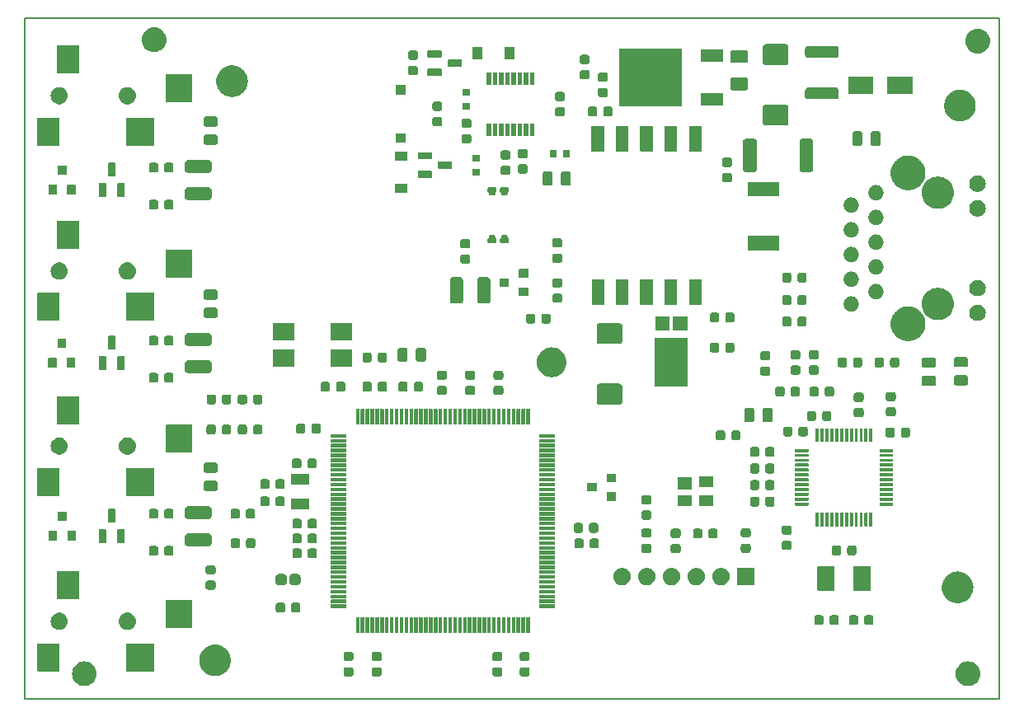
<source format=gbr>
%TF.GenerationSoftware,KiCad,Pcbnew,7.0.10*%
%TF.CreationDate,2025-02-13T15:15:04-06:00*%
%TF.ProjectId,IR2IP,49523249-502e-46b6-9963-61645f706362,rev?*%
%TF.SameCoordinates,PX55fe290PY8062360*%
%TF.FileFunction,Soldermask,Top*%
%TF.FilePolarity,Negative*%
%FSLAX46Y46*%
G04 Gerber Fmt 4.6, Leading zero omitted, Abs format (unit mm)*
G04 Created by KiCad (PCBNEW 7.0.10) date 2025-02-13 15:15:04*
%MOMM*%
%LPD*%
G01*
G04 APERTURE LIST*
%TA.AperFunction,Profile*%
%ADD10C,0.150000*%
%TD*%
G04 APERTURE END LIST*
G36*
X6300533Y3870706D02*
G01*
X6514366Y3813410D01*
X6715000Y3719852D01*
X6896340Y3592876D01*
X7052876Y3436340D01*
X7179852Y3255000D01*
X7273410Y3054366D01*
X7330706Y2840533D01*
X7350000Y2620000D01*
X7330706Y2399467D01*
X7273410Y2185634D01*
X7179852Y1985000D01*
X7052876Y1803660D01*
X6896340Y1647124D01*
X6715000Y1520148D01*
X6514366Y1426590D01*
X6300533Y1369294D01*
X6080000Y1350000D01*
X5859467Y1369294D01*
X5645634Y1426590D01*
X5445000Y1520148D01*
X5263660Y1647124D01*
X5107124Y1803660D01*
X4980148Y1985000D01*
X4886590Y2185634D01*
X4829294Y2399467D01*
X4810000Y2620000D01*
X4829294Y2840533D01*
X4886590Y3054366D01*
X4980148Y3255000D01*
X5107124Y3436340D01*
X5263660Y3592876D01*
X5445000Y3719852D01*
X5645634Y3813410D01*
X5859467Y3870706D01*
X6080000Y3890000D01*
X6300533Y3870706D01*
G37*
G36*
X97050533Y3870706D02*
G01*
X97264366Y3813410D01*
X97465000Y3719852D01*
X97646340Y3592876D01*
X97802876Y3436340D01*
X97929852Y3255000D01*
X98023410Y3054366D01*
X98080706Y2840533D01*
X98100000Y2620000D01*
X98080706Y2399467D01*
X98023410Y2185634D01*
X97929852Y1985000D01*
X97802876Y1803660D01*
X97646340Y1647124D01*
X97465000Y1520148D01*
X97264366Y1426590D01*
X97050533Y1369294D01*
X96830000Y1350000D01*
X96609467Y1369294D01*
X96395634Y1426590D01*
X96195000Y1520148D01*
X96013660Y1647124D01*
X95857124Y1803660D01*
X95730148Y1985000D01*
X95636590Y2185634D01*
X95579294Y2399467D01*
X95560000Y2620000D01*
X95579294Y2840533D01*
X95636590Y3054366D01*
X95730148Y3255000D01*
X95857124Y3436340D01*
X96013660Y3592876D01*
X96195000Y3719852D01*
X96395634Y3813410D01*
X96609467Y3870706D01*
X96830000Y3890000D01*
X97050533Y3870706D01*
G37*
G36*
X33460365Y3287282D02*
G01*
X33513198Y3281152D01*
X33531251Y3273181D01*
X33554542Y3268548D01*
X33579473Y3251890D01*
X33600909Y3242425D01*
X33615550Y3227784D01*
X33637870Y3212870D01*
X33652783Y3190551D01*
X33667424Y3175910D01*
X33676888Y3154476D01*
X33693548Y3129542D01*
X33698181Y3106251D01*
X33706151Y3088200D01*
X33712278Y3035378D01*
X33713100Y3031250D01*
X33713100Y2593750D01*
X33712278Y2589623D01*
X33706151Y2536802D01*
X33698181Y2518753D01*
X33693548Y2495458D01*
X33676886Y2470523D01*
X33667424Y2449091D01*
X33652785Y2434453D01*
X33637870Y2412130D01*
X33615547Y2397215D01*
X33600909Y2382576D01*
X33579476Y2373114D01*
X33554542Y2356452D01*
X33531248Y2351819D01*
X33513199Y2343849D01*
X33460378Y2337722D01*
X33456250Y2336900D01*
X32943750Y2336900D01*
X32939623Y2337721D01*
X32886801Y2343849D01*
X32868750Y2351819D01*
X32845458Y2356452D01*
X32820524Y2373113D01*
X32799090Y2382576D01*
X32784449Y2397217D01*
X32762130Y2412130D01*
X32747216Y2434450D01*
X32732575Y2449091D01*
X32723110Y2470528D01*
X32706452Y2495458D01*
X32701819Y2518748D01*
X32693848Y2536801D01*
X32687718Y2589634D01*
X32686900Y2593750D01*
X32686900Y3031250D01*
X32687718Y3035365D01*
X32693848Y3088199D01*
X32701819Y3106254D01*
X32706452Y3129542D01*
X32723109Y3154472D01*
X32732575Y3175910D01*
X32747218Y3190554D01*
X32762130Y3212870D01*
X32784446Y3227782D01*
X32799090Y3242425D01*
X32820529Y3251892D01*
X32845458Y3268548D01*
X32868745Y3273181D01*
X32886800Y3281152D01*
X32939634Y3287282D01*
X32943750Y3288100D01*
X33456250Y3288100D01*
X33460365Y3287282D01*
G37*
G36*
X36360365Y3287282D02*
G01*
X36413198Y3281152D01*
X36431251Y3273181D01*
X36454542Y3268548D01*
X36479473Y3251890D01*
X36500909Y3242425D01*
X36515550Y3227784D01*
X36537870Y3212870D01*
X36552783Y3190551D01*
X36567424Y3175910D01*
X36576888Y3154476D01*
X36593548Y3129542D01*
X36598181Y3106251D01*
X36606151Y3088200D01*
X36612278Y3035378D01*
X36613100Y3031250D01*
X36613100Y2593750D01*
X36612278Y2589623D01*
X36606151Y2536802D01*
X36598181Y2518753D01*
X36593548Y2495458D01*
X36576886Y2470523D01*
X36567424Y2449091D01*
X36552785Y2434453D01*
X36537870Y2412130D01*
X36515547Y2397215D01*
X36500909Y2382576D01*
X36479476Y2373114D01*
X36454542Y2356452D01*
X36431248Y2351819D01*
X36413199Y2343849D01*
X36360378Y2337722D01*
X36356250Y2336900D01*
X35843750Y2336900D01*
X35839623Y2337721D01*
X35786801Y2343849D01*
X35768750Y2351819D01*
X35745458Y2356452D01*
X35720524Y2373113D01*
X35699090Y2382576D01*
X35684449Y2397217D01*
X35662130Y2412130D01*
X35647216Y2434450D01*
X35632575Y2449091D01*
X35623110Y2470528D01*
X35606452Y2495458D01*
X35601819Y2518748D01*
X35593848Y2536801D01*
X35587718Y2589634D01*
X35586900Y2593750D01*
X35586900Y3031250D01*
X35587718Y3035365D01*
X35593848Y3088199D01*
X35601819Y3106254D01*
X35606452Y3129542D01*
X35623109Y3154472D01*
X35632575Y3175910D01*
X35647218Y3190554D01*
X35662130Y3212870D01*
X35684446Y3227782D01*
X35699090Y3242425D01*
X35720529Y3251892D01*
X35745458Y3268548D01*
X35768745Y3273181D01*
X35786800Y3281152D01*
X35839634Y3287282D01*
X35843750Y3288100D01*
X36356250Y3288100D01*
X36360365Y3287282D01*
G37*
G36*
X48760365Y3287282D02*
G01*
X48813198Y3281152D01*
X48831251Y3273181D01*
X48854542Y3268548D01*
X48879473Y3251890D01*
X48900909Y3242425D01*
X48915550Y3227784D01*
X48937870Y3212870D01*
X48952783Y3190551D01*
X48967424Y3175910D01*
X48976888Y3154476D01*
X48993548Y3129542D01*
X48998181Y3106251D01*
X49006151Y3088200D01*
X49012278Y3035378D01*
X49013100Y3031250D01*
X49013100Y2593750D01*
X49012278Y2589623D01*
X49006151Y2536802D01*
X48998181Y2518753D01*
X48993548Y2495458D01*
X48976886Y2470523D01*
X48967424Y2449091D01*
X48952785Y2434453D01*
X48937870Y2412130D01*
X48915547Y2397215D01*
X48900909Y2382576D01*
X48879476Y2373114D01*
X48854542Y2356452D01*
X48831248Y2351819D01*
X48813199Y2343849D01*
X48760378Y2337722D01*
X48756250Y2336900D01*
X48243750Y2336900D01*
X48239623Y2337721D01*
X48186801Y2343849D01*
X48168750Y2351819D01*
X48145458Y2356452D01*
X48120524Y2373113D01*
X48099090Y2382576D01*
X48084449Y2397217D01*
X48062130Y2412130D01*
X48047216Y2434450D01*
X48032575Y2449091D01*
X48023110Y2470528D01*
X48006452Y2495458D01*
X48001819Y2518748D01*
X47993848Y2536801D01*
X47987718Y2589634D01*
X47986900Y2593750D01*
X47986900Y3031250D01*
X47987718Y3035365D01*
X47993848Y3088199D01*
X48001819Y3106254D01*
X48006452Y3129542D01*
X48023109Y3154472D01*
X48032575Y3175910D01*
X48047218Y3190554D01*
X48062130Y3212870D01*
X48084446Y3227782D01*
X48099090Y3242425D01*
X48120529Y3251892D01*
X48145458Y3268548D01*
X48168745Y3273181D01*
X48186800Y3281152D01*
X48239634Y3287282D01*
X48243750Y3288100D01*
X48756250Y3288100D01*
X48760365Y3287282D01*
G37*
G36*
X51560365Y3287282D02*
G01*
X51613198Y3281152D01*
X51631251Y3273181D01*
X51654542Y3268548D01*
X51679473Y3251890D01*
X51700909Y3242425D01*
X51715550Y3227784D01*
X51737870Y3212870D01*
X51752783Y3190551D01*
X51767424Y3175910D01*
X51776888Y3154476D01*
X51793548Y3129542D01*
X51798181Y3106251D01*
X51806151Y3088200D01*
X51812278Y3035378D01*
X51813100Y3031250D01*
X51813100Y2593750D01*
X51812278Y2589623D01*
X51806151Y2536802D01*
X51798181Y2518753D01*
X51793548Y2495458D01*
X51776886Y2470523D01*
X51767424Y2449091D01*
X51752785Y2434453D01*
X51737870Y2412130D01*
X51715547Y2397215D01*
X51700909Y2382576D01*
X51679476Y2373114D01*
X51654542Y2356452D01*
X51631248Y2351819D01*
X51613199Y2343849D01*
X51560378Y2337722D01*
X51556250Y2336900D01*
X51043750Y2336900D01*
X51039623Y2337721D01*
X50986801Y2343849D01*
X50968750Y2351819D01*
X50945458Y2356452D01*
X50920524Y2373113D01*
X50899090Y2382576D01*
X50884449Y2397217D01*
X50862130Y2412130D01*
X50847216Y2434450D01*
X50832575Y2449091D01*
X50823110Y2470528D01*
X50806452Y2495458D01*
X50801819Y2518748D01*
X50793848Y2536801D01*
X50787718Y2589634D01*
X50786900Y2593750D01*
X50786900Y3031250D01*
X50787718Y3035365D01*
X50793848Y3088199D01*
X50801819Y3106254D01*
X50806452Y3129542D01*
X50823109Y3154472D01*
X50832575Y3175910D01*
X50847218Y3190554D01*
X50862130Y3212870D01*
X50884446Y3227782D01*
X50899090Y3242425D01*
X50920529Y3251892D01*
X50945458Y3268548D01*
X50968745Y3273181D01*
X50986800Y3281152D01*
X51039634Y3287282D01*
X51043750Y3288100D01*
X51556250Y3288100D01*
X51560365Y3287282D01*
G37*
G36*
X19559566Y5620912D02*
G01*
X19621468Y5620912D01*
X19689111Y5610717D01*
X19754300Y5605586D01*
X19806841Y5592972D01*
X19861702Y5584703D01*
X19933396Y5562589D01*
X20002338Y5546037D01*
X20046910Y5527575D01*
X20093846Y5513097D01*
X20167528Y5477614D01*
X20238007Y5448420D01*
X20274189Y5426248D01*
X20312728Y5407688D01*
X20386032Y5357710D01*
X20455504Y5315138D01*
X20483319Y5291382D01*
X20513457Y5270834D01*
X20583823Y5205543D01*
X20649473Y5149473D01*
X20669410Y5126130D01*
X20691542Y5105594D01*
X20756255Y5024447D01*
X20815138Y4955504D01*
X20828085Y4934376D01*
X20843018Y4915651D01*
X20899329Y4818117D01*
X20948420Y4738007D01*
X20955631Y4720597D01*
X20964486Y4705260D01*
X21009646Y4590193D01*
X21046037Y4502338D01*
X21049046Y4489804D01*
X21053242Y4479113D01*
X21084665Y4341441D01*
X21105586Y4254300D01*
X21106128Y4247405D01*
X21107302Y4242264D01*
X21122609Y4037998D01*
X21125600Y4000000D01*
X21122609Y3962000D01*
X21107302Y3757737D01*
X21106128Y3752597D01*
X21105586Y3745700D01*
X21084660Y3658540D01*
X21053242Y3520888D01*
X21049046Y3510200D01*
X21046037Y3497662D01*
X21009639Y3409790D01*
X20964486Y3294741D01*
X20955633Y3279408D01*
X20948420Y3261993D01*
X20899319Y3181868D01*
X20843018Y3084350D01*
X20828088Y3065629D01*
X20815138Y3044496D01*
X20756243Y2975540D01*
X20691542Y2894407D01*
X20669414Y2873876D01*
X20649473Y2850527D01*
X20583810Y2794446D01*
X20513457Y2729167D01*
X20483325Y2708624D01*
X20455504Y2684862D01*
X20386018Y2642282D01*
X20312728Y2592313D01*
X20274197Y2573758D01*
X20238007Y2551580D01*
X20167513Y2522381D01*
X20093846Y2486904D01*
X20046920Y2472430D01*
X20002338Y2453963D01*
X19933381Y2437408D01*
X19861702Y2415298D01*
X19806850Y2407031D01*
X19754300Y2394414D01*
X19689107Y2389284D01*
X19621468Y2379088D01*
X19559566Y2379088D01*
X19500000Y2374400D01*
X19440434Y2379088D01*
X19378532Y2379088D01*
X19310891Y2389284D01*
X19245700Y2394414D01*
X19193150Y2407031D01*
X19138297Y2415298D01*
X19066613Y2437410D01*
X18997662Y2453963D01*
X18953082Y2472429D01*
X18906153Y2486904D01*
X18832481Y2522383D01*
X18761993Y2551580D01*
X18725803Y2573758D01*
X18687272Y2592313D01*
X18613978Y2642284D01*
X18544496Y2684862D01*
X18516677Y2708621D01*
X18486542Y2729167D01*
X18416177Y2794457D01*
X18350527Y2850527D01*
X18330589Y2873872D01*
X18308457Y2894407D01*
X18243741Y2975558D01*
X18184862Y3044496D01*
X18171915Y3065624D01*
X18156981Y3084350D01*
X18100663Y3181896D01*
X18051580Y3261993D01*
X18044369Y3279402D01*
X18035513Y3294741D01*
X17990341Y3409836D01*
X17953963Y3497662D01*
X17950954Y3510193D01*
X17946757Y3520888D01*
X17915319Y3658625D01*
X17894414Y3745700D01*
X17893871Y3752591D01*
X17892697Y3757737D01*
X17877369Y3962266D01*
X17874400Y4000000D01*
X17877369Y4037732D01*
X17892697Y4242264D01*
X17893871Y4247412D01*
X17894414Y4254300D01*
X17915314Y4341357D01*
X17946757Y4479113D01*
X17950955Y4489811D01*
X17953963Y4502338D01*
X17990334Y4590147D01*
X18035513Y4705260D01*
X18044370Y4720603D01*
X18051580Y4738007D01*
X18100653Y4818089D01*
X18156981Y4915651D01*
X18171917Y4934382D01*
X18184862Y4955504D01*
X18243729Y5024429D01*
X18308457Y5105594D01*
X18330593Y5126134D01*
X18350527Y5149473D01*
X18416163Y5205532D01*
X18486542Y5270834D01*
X18516683Y5291384D01*
X18544496Y5315138D01*
X18613963Y5357708D01*
X18687272Y5407688D01*
X18725810Y5426248D01*
X18761993Y5448420D01*
X18832466Y5477612D01*
X18906153Y5513097D01*
X18953092Y5527576D01*
X18997662Y5546037D01*
X19066599Y5562588D01*
X19138297Y5584703D01*
X19193159Y5592973D01*
X19245700Y5605586D01*
X19310887Y5610717D01*
X19378532Y5620912D01*
X19440434Y5620912D01*
X19500000Y5625600D01*
X19559566Y5620912D01*
G37*
G36*
X3514580Y5735200D02*
G01*
X3526941Y5726941D01*
X3535200Y5714580D01*
X3538100Y5700000D01*
X3538100Y2900000D01*
X3535200Y2885420D01*
X3526941Y2873059D01*
X3514580Y2864800D01*
X3500000Y2861900D01*
X1300000Y2861900D01*
X1285420Y2864800D01*
X1273059Y2873059D01*
X1264800Y2885420D01*
X1261900Y2900000D01*
X1261900Y5700000D01*
X1264800Y5714580D01*
X1273059Y5726941D01*
X1285420Y5735200D01*
X1300000Y5738100D01*
X3500000Y5738100D01*
X3514580Y5735200D01*
G37*
G36*
X13214580Y5735200D02*
G01*
X13226941Y5726941D01*
X13235200Y5714580D01*
X13238100Y5700000D01*
X13238100Y2900000D01*
X13235200Y2885420D01*
X13226941Y2873059D01*
X13214580Y2864800D01*
X13200000Y2861900D01*
X10400000Y2861900D01*
X10385420Y2864800D01*
X10373059Y2873059D01*
X10364800Y2885420D01*
X10361900Y2900000D01*
X10361900Y5700000D01*
X10364800Y5714580D01*
X10373059Y5726941D01*
X10385420Y5735200D01*
X10400000Y5738100D01*
X13200000Y5738100D01*
X13214580Y5735200D01*
G37*
G36*
X33460365Y4862282D02*
G01*
X33513198Y4856152D01*
X33531251Y4848181D01*
X33554542Y4843548D01*
X33579473Y4826890D01*
X33600909Y4817425D01*
X33615550Y4802784D01*
X33637870Y4787870D01*
X33652783Y4765551D01*
X33667424Y4750910D01*
X33676888Y4729476D01*
X33693548Y4704542D01*
X33698181Y4681251D01*
X33706151Y4663200D01*
X33712278Y4610378D01*
X33713100Y4606250D01*
X33713100Y4168750D01*
X33712278Y4164623D01*
X33706151Y4111802D01*
X33698181Y4093753D01*
X33693548Y4070458D01*
X33676886Y4045523D01*
X33667424Y4024091D01*
X33652785Y4009453D01*
X33637870Y3987130D01*
X33615547Y3972215D01*
X33600909Y3957576D01*
X33579476Y3948114D01*
X33554542Y3931452D01*
X33531248Y3926819D01*
X33513199Y3918849D01*
X33460378Y3912722D01*
X33456250Y3911900D01*
X32943750Y3911900D01*
X32939623Y3912721D01*
X32886801Y3918849D01*
X32868750Y3926819D01*
X32845458Y3931452D01*
X32820524Y3948113D01*
X32799090Y3957576D01*
X32784449Y3972217D01*
X32762130Y3987130D01*
X32747216Y4009450D01*
X32732575Y4024091D01*
X32723110Y4045528D01*
X32706452Y4070458D01*
X32701819Y4093748D01*
X32693848Y4111801D01*
X32687718Y4164634D01*
X32686900Y4168750D01*
X32686900Y4606250D01*
X32687718Y4610365D01*
X32693848Y4663199D01*
X32701819Y4681254D01*
X32706452Y4704542D01*
X32723109Y4729472D01*
X32732575Y4750910D01*
X32747218Y4765554D01*
X32762130Y4787870D01*
X32784446Y4802782D01*
X32799090Y4817425D01*
X32820529Y4826892D01*
X32845458Y4843548D01*
X32868745Y4848181D01*
X32886800Y4856152D01*
X32939634Y4862282D01*
X32943750Y4863100D01*
X33456250Y4863100D01*
X33460365Y4862282D01*
G37*
G36*
X36360365Y4862282D02*
G01*
X36413198Y4856152D01*
X36431251Y4848181D01*
X36454542Y4843548D01*
X36479473Y4826890D01*
X36500909Y4817425D01*
X36515550Y4802784D01*
X36537870Y4787870D01*
X36552783Y4765551D01*
X36567424Y4750910D01*
X36576888Y4729476D01*
X36593548Y4704542D01*
X36598181Y4681251D01*
X36606151Y4663200D01*
X36612278Y4610378D01*
X36613100Y4606250D01*
X36613100Y4168750D01*
X36612278Y4164623D01*
X36606151Y4111802D01*
X36598181Y4093753D01*
X36593548Y4070458D01*
X36576886Y4045523D01*
X36567424Y4024091D01*
X36552785Y4009453D01*
X36537870Y3987130D01*
X36515547Y3972215D01*
X36500909Y3957576D01*
X36479476Y3948114D01*
X36454542Y3931452D01*
X36431248Y3926819D01*
X36413199Y3918849D01*
X36360378Y3912722D01*
X36356250Y3911900D01*
X35843750Y3911900D01*
X35839623Y3912721D01*
X35786801Y3918849D01*
X35768750Y3926819D01*
X35745458Y3931452D01*
X35720524Y3948113D01*
X35699090Y3957576D01*
X35684449Y3972217D01*
X35662130Y3987130D01*
X35647216Y4009450D01*
X35632575Y4024091D01*
X35623110Y4045528D01*
X35606452Y4070458D01*
X35601819Y4093748D01*
X35593848Y4111801D01*
X35587718Y4164634D01*
X35586900Y4168750D01*
X35586900Y4606250D01*
X35587718Y4610365D01*
X35593848Y4663199D01*
X35601819Y4681254D01*
X35606452Y4704542D01*
X35623109Y4729472D01*
X35632575Y4750910D01*
X35647218Y4765554D01*
X35662130Y4787870D01*
X35684446Y4802782D01*
X35699090Y4817425D01*
X35720529Y4826892D01*
X35745458Y4843548D01*
X35768745Y4848181D01*
X35786800Y4856152D01*
X35839634Y4862282D01*
X35843750Y4863100D01*
X36356250Y4863100D01*
X36360365Y4862282D01*
G37*
G36*
X48760365Y4862282D02*
G01*
X48813198Y4856152D01*
X48831251Y4848181D01*
X48854542Y4843548D01*
X48879473Y4826890D01*
X48900909Y4817425D01*
X48915550Y4802784D01*
X48937870Y4787870D01*
X48952783Y4765551D01*
X48967424Y4750910D01*
X48976888Y4729476D01*
X48993548Y4704542D01*
X48998181Y4681251D01*
X49006151Y4663200D01*
X49012278Y4610378D01*
X49013100Y4606250D01*
X49013100Y4168750D01*
X49012278Y4164623D01*
X49006151Y4111802D01*
X48998181Y4093753D01*
X48993548Y4070458D01*
X48976886Y4045523D01*
X48967424Y4024091D01*
X48952785Y4009453D01*
X48937870Y3987130D01*
X48915547Y3972215D01*
X48900909Y3957576D01*
X48879476Y3948114D01*
X48854542Y3931452D01*
X48831248Y3926819D01*
X48813199Y3918849D01*
X48760378Y3912722D01*
X48756250Y3911900D01*
X48243750Y3911900D01*
X48239623Y3912721D01*
X48186801Y3918849D01*
X48168750Y3926819D01*
X48145458Y3931452D01*
X48120524Y3948113D01*
X48099090Y3957576D01*
X48084449Y3972217D01*
X48062130Y3987130D01*
X48047216Y4009450D01*
X48032575Y4024091D01*
X48023110Y4045528D01*
X48006452Y4070458D01*
X48001819Y4093748D01*
X47993848Y4111801D01*
X47987718Y4164634D01*
X47986900Y4168750D01*
X47986900Y4606250D01*
X47987718Y4610365D01*
X47993848Y4663199D01*
X48001819Y4681254D01*
X48006452Y4704542D01*
X48023109Y4729472D01*
X48032575Y4750910D01*
X48047218Y4765554D01*
X48062130Y4787870D01*
X48084446Y4802782D01*
X48099090Y4817425D01*
X48120529Y4826892D01*
X48145458Y4843548D01*
X48168745Y4848181D01*
X48186800Y4856152D01*
X48239634Y4862282D01*
X48243750Y4863100D01*
X48756250Y4863100D01*
X48760365Y4862282D01*
G37*
G36*
X51560365Y4862282D02*
G01*
X51613198Y4856152D01*
X51631251Y4848181D01*
X51654542Y4843548D01*
X51679473Y4826890D01*
X51700909Y4817425D01*
X51715550Y4802784D01*
X51737870Y4787870D01*
X51752783Y4765551D01*
X51767424Y4750910D01*
X51776888Y4729476D01*
X51793548Y4704542D01*
X51798181Y4681251D01*
X51806151Y4663200D01*
X51812278Y4610378D01*
X51813100Y4606250D01*
X51813100Y4168750D01*
X51812278Y4164623D01*
X51806151Y4111802D01*
X51798181Y4093753D01*
X51793548Y4070458D01*
X51776886Y4045523D01*
X51767424Y4024091D01*
X51752785Y4009453D01*
X51737870Y3987130D01*
X51715547Y3972215D01*
X51700909Y3957576D01*
X51679476Y3948114D01*
X51654542Y3931452D01*
X51631248Y3926819D01*
X51613199Y3918849D01*
X51560378Y3912722D01*
X51556250Y3911900D01*
X51043750Y3911900D01*
X51039623Y3912721D01*
X50986801Y3918849D01*
X50968750Y3926819D01*
X50945458Y3931452D01*
X50920524Y3948113D01*
X50899090Y3957576D01*
X50884449Y3972217D01*
X50862130Y3987130D01*
X50847216Y4009450D01*
X50832575Y4024091D01*
X50823110Y4045528D01*
X50806452Y4070458D01*
X50801819Y4093748D01*
X50793848Y4111801D01*
X50787718Y4164634D01*
X50786900Y4168750D01*
X50786900Y4606250D01*
X50787718Y4610365D01*
X50793848Y4663199D01*
X50801819Y4681254D01*
X50806452Y4704542D01*
X50823109Y4729472D01*
X50832575Y4750910D01*
X50847218Y4765554D01*
X50862130Y4787870D01*
X50884446Y4802782D01*
X50899090Y4817425D01*
X50920529Y4826892D01*
X50945458Y4843548D01*
X50968745Y4848181D01*
X50986800Y4856152D01*
X51039634Y4862282D01*
X51043750Y4863100D01*
X51556250Y4863100D01*
X51560365Y4862282D01*
G37*
G36*
X34314580Y8410200D02*
G01*
X34326941Y8401941D01*
X34335200Y8389580D01*
X34338100Y8375000D01*
X34338100Y6825000D01*
X34335200Y6810420D01*
X34326941Y6798059D01*
X34314580Y6789800D01*
X34300000Y6786900D01*
X34000000Y6786900D01*
X33985420Y6789800D01*
X33973059Y6798059D01*
X33964800Y6810420D01*
X33961900Y6825000D01*
X33961900Y8375000D01*
X33964800Y8389580D01*
X33973059Y8401941D01*
X33985420Y8410200D01*
X34000000Y8413100D01*
X34300000Y8413100D01*
X34314580Y8410200D01*
G37*
G36*
X34814580Y8410200D02*
G01*
X34826941Y8401941D01*
X34835200Y8389580D01*
X34838100Y8375000D01*
X34838100Y6825000D01*
X34835200Y6810420D01*
X34826941Y6798059D01*
X34814580Y6789800D01*
X34800000Y6786900D01*
X34500000Y6786900D01*
X34485420Y6789800D01*
X34473059Y6798059D01*
X34464800Y6810420D01*
X34461900Y6825000D01*
X34461900Y8375000D01*
X34464800Y8389580D01*
X34473059Y8401941D01*
X34485420Y8410200D01*
X34500000Y8413100D01*
X34800000Y8413100D01*
X34814580Y8410200D01*
G37*
G36*
X35314580Y8410200D02*
G01*
X35326941Y8401941D01*
X35335200Y8389580D01*
X35338100Y8375000D01*
X35338100Y6825000D01*
X35335200Y6810420D01*
X35326941Y6798059D01*
X35314580Y6789800D01*
X35300000Y6786900D01*
X35000000Y6786900D01*
X34985420Y6789800D01*
X34973059Y6798059D01*
X34964800Y6810420D01*
X34961900Y6825000D01*
X34961900Y8375000D01*
X34964800Y8389580D01*
X34973059Y8401941D01*
X34985420Y8410200D01*
X35000000Y8413100D01*
X35300000Y8413100D01*
X35314580Y8410200D01*
G37*
G36*
X35814580Y8410200D02*
G01*
X35826941Y8401941D01*
X35835200Y8389580D01*
X35838100Y8375000D01*
X35838100Y6825000D01*
X35835200Y6810420D01*
X35826941Y6798059D01*
X35814580Y6789800D01*
X35800000Y6786900D01*
X35500000Y6786900D01*
X35485420Y6789800D01*
X35473059Y6798059D01*
X35464800Y6810420D01*
X35461900Y6825000D01*
X35461900Y8375000D01*
X35464800Y8389580D01*
X35473059Y8401941D01*
X35485420Y8410200D01*
X35500000Y8413100D01*
X35800000Y8413100D01*
X35814580Y8410200D01*
G37*
G36*
X36314580Y8410200D02*
G01*
X36326941Y8401941D01*
X36335200Y8389580D01*
X36338100Y8375000D01*
X36338100Y6825000D01*
X36335200Y6810420D01*
X36326941Y6798059D01*
X36314580Y6789800D01*
X36300000Y6786900D01*
X36000000Y6786900D01*
X35985420Y6789800D01*
X35973059Y6798059D01*
X35964800Y6810420D01*
X35961900Y6825000D01*
X35961900Y8375000D01*
X35964800Y8389580D01*
X35973059Y8401941D01*
X35985420Y8410200D01*
X36000000Y8413100D01*
X36300000Y8413100D01*
X36314580Y8410200D01*
G37*
G36*
X36814580Y8410200D02*
G01*
X36826941Y8401941D01*
X36835200Y8389580D01*
X36838100Y8375000D01*
X36838100Y6825000D01*
X36835200Y6810420D01*
X36826941Y6798059D01*
X36814580Y6789800D01*
X36800000Y6786900D01*
X36500000Y6786900D01*
X36485420Y6789800D01*
X36473059Y6798059D01*
X36464800Y6810420D01*
X36461900Y6825000D01*
X36461900Y8375000D01*
X36464800Y8389580D01*
X36473059Y8401941D01*
X36485420Y8410200D01*
X36500000Y8413100D01*
X36800000Y8413100D01*
X36814580Y8410200D01*
G37*
G36*
X37314580Y8410200D02*
G01*
X37326941Y8401941D01*
X37335200Y8389580D01*
X37338100Y8375000D01*
X37338100Y6825000D01*
X37335200Y6810420D01*
X37326941Y6798059D01*
X37314580Y6789800D01*
X37300000Y6786900D01*
X37000000Y6786900D01*
X36985420Y6789800D01*
X36973059Y6798059D01*
X36964800Y6810420D01*
X36961900Y6825000D01*
X36961900Y8375000D01*
X36964800Y8389580D01*
X36973059Y8401941D01*
X36985420Y8410200D01*
X37000000Y8413100D01*
X37300000Y8413100D01*
X37314580Y8410200D01*
G37*
G36*
X37814580Y8410200D02*
G01*
X37826941Y8401941D01*
X37835200Y8389580D01*
X37838100Y8375000D01*
X37838100Y6825000D01*
X37835200Y6810420D01*
X37826941Y6798059D01*
X37814580Y6789800D01*
X37800000Y6786900D01*
X37500000Y6786900D01*
X37485420Y6789800D01*
X37473059Y6798059D01*
X37464800Y6810420D01*
X37461900Y6825000D01*
X37461900Y8375000D01*
X37464800Y8389580D01*
X37473059Y8401941D01*
X37485420Y8410200D01*
X37500000Y8413100D01*
X37800000Y8413100D01*
X37814580Y8410200D01*
G37*
G36*
X38314580Y8410200D02*
G01*
X38326941Y8401941D01*
X38335200Y8389580D01*
X38338100Y8375000D01*
X38338100Y6825000D01*
X38335200Y6810420D01*
X38326941Y6798059D01*
X38314580Y6789800D01*
X38300000Y6786900D01*
X38000000Y6786900D01*
X37985420Y6789800D01*
X37973059Y6798059D01*
X37964800Y6810420D01*
X37961900Y6825000D01*
X37961900Y8375000D01*
X37964800Y8389580D01*
X37973059Y8401941D01*
X37985420Y8410200D01*
X38000000Y8413100D01*
X38300000Y8413100D01*
X38314580Y8410200D01*
G37*
G36*
X38814580Y8410200D02*
G01*
X38826941Y8401941D01*
X38835200Y8389580D01*
X38838100Y8375000D01*
X38838100Y6825000D01*
X38835200Y6810420D01*
X38826941Y6798059D01*
X38814580Y6789800D01*
X38800000Y6786900D01*
X38500000Y6786900D01*
X38485420Y6789800D01*
X38473059Y6798059D01*
X38464800Y6810420D01*
X38461900Y6825000D01*
X38461900Y8375000D01*
X38464800Y8389580D01*
X38473059Y8401941D01*
X38485420Y8410200D01*
X38500000Y8413100D01*
X38800000Y8413100D01*
X38814580Y8410200D01*
G37*
G36*
X39314580Y8410200D02*
G01*
X39326941Y8401941D01*
X39335200Y8389580D01*
X39338100Y8375000D01*
X39338100Y6825000D01*
X39335200Y6810420D01*
X39326941Y6798059D01*
X39314580Y6789800D01*
X39300000Y6786900D01*
X39000000Y6786900D01*
X38985420Y6789800D01*
X38973059Y6798059D01*
X38964800Y6810420D01*
X38961900Y6825000D01*
X38961900Y8375000D01*
X38964800Y8389580D01*
X38973059Y8401941D01*
X38985420Y8410200D01*
X39000000Y8413100D01*
X39300000Y8413100D01*
X39314580Y8410200D01*
G37*
G36*
X39814580Y8410200D02*
G01*
X39826941Y8401941D01*
X39835200Y8389580D01*
X39838100Y8375000D01*
X39838100Y6825000D01*
X39835200Y6810420D01*
X39826941Y6798059D01*
X39814580Y6789800D01*
X39800000Y6786900D01*
X39500000Y6786900D01*
X39485420Y6789800D01*
X39473059Y6798059D01*
X39464800Y6810420D01*
X39461900Y6825000D01*
X39461900Y8375000D01*
X39464800Y8389580D01*
X39473059Y8401941D01*
X39485420Y8410200D01*
X39500000Y8413100D01*
X39800000Y8413100D01*
X39814580Y8410200D01*
G37*
G36*
X40314580Y8410200D02*
G01*
X40326941Y8401941D01*
X40335200Y8389580D01*
X40338100Y8375000D01*
X40338100Y6825000D01*
X40335200Y6810420D01*
X40326941Y6798059D01*
X40314580Y6789800D01*
X40300000Y6786900D01*
X40000000Y6786900D01*
X39985420Y6789800D01*
X39973059Y6798059D01*
X39964800Y6810420D01*
X39961900Y6825000D01*
X39961900Y8375000D01*
X39964800Y8389580D01*
X39973059Y8401941D01*
X39985420Y8410200D01*
X40000000Y8413100D01*
X40300000Y8413100D01*
X40314580Y8410200D01*
G37*
G36*
X40814580Y8410200D02*
G01*
X40826941Y8401941D01*
X40835200Y8389580D01*
X40838100Y8375000D01*
X40838100Y6825000D01*
X40835200Y6810420D01*
X40826941Y6798059D01*
X40814580Y6789800D01*
X40800000Y6786900D01*
X40500000Y6786900D01*
X40485420Y6789800D01*
X40473059Y6798059D01*
X40464800Y6810420D01*
X40461900Y6825000D01*
X40461900Y8375000D01*
X40464800Y8389580D01*
X40473059Y8401941D01*
X40485420Y8410200D01*
X40500000Y8413100D01*
X40800000Y8413100D01*
X40814580Y8410200D01*
G37*
G36*
X41314580Y8410200D02*
G01*
X41326941Y8401941D01*
X41335200Y8389580D01*
X41338100Y8375000D01*
X41338100Y6825000D01*
X41335200Y6810420D01*
X41326941Y6798059D01*
X41314580Y6789800D01*
X41300000Y6786900D01*
X41000000Y6786900D01*
X40985420Y6789800D01*
X40973059Y6798059D01*
X40964800Y6810420D01*
X40961900Y6825000D01*
X40961900Y8375000D01*
X40964800Y8389580D01*
X40973059Y8401941D01*
X40985420Y8410200D01*
X41000000Y8413100D01*
X41300000Y8413100D01*
X41314580Y8410200D01*
G37*
G36*
X41814580Y8410200D02*
G01*
X41826941Y8401941D01*
X41835200Y8389580D01*
X41838100Y8375000D01*
X41838100Y6825000D01*
X41835200Y6810420D01*
X41826941Y6798059D01*
X41814580Y6789800D01*
X41800000Y6786900D01*
X41500000Y6786900D01*
X41485420Y6789800D01*
X41473059Y6798059D01*
X41464800Y6810420D01*
X41461900Y6825000D01*
X41461900Y8375000D01*
X41464800Y8389580D01*
X41473059Y8401941D01*
X41485420Y8410200D01*
X41500000Y8413100D01*
X41800000Y8413100D01*
X41814580Y8410200D01*
G37*
G36*
X42314580Y8410200D02*
G01*
X42326941Y8401941D01*
X42335200Y8389580D01*
X42338100Y8375000D01*
X42338100Y6825000D01*
X42335200Y6810420D01*
X42326941Y6798059D01*
X42314580Y6789800D01*
X42300000Y6786900D01*
X42000000Y6786900D01*
X41985420Y6789800D01*
X41973059Y6798059D01*
X41964800Y6810420D01*
X41961900Y6825000D01*
X41961900Y8375000D01*
X41964800Y8389580D01*
X41973059Y8401941D01*
X41985420Y8410200D01*
X42000000Y8413100D01*
X42300000Y8413100D01*
X42314580Y8410200D01*
G37*
G36*
X42814580Y8410200D02*
G01*
X42826941Y8401941D01*
X42835200Y8389580D01*
X42838100Y8375000D01*
X42838100Y6825000D01*
X42835200Y6810420D01*
X42826941Y6798059D01*
X42814580Y6789800D01*
X42800000Y6786900D01*
X42500000Y6786900D01*
X42485420Y6789800D01*
X42473059Y6798059D01*
X42464800Y6810420D01*
X42461900Y6825000D01*
X42461900Y8375000D01*
X42464800Y8389580D01*
X42473059Y8401941D01*
X42485420Y8410200D01*
X42500000Y8413100D01*
X42800000Y8413100D01*
X42814580Y8410200D01*
G37*
G36*
X43314580Y8410200D02*
G01*
X43326941Y8401941D01*
X43335200Y8389580D01*
X43338100Y8375000D01*
X43338100Y6825000D01*
X43335200Y6810420D01*
X43326941Y6798059D01*
X43314580Y6789800D01*
X43300000Y6786900D01*
X43000000Y6786900D01*
X42985420Y6789800D01*
X42973059Y6798059D01*
X42964800Y6810420D01*
X42961900Y6825000D01*
X42961900Y8375000D01*
X42964800Y8389580D01*
X42973059Y8401941D01*
X42985420Y8410200D01*
X43000000Y8413100D01*
X43300000Y8413100D01*
X43314580Y8410200D01*
G37*
G36*
X43814580Y8410200D02*
G01*
X43826941Y8401941D01*
X43835200Y8389580D01*
X43838100Y8375000D01*
X43838100Y6825000D01*
X43835200Y6810420D01*
X43826941Y6798059D01*
X43814580Y6789800D01*
X43800000Y6786900D01*
X43500000Y6786900D01*
X43485420Y6789800D01*
X43473059Y6798059D01*
X43464800Y6810420D01*
X43461900Y6825000D01*
X43461900Y8375000D01*
X43464800Y8389580D01*
X43473059Y8401941D01*
X43485420Y8410200D01*
X43500000Y8413100D01*
X43800000Y8413100D01*
X43814580Y8410200D01*
G37*
G36*
X44314580Y8410200D02*
G01*
X44326941Y8401941D01*
X44335200Y8389580D01*
X44338100Y8375000D01*
X44338100Y6825000D01*
X44335200Y6810420D01*
X44326941Y6798059D01*
X44314580Y6789800D01*
X44300000Y6786900D01*
X44000000Y6786900D01*
X43985420Y6789800D01*
X43973059Y6798059D01*
X43964800Y6810420D01*
X43961900Y6825000D01*
X43961900Y8375000D01*
X43964800Y8389580D01*
X43973059Y8401941D01*
X43985420Y8410200D01*
X44000000Y8413100D01*
X44300000Y8413100D01*
X44314580Y8410200D01*
G37*
G36*
X44814580Y8410200D02*
G01*
X44826941Y8401941D01*
X44835200Y8389580D01*
X44838100Y8375000D01*
X44838100Y6825000D01*
X44835200Y6810420D01*
X44826941Y6798059D01*
X44814580Y6789800D01*
X44800000Y6786900D01*
X44500000Y6786900D01*
X44485420Y6789800D01*
X44473059Y6798059D01*
X44464800Y6810420D01*
X44461900Y6825000D01*
X44461900Y8375000D01*
X44464800Y8389580D01*
X44473059Y8401941D01*
X44485420Y8410200D01*
X44500000Y8413100D01*
X44800000Y8413100D01*
X44814580Y8410200D01*
G37*
G36*
X45314580Y8410200D02*
G01*
X45326941Y8401941D01*
X45335200Y8389580D01*
X45338100Y8375000D01*
X45338100Y6825000D01*
X45335200Y6810420D01*
X45326941Y6798059D01*
X45314580Y6789800D01*
X45300000Y6786900D01*
X45000000Y6786900D01*
X44985420Y6789800D01*
X44973059Y6798059D01*
X44964800Y6810420D01*
X44961900Y6825000D01*
X44961900Y8375000D01*
X44964800Y8389580D01*
X44973059Y8401941D01*
X44985420Y8410200D01*
X45000000Y8413100D01*
X45300000Y8413100D01*
X45314580Y8410200D01*
G37*
G36*
X45814580Y8410200D02*
G01*
X45826941Y8401941D01*
X45835200Y8389580D01*
X45838100Y8375000D01*
X45838100Y6825000D01*
X45835200Y6810420D01*
X45826941Y6798059D01*
X45814580Y6789800D01*
X45800000Y6786900D01*
X45500000Y6786900D01*
X45485420Y6789800D01*
X45473059Y6798059D01*
X45464800Y6810420D01*
X45461900Y6825000D01*
X45461900Y8375000D01*
X45464800Y8389580D01*
X45473059Y8401941D01*
X45485420Y8410200D01*
X45500000Y8413100D01*
X45800000Y8413100D01*
X45814580Y8410200D01*
G37*
G36*
X46314580Y8410200D02*
G01*
X46326941Y8401941D01*
X46335200Y8389580D01*
X46338100Y8375000D01*
X46338100Y6825000D01*
X46335200Y6810420D01*
X46326941Y6798059D01*
X46314580Y6789800D01*
X46300000Y6786900D01*
X46000000Y6786900D01*
X45985420Y6789800D01*
X45973059Y6798059D01*
X45964800Y6810420D01*
X45961900Y6825000D01*
X45961900Y8375000D01*
X45964800Y8389580D01*
X45973059Y8401941D01*
X45985420Y8410200D01*
X46000000Y8413100D01*
X46300000Y8413100D01*
X46314580Y8410200D01*
G37*
G36*
X46814580Y8410200D02*
G01*
X46826941Y8401941D01*
X46835200Y8389580D01*
X46838100Y8375000D01*
X46838100Y6825000D01*
X46835200Y6810420D01*
X46826941Y6798059D01*
X46814580Y6789800D01*
X46800000Y6786900D01*
X46500000Y6786900D01*
X46485420Y6789800D01*
X46473059Y6798059D01*
X46464800Y6810420D01*
X46461900Y6825000D01*
X46461900Y8375000D01*
X46464800Y8389580D01*
X46473059Y8401941D01*
X46485420Y8410200D01*
X46500000Y8413100D01*
X46800000Y8413100D01*
X46814580Y8410200D01*
G37*
G36*
X47314580Y8410200D02*
G01*
X47326941Y8401941D01*
X47335200Y8389580D01*
X47338100Y8375000D01*
X47338100Y6825000D01*
X47335200Y6810420D01*
X47326941Y6798059D01*
X47314580Y6789800D01*
X47300000Y6786900D01*
X47000000Y6786900D01*
X46985420Y6789800D01*
X46973059Y6798059D01*
X46964800Y6810420D01*
X46961900Y6825000D01*
X46961900Y8375000D01*
X46964800Y8389580D01*
X46973059Y8401941D01*
X46985420Y8410200D01*
X47000000Y8413100D01*
X47300000Y8413100D01*
X47314580Y8410200D01*
G37*
G36*
X47814580Y8410200D02*
G01*
X47826941Y8401941D01*
X47835200Y8389580D01*
X47838100Y8375000D01*
X47838100Y6825000D01*
X47835200Y6810420D01*
X47826941Y6798059D01*
X47814580Y6789800D01*
X47800000Y6786900D01*
X47500000Y6786900D01*
X47485420Y6789800D01*
X47473059Y6798059D01*
X47464800Y6810420D01*
X47461900Y6825000D01*
X47461900Y8375000D01*
X47464800Y8389580D01*
X47473059Y8401941D01*
X47485420Y8410200D01*
X47500000Y8413100D01*
X47800000Y8413100D01*
X47814580Y8410200D01*
G37*
G36*
X48314580Y8410200D02*
G01*
X48326941Y8401941D01*
X48335200Y8389580D01*
X48338100Y8375000D01*
X48338100Y6825000D01*
X48335200Y6810420D01*
X48326941Y6798059D01*
X48314580Y6789800D01*
X48300000Y6786900D01*
X48000000Y6786900D01*
X47985420Y6789800D01*
X47973059Y6798059D01*
X47964800Y6810420D01*
X47961900Y6825000D01*
X47961900Y8375000D01*
X47964800Y8389580D01*
X47973059Y8401941D01*
X47985420Y8410200D01*
X48000000Y8413100D01*
X48300000Y8413100D01*
X48314580Y8410200D01*
G37*
G36*
X48814580Y8410200D02*
G01*
X48826941Y8401941D01*
X48835200Y8389580D01*
X48838100Y8375000D01*
X48838100Y6825000D01*
X48835200Y6810420D01*
X48826941Y6798059D01*
X48814580Y6789800D01*
X48800000Y6786900D01*
X48500000Y6786900D01*
X48485420Y6789800D01*
X48473059Y6798059D01*
X48464800Y6810420D01*
X48461900Y6825000D01*
X48461900Y8375000D01*
X48464800Y8389580D01*
X48473059Y8401941D01*
X48485420Y8410200D01*
X48500000Y8413100D01*
X48800000Y8413100D01*
X48814580Y8410200D01*
G37*
G36*
X49314580Y8410200D02*
G01*
X49326941Y8401941D01*
X49335200Y8389580D01*
X49338100Y8375000D01*
X49338100Y6825000D01*
X49335200Y6810420D01*
X49326941Y6798059D01*
X49314580Y6789800D01*
X49300000Y6786900D01*
X49000000Y6786900D01*
X48985420Y6789800D01*
X48973059Y6798059D01*
X48964800Y6810420D01*
X48961900Y6825000D01*
X48961900Y8375000D01*
X48964800Y8389580D01*
X48973059Y8401941D01*
X48985420Y8410200D01*
X49000000Y8413100D01*
X49300000Y8413100D01*
X49314580Y8410200D01*
G37*
G36*
X49814580Y8410200D02*
G01*
X49826941Y8401941D01*
X49835200Y8389580D01*
X49838100Y8375000D01*
X49838100Y6825000D01*
X49835200Y6810420D01*
X49826941Y6798059D01*
X49814580Y6789800D01*
X49800000Y6786900D01*
X49500000Y6786900D01*
X49485420Y6789800D01*
X49473059Y6798059D01*
X49464800Y6810420D01*
X49461900Y6825000D01*
X49461900Y8375000D01*
X49464800Y8389580D01*
X49473059Y8401941D01*
X49485420Y8410200D01*
X49500000Y8413100D01*
X49800000Y8413100D01*
X49814580Y8410200D01*
G37*
G36*
X50314580Y8410200D02*
G01*
X50326941Y8401941D01*
X50335200Y8389580D01*
X50338100Y8375000D01*
X50338100Y6825000D01*
X50335200Y6810420D01*
X50326941Y6798059D01*
X50314580Y6789800D01*
X50300000Y6786900D01*
X50000000Y6786900D01*
X49985420Y6789800D01*
X49973059Y6798059D01*
X49964800Y6810420D01*
X49961900Y6825000D01*
X49961900Y8375000D01*
X49964800Y8389580D01*
X49973059Y8401941D01*
X49985420Y8410200D01*
X50000000Y8413100D01*
X50300000Y8413100D01*
X50314580Y8410200D01*
G37*
G36*
X50814580Y8410200D02*
G01*
X50826941Y8401941D01*
X50835200Y8389580D01*
X50838100Y8375000D01*
X50838100Y6825000D01*
X50835200Y6810420D01*
X50826941Y6798059D01*
X50814580Y6789800D01*
X50800000Y6786900D01*
X50500000Y6786900D01*
X50485420Y6789800D01*
X50473059Y6798059D01*
X50464800Y6810420D01*
X50461900Y6825000D01*
X50461900Y8375000D01*
X50464800Y8389580D01*
X50473059Y8401941D01*
X50485420Y8410200D01*
X50500000Y8413100D01*
X50800000Y8413100D01*
X50814580Y8410200D01*
G37*
G36*
X51314580Y8410200D02*
G01*
X51326941Y8401941D01*
X51335200Y8389580D01*
X51338100Y8375000D01*
X51338100Y6825000D01*
X51335200Y6810420D01*
X51326941Y6798059D01*
X51314580Y6789800D01*
X51300000Y6786900D01*
X51000000Y6786900D01*
X50985420Y6789800D01*
X50973059Y6798059D01*
X50964800Y6810420D01*
X50961900Y6825000D01*
X50961900Y8375000D01*
X50964800Y8389580D01*
X50973059Y8401941D01*
X50985420Y8410200D01*
X51000000Y8413100D01*
X51300000Y8413100D01*
X51314580Y8410200D01*
G37*
G36*
X51814580Y8410200D02*
G01*
X51826941Y8401941D01*
X51835200Y8389580D01*
X51838100Y8375000D01*
X51838100Y6825000D01*
X51835200Y6810420D01*
X51826941Y6798059D01*
X51814580Y6789800D01*
X51800000Y6786900D01*
X51500000Y6786900D01*
X51485420Y6789800D01*
X51473059Y6798059D01*
X51464800Y6810420D01*
X51461900Y6825000D01*
X51461900Y8375000D01*
X51464800Y8389580D01*
X51473059Y8401941D01*
X51485420Y8410200D01*
X51500000Y8413100D01*
X51800000Y8413100D01*
X51814580Y8410200D01*
G37*
G36*
X3774438Y8844633D02*
G01*
X3944050Y8769117D01*
X4094255Y8659987D01*
X4218488Y8522012D01*
X4311320Y8361223D01*
X4368693Y8184646D01*
X4388100Y8000000D01*
X4368693Y7815354D01*
X4311320Y7638777D01*
X4218488Y7477988D01*
X4094255Y7340013D01*
X3944050Y7230883D01*
X3774438Y7155367D01*
X3592832Y7116765D01*
X3407168Y7116765D01*
X3225562Y7155367D01*
X3055950Y7230883D01*
X2905745Y7340013D01*
X2781512Y7477988D01*
X2688680Y7638777D01*
X2631307Y7815354D01*
X2611900Y8000000D01*
X2631307Y8184646D01*
X2688680Y8361223D01*
X2781512Y8522012D01*
X2905745Y8659987D01*
X3055950Y8769117D01*
X3225562Y8844633D01*
X3407168Y8883235D01*
X3592832Y8883235D01*
X3774438Y8844633D01*
G37*
G36*
X10774438Y8844633D02*
G01*
X10944050Y8769117D01*
X11094255Y8659987D01*
X11218488Y8522012D01*
X11311320Y8361223D01*
X11368693Y8184646D01*
X11388100Y8000000D01*
X11368693Y7815354D01*
X11311320Y7638777D01*
X11218488Y7477988D01*
X11094255Y7340013D01*
X10944050Y7230883D01*
X10774438Y7155367D01*
X10592832Y7116765D01*
X10407168Y7116765D01*
X10225562Y7155367D01*
X10055950Y7230883D01*
X9905745Y7340013D01*
X9781512Y7477988D01*
X9688680Y7638777D01*
X9631307Y7815354D01*
X9611900Y8000000D01*
X9631307Y8184646D01*
X9688680Y8361223D01*
X9781512Y8522012D01*
X9905745Y8659987D01*
X10055950Y8769117D01*
X10225562Y8844633D01*
X10407168Y8883235D01*
X10592832Y8883235D01*
X10774438Y8844633D01*
G37*
G36*
X17114580Y10185200D02*
G01*
X17126941Y10176941D01*
X17135200Y10164580D01*
X17138100Y10150000D01*
X17138100Y7350000D01*
X17135200Y7335420D01*
X17126941Y7323059D01*
X17114580Y7314800D01*
X17100000Y7311900D01*
X14500000Y7311900D01*
X14485420Y7314800D01*
X14473059Y7323059D01*
X14464800Y7335420D01*
X14461900Y7350000D01*
X14461900Y10150000D01*
X14464800Y10164580D01*
X14473059Y10176941D01*
X14485420Y10185200D01*
X14500000Y10188100D01*
X17100000Y10188100D01*
X17114580Y10185200D01*
G37*
G36*
X81731365Y8640282D02*
G01*
X81784198Y8634152D01*
X81802251Y8626181D01*
X81825542Y8621548D01*
X81850473Y8604890D01*
X81871909Y8595425D01*
X81886550Y8580784D01*
X81908870Y8565870D01*
X81923783Y8543551D01*
X81938424Y8528910D01*
X81947888Y8507476D01*
X81964548Y8482542D01*
X81969181Y8459251D01*
X81977151Y8441200D01*
X81983278Y8388378D01*
X81984100Y8384250D01*
X81984100Y7871750D01*
X81983278Y7867623D01*
X81977151Y7814802D01*
X81969181Y7796753D01*
X81964548Y7773458D01*
X81947886Y7748523D01*
X81938424Y7727091D01*
X81923785Y7712453D01*
X81908870Y7690130D01*
X81886547Y7675215D01*
X81871909Y7660576D01*
X81850476Y7651114D01*
X81825542Y7634452D01*
X81802248Y7629819D01*
X81784199Y7621849D01*
X81731378Y7615722D01*
X81727250Y7614900D01*
X81289750Y7614900D01*
X81285623Y7615721D01*
X81232801Y7621849D01*
X81214750Y7629819D01*
X81191458Y7634452D01*
X81166524Y7651113D01*
X81145090Y7660576D01*
X81130449Y7675217D01*
X81108130Y7690130D01*
X81093216Y7712450D01*
X81078575Y7727091D01*
X81069110Y7748528D01*
X81052452Y7773458D01*
X81047819Y7796748D01*
X81039848Y7814801D01*
X81033718Y7867634D01*
X81032900Y7871750D01*
X81032900Y8384250D01*
X81033718Y8388365D01*
X81039848Y8441199D01*
X81047819Y8459254D01*
X81052452Y8482542D01*
X81069109Y8507472D01*
X81078575Y8528910D01*
X81093218Y8543554D01*
X81108130Y8565870D01*
X81130446Y8580782D01*
X81145090Y8595425D01*
X81166529Y8604892D01*
X81191458Y8621548D01*
X81214745Y8626181D01*
X81232800Y8634152D01*
X81285634Y8640282D01*
X81289750Y8641100D01*
X81727250Y8641100D01*
X81731365Y8640282D01*
G37*
G36*
X83306365Y8640282D02*
G01*
X83359198Y8634152D01*
X83377251Y8626181D01*
X83400542Y8621548D01*
X83425473Y8604890D01*
X83446909Y8595425D01*
X83461550Y8580784D01*
X83483870Y8565870D01*
X83498783Y8543551D01*
X83513424Y8528910D01*
X83522888Y8507476D01*
X83539548Y8482542D01*
X83544181Y8459251D01*
X83552151Y8441200D01*
X83558278Y8388378D01*
X83559100Y8384250D01*
X83559100Y7871750D01*
X83558278Y7867623D01*
X83552151Y7814802D01*
X83544181Y7796753D01*
X83539548Y7773458D01*
X83522886Y7748523D01*
X83513424Y7727091D01*
X83498785Y7712453D01*
X83483870Y7690130D01*
X83461547Y7675215D01*
X83446909Y7660576D01*
X83425476Y7651114D01*
X83400542Y7634452D01*
X83377248Y7629819D01*
X83359199Y7621849D01*
X83306378Y7615722D01*
X83302250Y7614900D01*
X82864750Y7614900D01*
X82860623Y7615721D01*
X82807801Y7621849D01*
X82789750Y7629819D01*
X82766458Y7634452D01*
X82741524Y7651113D01*
X82720090Y7660576D01*
X82705449Y7675217D01*
X82683130Y7690130D01*
X82668216Y7712450D01*
X82653575Y7727091D01*
X82644110Y7748528D01*
X82627452Y7773458D01*
X82622819Y7796748D01*
X82614848Y7814801D01*
X82608718Y7867634D01*
X82607900Y7871750D01*
X82607900Y8384250D01*
X82608718Y8388365D01*
X82614848Y8441199D01*
X82622819Y8459254D01*
X82627452Y8482542D01*
X82644109Y8507472D01*
X82653575Y8528910D01*
X82668218Y8543554D01*
X82683130Y8565870D01*
X82705446Y8580782D01*
X82720090Y8595425D01*
X82741529Y8604892D01*
X82766458Y8621548D01*
X82789745Y8626181D01*
X82807800Y8634152D01*
X82860634Y8640282D01*
X82864750Y8641100D01*
X83302250Y8641100D01*
X83306365Y8640282D01*
G37*
G36*
X85287365Y8640282D02*
G01*
X85340198Y8634152D01*
X85358251Y8626181D01*
X85381542Y8621548D01*
X85406473Y8604890D01*
X85427909Y8595425D01*
X85442550Y8580784D01*
X85464870Y8565870D01*
X85479783Y8543551D01*
X85494424Y8528910D01*
X85503888Y8507476D01*
X85520548Y8482542D01*
X85525181Y8459251D01*
X85533151Y8441200D01*
X85539278Y8388378D01*
X85540100Y8384250D01*
X85540100Y7871750D01*
X85539278Y7867623D01*
X85533151Y7814802D01*
X85525181Y7796753D01*
X85520548Y7773458D01*
X85503886Y7748523D01*
X85494424Y7727091D01*
X85479785Y7712453D01*
X85464870Y7690130D01*
X85442547Y7675215D01*
X85427909Y7660576D01*
X85406476Y7651114D01*
X85381542Y7634452D01*
X85358248Y7629819D01*
X85340199Y7621849D01*
X85287378Y7615722D01*
X85283250Y7614900D01*
X84845750Y7614900D01*
X84841623Y7615721D01*
X84788801Y7621849D01*
X84770750Y7629819D01*
X84747458Y7634452D01*
X84722524Y7651113D01*
X84701090Y7660576D01*
X84686449Y7675217D01*
X84664130Y7690130D01*
X84649216Y7712450D01*
X84634575Y7727091D01*
X84625110Y7748528D01*
X84608452Y7773458D01*
X84603819Y7796748D01*
X84595848Y7814801D01*
X84589718Y7867634D01*
X84588900Y7871750D01*
X84588900Y8384250D01*
X84589718Y8388365D01*
X84595848Y8441199D01*
X84603819Y8459254D01*
X84608452Y8482542D01*
X84625109Y8507472D01*
X84634575Y8528910D01*
X84649218Y8543554D01*
X84664130Y8565870D01*
X84686446Y8580782D01*
X84701090Y8595425D01*
X84722529Y8604892D01*
X84747458Y8621548D01*
X84770745Y8626181D01*
X84788800Y8634152D01*
X84841634Y8640282D01*
X84845750Y8641100D01*
X85283250Y8641100D01*
X85287365Y8640282D01*
G37*
G36*
X86862365Y8640282D02*
G01*
X86915198Y8634152D01*
X86933251Y8626181D01*
X86956542Y8621548D01*
X86981473Y8604890D01*
X87002909Y8595425D01*
X87017550Y8580784D01*
X87039870Y8565870D01*
X87054783Y8543551D01*
X87069424Y8528910D01*
X87078888Y8507476D01*
X87095548Y8482542D01*
X87100181Y8459251D01*
X87108151Y8441200D01*
X87114278Y8388378D01*
X87115100Y8384250D01*
X87115100Y7871750D01*
X87114278Y7867623D01*
X87108151Y7814802D01*
X87100181Y7796753D01*
X87095548Y7773458D01*
X87078886Y7748523D01*
X87069424Y7727091D01*
X87054785Y7712453D01*
X87039870Y7690130D01*
X87017547Y7675215D01*
X87002909Y7660576D01*
X86981476Y7651114D01*
X86956542Y7634452D01*
X86933248Y7629819D01*
X86915199Y7621849D01*
X86862378Y7615722D01*
X86858250Y7614900D01*
X86420750Y7614900D01*
X86416623Y7615721D01*
X86363801Y7621849D01*
X86345750Y7629819D01*
X86322458Y7634452D01*
X86297524Y7651113D01*
X86276090Y7660576D01*
X86261449Y7675217D01*
X86239130Y7690130D01*
X86224216Y7712450D01*
X86209575Y7727091D01*
X86200110Y7748528D01*
X86183452Y7773458D01*
X86178819Y7796748D01*
X86170848Y7814801D01*
X86164718Y7867634D01*
X86163900Y7871750D01*
X86163900Y8384250D01*
X86164718Y8388365D01*
X86170848Y8441199D01*
X86178819Y8459254D01*
X86183452Y8482542D01*
X86200109Y8507472D01*
X86209575Y8528910D01*
X86224218Y8543554D01*
X86239130Y8565870D01*
X86261446Y8580782D01*
X86276090Y8595425D01*
X86297529Y8604892D01*
X86322458Y8621548D01*
X86345745Y8626181D01*
X86363800Y8634152D01*
X86416634Y8640282D01*
X86420750Y8641100D01*
X86858250Y8641100D01*
X86862365Y8640282D01*
G37*
G36*
X26435365Y9912282D02*
G01*
X26488198Y9906152D01*
X26506251Y9898181D01*
X26529542Y9893548D01*
X26554473Y9876890D01*
X26575909Y9867425D01*
X26590550Y9852784D01*
X26612870Y9837870D01*
X26627783Y9815551D01*
X26642424Y9800910D01*
X26651888Y9779476D01*
X26668548Y9754542D01*
X26673181Y9731251D01*
X26681151Y9713200D01*
X26687278Y9660378D01*
X26688100Y9656250D01*
X26688100Y9143750D01*
X26687278Y9139623D01*
X26681151Y9086802D01*
X26673181Y9068753D01*
X26668548Y9045458D01*
X26651886Y9020523D01*
X26642424Y8999091D01*
X26627785Y8984453D01*
X26612870Y8962130D01*
X26590547Y8947215D01*
X26575909Y8932576D01*
X26554476Y8923114D01*
X26529542Y8906452D01*
X26506248Y8901819D01*
X26488199Y8893849D01*
X26435378Y8887722D01*
X26431250Y8886900D01*
X25993750Y8886900D01*
X25989623Y8887721D01*
X25936801Y8893849D01*
X25918750Y8901819D01*
X25895458Y8906452D01*
X25870524Y8923113D01*
X25849090Y8932576D01*
X25834449Y8947217D01*
X25812130Y8962130D01*
X25797216Y8984450D01*
X25782575Y8999091D01*
X25773110Y9020528D01*
X25756452Y9045458D01*
X25751819Y9068748D01*
X25743848Y9086801D01*
X25737718Y9139634D01*
X25736900Y9143750D01*
X25736900Y9656250D01*
X25737718Y9660365D01*
X25743848Y9713199D01*
X25751819Y9731254D01*
X25756452Y9754542D01*
X25773109Y9779472D01*
X25782575Y9800910D01*
X25797218Y9815554D01*
X25812130Y9837870D01*
X25834446Y9852782D01*
X25849090Y9867425D01*
X25870529Y9876892D01*
X25895458Y9893548D01*
X25918745Y9898181D01*
X25936800Y9906152D01*
X25989634Y9912282D01*
X25993750Y9913100D01*
X26431250Y9913100D01*
X26435365Y9912282D01*
G37*
G36*
X28010365Y9912282D02*
G01*
X28063198Y9906152D01*
X28081251Y9898181D01*
X28104542Y9893548D01*
X28129473Y9876890D01*
X28150909Y9867425D01*
X28165550Y9852784D01*
X28187870Y9837870D01*
X28202783Y9815551D01*
X28217424Y9800910D01*
X28226888Y9779476D01*
X28243548Y9754542D01*
X28248181Y9731251D01*
X28256151Y9713200D01*
X28262278Y9660378D01*
X28263100Y9656250D01*
X28263100Y9143750D01*
X28262278Y9139623D01*
X28256151Y9086802D01*
X28248181Y9068753D01*
X28243548Y9045458D01*
X28226886Y9020523D01*
X28217424Y8999091D01*
X28202785Y8984453D01*
X28187870Y8962130D01*
X28165547Y8947215D01*
X28150909Y8932576D01*
X28129476Y8923114D01*
X28104542Y8906452D01*
X28081248Y8901819D01*
X28063199Y8893849D01*
X28010378Y8887722D01*
X28006250Y8886900D01*
X27568750Y8886900D01*
X27564623Y8887721D01*
X27511801Y8893849D01*
X27493750Y8901819D01*
X27470458Y8906452D01*
X27445524Y8923113D01*
X27424090Y8932576D01*
X27409449Y8947217D01*
X27387130Y8962130D01*
X27372216Y8984450D01*
X27357575Y8999091D01*
X27348110Y9020528D01*
X27331452Y9045458D01*
X27326819Y9068748D01*
X27318848Y9086801D01*
X27312718Y9139634D01*
X27311900Y9143750D01*
X27311900Y9656250D01*
X27312718Y9660365D01*
X27318848Y9713199D01*
X27326819Y9731254D01*
X27331452Y9754542D01*
X27348109Y9779472D01*
X27357575Y9800910D01*
X27372218Y9815554D01*
X27387130Y9837870D01*
X27409446Y9852782D01*
X27424090Y9867425D01*
X27445529Y9876892D01*
X27470458Y9893548D01*
X27493745Y9898181D01*
X27511800Y9906152D01*
X27564634Y9912282D01*
X27568750Y9913100D01*
X28006250Y9913100D01*
X28010365Y9912282D01*
G37*
G36*
X32989580Y9735200D02*
G01*
X33001941Y9726941D01*
X33010200Y9714580D01*
X33013100Y9700000D01*
X33013100Y9400000D01*
X33010200Y9385420D01*
X33001941Y9373059D01*
X32989580Y9364800D01*
X32975000Y9361900D01*
X31425000Y9361900D01*
X31410420Y9364800D01*
X31398059Y9373059D01*
X31389800Y9385420D01*
X31386900Y9400000D01*
X31386900Y9700000D01*
X31389800Y9714580D01*
X31398059Y9726941D01*
X31410420Y9735200D01*
X31425000Y9738100D01*
X32975000Y9738100D01*
X32989580Y9735200D01*
G37*
G36*
X54389580Y9735200D02*
G01*
X54401941Y9726941D01*
X54410200Y9714580D01*
X54413100Y9700000D01*
X54413100Y9400000D01*
X54410200Y9385420D01*
X54401941Y9373059D01*
X54389580Y9364800D01*
X54375000Y9361900D01*
X52825000Y9361900D01*
X52810420Y9364800D01*
X52798059Y9373059D01*
X52789800Y9385420D01*
X52786900Y9400000D01*
X52786900Y9700000D01*
X52789800Y9714580D01*
X52798059Y9726941D01*
X52810420Y9735200D01*
X52825000Y9738100D01*
X54375000Y9738100D01*
X54389580Y9735200D01*
G37*
G36*
X32989580Y10235200D02*
G01*
X33001941Y10226941D01*
X33010200Y10214580D01*
X33013100Y10200000D01*
X33013100Y9900000D01*
X33010200Y9885420D01*
X33001941Y9873059D01*
X32989580Y9864800D01*
X32975000Y9861900D01*
X31425000Y9861900D01*
X31410420Y9864800D01*
X31398059Y9873059D01*
X31389800Y9885420D01*
X31386900Y9900000D01*
X31386900Y10200000D01*
X31389800Y10214580D01*
X31398059Y10226941D01*
X31410420Y10235200D01*
X31425000Y10238100D01*
X32975000Y10238100D01*
X32989580Y10235200D01*
G37*
G36*
X54389580Y10235200D02*
G01*
X54401941Y10226941D01*
X54410200Y10214580D01*
X54413100Y10200000D01*
X54413100Y9900000D01*
X54410200Y9885420D01*
X54401941Y9873059D01*
X54389580Y9864800D01*
X54375000Y9861900D01*
X52825000Y9861900D01*
X52810420Y9864800D01*
X52798059Y9873059D01*
X52789800Y9885420D01*
X52786900Y9900000D01*
X52786900Y10200000D01*
X52789800Y10214580D01*
X52798059Y10226941D01*
X52810420Y10235200D01*
X52825000Y10238100D01*
X54375000Y10238100D01*
X54389580Y10235200D01*
G37*
G36*
X95809566Y13120912D02*
G01*
X95871468Y13120912D01*
X95939111Y13110717D01*
X96004300Y13105586D01*
X96056841Y13092972D01*
X96111702Y13084703D01*
X96183396Y13062589D01*
X96252338Y13046037D01*
X96296910Y13027575D01*
X96343846Y13013097D01*
X96417528Y12977614D01*
X96488007Y12948420D01*
X96524189Y12926248D01*
X96562728Y12907688D01*
X96636032Y12857710D01*
X96705504Y12815138D01*
X96733319Y12791382D01*
X96763457Y12770834D01*
X96833823Y12705543D01*
X96899473Y12649473D01*
X96919410Y12626130D01*
X96941542Y12605594D01*
X97006255Y12524447D01*
X97065138Y12455504D01*
X97078085Y12434376D01*
X97093018Y12415651D01*
X97149329Y12318117D01*
X97198420Y12238007D01*
X97205631Y12220597D01*
X97214486Y12205260D01*
X97259646Y12090193D01*
X97296037Y12002338D01*
X97299046Y11989804D01*
X97303242Y11979113D01*
X97334665Y11841441D01*
X97355586Y11754300D01*
X97356128Y11747405D01*
X97357302Y11742264D01*
X97372609Y11537998D01*
X97375600Y11500000D01*
X97372609Y11462000D01*
X97357302Y11257737D01*
X97356128Y11252597D01*
X97355586Y11245700D01*
X97334660Y11158540D01*
X97303242Y11020888D01*
X97299046Y11010200D01*
X97296037Y10997662D01*
X97259639Y10909790D01*
X97214486Y10794741D01*
X97205633Y10779408D01*
X97198420Y10761993D01*
X97149319Y10681868D01*
X97093018Y10584350D01*
X97078088Y10565629D01*
X97065138Y10544496D01*
X97006243Y10475540D01*
X96941542Y10394407D01*
X96919414Y10373876D01*
X96899473Y10350527D01*
X96833810Y10294446D01*
X96763457Y10229167D01*
X96733325Y10208624D01*
X96705504Y10184862D01*
X96636018Y10142282D01*
X96562728Y10092313D01*
X96524197Y10073758D01*
X96488007Y10051580D01*
X96417513Y10022381D01*
X96343846Y9986904D01*
X96296920Y9972430D01*
X96252338Y9953963D01*
X96183381Y9937408D01*
X96111702Y9915298D01*
X96056850Y9907031D01*
X96004300Y9894414D01*
X95939107Y9889284D01*
X95871468Y9879088D01*
X95809566Y9879088D01*
X95750000Y9874400D01*
X95690434Y9879088D01*
X95628532Y9879088D01*
X95560891Y9889284D01*
X95495700Y9894414D01*
X95443150Y9907031D01*
X95388297Y9915298D01*
X95316613Y9937410D01*
X95247662Y9953963D01*
X95203082Y9972429D01*
X95156153Y9986904D01*
X95082481Y10022383D01*
X95011993Y10051580D01*
X94975803Y10073758D01*
X94937272Y10092313D01*
X94863978Y10142284D01*
X94794496Y10184862D01*
X94766677Y10208621D01*
X94736542Y10229167D01*
X94666177Y10294457D01*
X94600527Y10350527D01*
X94580589Y10373872D01*
X94558457Y10394407D01*
X94493741Y10475558D01*
X94434862Y10544496D01*
X94421915Y10565624D01*
X94406981Y10584350D01*
X94350663Y10681896D01*
X94301580Y10761993D01*
X94294369Y10779402D01*
X94285513Y10794741D01*
X94240341Y10909836D01*
X94203963Y10997662D01*
X94200954Y11010193D01*
X94196757Y11020888D01*
X94165319Y11158625D01*
X94144414Y11245700D01*
X94143871Y11252591D01*
X94142697Y11257737D01*
X94127369Y11462266D01*
X94124400Y11500000D01*
X94127369Y11537732D01*
X94142697Y11742264D01*
X94143871Y11747412D01*
X94144414Y11754300D01*
X94165314Y11841357D01*
X94196757Y11979113D01*
X94200955Y11989811D01*
X94203963Y12002338D01*
X94240334Y12090147D01*
X94285513Y12205260D01*
X94294370Y12220603D01*
X94301580Y12238007D01*
X94350653Y12318089D01*
X94406981Y12415651D01*
X94421917Y12434382D01*
X94434862Y12455504D01*
X94493729Y12524429D01*
X94558457Y12605594D01*
X94580593Y12626134D01*
X94600527Y12649473D01*
X94666163Y12705532D01*
X94736542Y12770834D01*
X94766683Y12791384D01*
X94794496Y12815138D01*
X94863963Y12857708D01*
X94937272Y12907688D01*
X94975810Y12926248D01*
X95011993Y12948420D01*
X95082466Y12977612D01*
X95156153Y13013097D01*
X95203092Y13027576D01*
X95247662Y13046037D01*
X95316599Y13062588D01*
X95388297Y13084703D01*
X95443159Y13092973D01*
X95495700Y13105586D01*
X95560887Y13110717D01*
X95628532Y13120912D01*
X95690434Y13120912D01*
X95750000Y13125600D01*
X95809566Y13120912D01*
G37*
G36*
X5514580Y13135200D02*
G01*
X5526941Y13126941D01*
X5535200Y13114580D01*
X5538100Y13100000D01*
X5538100Y10300000D01*
X5535200Y10285420D01*
X5526941Y10273059D01*
X5514580Y10264800D01*
X5500000Y10261900D01*
X3300000Y10261900D01*
X3285420Y10264800D01*
X3273059Y10273059D01*
X3264800Y10285420D01*
X3261900Y10300000D01*
X3261900Y13100000D01*
X3264800Y13114580D01*
X3273059Y13126941D01*
X3285420Y13135200D01*
X3300000Y13138100D01*
X5500000Y13138100D01*
X5514580Y13135200D01*
G37*
G36*
X32989580Y10735200D02*
G01*
X33001941Y10726941D01*
X33010200Y10714580D01*
X33013100Y10700000D01*
X33013100Y10400000D01*
X33010200Y10385420D01*
X33001941Y10373059D01*
X32989580Y10364800D01*
X32975000Y10361900D01*
X31425000Y10361900D01*
X31410420Y10364800D01*
X31398059Y10373059D01*
X31389800Y10385420D01*
X31386900Y10400000D01*
X31386900Y10700000D01*
X31389800Y10714580D01*
X31398059Y10726941D01*
X31410420Y10735200D01*
X31425000Y10738100D01*
X32975000Y10738100D01*
X32989580Y10735200D01*
G37*
G36*
X54389580Y10735200D02*
G01*
X54401941Y10726941D01*
X54410200Y10714580D01*
X54413100Y10700000D01*
X54413100Y10400000D01*
X54410200Y10385420D01*
X54401941Y10373059D01*
X54389580Y10364800D01*
X54375000Y10361900D01*
X52825000Y10361900D01*
X52810420Y10364800D01*
X52798059Y10373059D01*
X52789800Y10385420D01*
X52786900Y10400000D01*
X52786900Y10700000D01*
X52789800Y10714580D01*
X52798059Y10726941D01*
X52810420Y10735200D01*
X52825000Y10738100D01*
X54375000Y10738100D01*
X54389580Y10735200D01*
G37*
G36*
X32989580Y11235200D02*
G01*
X33001941Y11226941D01*
X33010200Y11214580D01*
X33013100Y11200000D01*
X33013100Y10900000D01*
X33010200Y10885420D01*
X33001941Y10873059D01*
X32989580Y10864800D01*
X32975000Y10861900D01*
X31425000Y10861900D01*
X31410420Y10864800D01*
X31398059Y10873059D01*
X31389800Y10885420D01*
X31386900Y10900000D01*
X31386900Y11200000D01*
X31389800Y11214580D01*
X31398059Y11226941D01*
X31410420Y11235200D01*
X31425000Y11238100D01*
X32975000Y11238100D01*
X32989580Y11235200D01*
G37*
G36*
X54389580Y11235200D02*
G01*
X54401941Y11226941D01*
X54410200Y11214580D01*
X54413100Y11200000D01*
X54413100Y10900000D01*
X54410200Y10885420D01*
X54401941Y10873059D01*
X54389580Y10864800D01*
X54375000Y10861900D01*
X52825000Y10861900D01*
X52810420Y10864800D01*
X52798059Y10873059D01*
X52789800Y10885420D01*
X52786900Y10900000D01*
X52786900Y11200000D01*
X52789800Y11214580D01*
X52798059Y11226941D01*
X52810420Y11235200D01*
X52825000Y11238100D01*
X54375000Y11238100D01*
X54389580Y11235200D01*
G37*
G36*
X83114580Y13635200D02*
G01*
X83126941Y13626941D01*
X83135200Y13614580D01*
X83138100Y13600000D01*
X83138100Y11200000D01*
X83135200Y11185420D01*
X83126941Y11173059D01*
X83114580Y11164800D01*
X83100000Y11161900D01*
X81400000Y11161900D01*
X81385420Y11164800D01*
X81373059Y11173059D01*
X81364800Y11185420D01*
X81361900Y11200000D01*
X81361900Y13600000D01*
X81364800Y13614580D01*
X81373059Y13626941D01*
X81385420Y13635200D01*
X81400000Y13638100D01*
X83100000Y13638100D01*
X83114580Y13635200D01*
G37*
G36*
X86814580Y13635200D02*
G01*
X86826941Y13626941D01*
X86835200Y13614580D01*
X86838100Y13600000D01*
X86838100Y11200000D01*
X86835200Y11185420D01*
X86826941Y11173059D01*
X86814580Y11164800D01*
X86800000Y11161900D01*
X85100000Y11161900D01*
X85085420Y11164800D01*
X85073059Y11173059D01*
X85064800Y11185420D01*
X85061900Y11200000D01*
X85061900Y13600000D01*
X85064800Y13614580D01*
X85073059Y13626941D01*
X85085420Y13635200D01*
X85100000Y13638100D01*
X86800000Y13638100D01*
X86814580Y13635200D01*
G37*
G36*
X19310365Y12187282D02*
G01*
X19363198Y12181152D01*
X19381251Y12173181D01*
X19404542Y12168548D01*
X19429473Y12151890D01*
X19450909Y12142425D01*
X19465550Y12127784D01*
X19487870Y12112870D01*
X19502783Y12090551D01*
X19517424Y12075910D01*
X19526888Y12054476D01*
X19543548Y12029542D01*
X19548181Y12006251D01*
X19556151Y11988200D01*
X19562278Y11935378D01*
X19563100Y11931250D01*
X19563100Y11493750D01*
X19562278Y11489623D01*
X19556151Y11436802D01*
X19548181Y11418753D01*
X19543548Y11395458D01*
X19526886Y11370523D01*
X19517424Y11349091D01*
X19502785Y11334453D01*
X19487870Y11312130D01*
X19465547Y11297215D01*
X19450909Y11282576D01*
X19429476Y11273114D01*
X19404542Y11256452D01*
X19381248Y11251819D01*
X19363199Y11243849D01*
X19310378Y11237722D01*
X19306250Y11236900D01*
X18793750Y11236900D01*
X18789623Y11237721D01*
X18736801Y11243849D01*
X18718750Y11251819D01*
X18695458Y11256452D01*
X18670524Y11273113D01*
X18649090Y11282576D01*
X18634449Y11297217D01*
X18612130Y11312130D01*
X18597216Y11334450D01*
X18582575Y11349091D01*
X18573110Y11370528D01*
X18556452Y11395458D01*
X18551819Y11418748D01*
X18543848Y11436801D01*
X18537718Y11489634D01*
X18536900Y11493750D01*
X18536900Y11931250D01*
X18537718Y11935365D01*
X18543848Y11988199D01*
X18551819Y12006254D01*
X18556452Y12029542D01*
X18573109Y12054472D01*
X18582575Y12075910D01*
X18597218Y12090554D01*
X18612130Y12112870D01*
X18634446Y12127782D01*
X18649090Y12142425D01*
X18670529Y12151892D01*
X18695458Y12168548D01*
X18718745Y12173181D01*
X18736800Y12181152D01*
X18789634Y12187282D01*
X18793750Y12188100D01*
X19306250Y12188100D01*
X19310365Y12187282D01*
G37*
G36*
X32989580Y11735200D02*
G01*
X33001941Y11726941D01*
X33010200Y11714580D01*
X33013100Y11700000D01*
X33013100Y11400000D01*
X33010200Y11385420D01*
X33001941Y11373059D01*
X32989580Y11364800D01*
X32975000Y11361900D01*
X31425000Y11361900D01*
X31410420Y11364800D01*
X31398059Y11373059D01*
X31389800Y11385420D01*
X31386900Y11400000D01*
X31386900Y11700000D01*
X31389800Y11714580D01*
X31398059Y11726941D01*
X31410420Y11735200D01*
X31425000Y11738100D01*
X32975000Y11738100D01*
X32989580Y11735200D01*
G37*
G36*
X54389580Y11735200D02*
G01*
X54401941Y11726941D01*
X54410200Y11714580D01*
X54413100Y11700000D01*
X54413100Y11400000D01*
X54410200Y11385420D01*
X54401941Y11373059D01*
X54389580Y11364800D01*
X54375000Y11361900D01*
X52825000Y11361900D01*
X52810420Y11364800D01*
X52798059Y11373059D01*
X52789800Y11385420D01*
X52786900Y11400000D01*
X52786900Y11700000D01*
X52789800Y11714580D01*
X52798059Y11726941D01*
X52810420Y11735200D01*
X52825000Y11738100D01*
X54375000Y11738100D01*
X54389580Y11735200D01*
G37*
G36*
X74864580Y13485200D02*
G01*
X74876941Y13476941D01*
X74885200Y13464580D01*
X74888100Y13450000D01*
X74888100Y11750000D01*
X74885200Y11735420D01*
X74876941Y11723059D01*
X74864580Y11714800D01*
X74850000Y11711900D01*
X73150000Y11711900D01*
X73135420Y11714800D01*
X73123059Y11723059D01*
X73114800Y11735420D01*
X73111900Y11750000D01*
X73111900Y13450000D01*
X73114800Y13464580D01*
X73123059Y13476941D01*
X73135420Y13485200D01*
X73150000Y13488100D01*
X74850000Y13488100D01*
X74864580Y13485200D01*
G37*
G36*
X61574438Y13444633D02*
G01*
X61744050Y13369117D01*
X61894255Y13259987D01*
X62018488Y13122012D01*
X62111320Y12961223D01*
X62168693Y12784646D01*
X62188100Y12600000D01*
X62168693Y12415354D01*
X62111320Y12238777D01*
X62018488Y12077988D01*
X61894255Y11940013D01*
X61744050Y11830883D01*
X61574438Y11755367D01*
X61392832Y11716765D01*
X61207168Y11716765D01*
X61025562Y11755367D01*
X60855950Y11830883D01*
X60705745Y11940013D01*
X60581512Y12077988D01*
X60488680Y12238777D01*
X60431307Y12415354D01*
X60411900Y12600000D01*
X60431307Y12784646D01*
X60488680Y12961223D01*
X60581512Y13122012D01*
X60705745Y13259987D01*
X60855950Y13369117D01*
X61025562Y13444633D01*
X61207168Y13483235D01*
X61392832Y13483235D01*
X61574438Y13444633D01*
G37*
G36*
X64114438Y13444633D02*
G01*
X64284050Y13369117D01*
X64434255Y13259987D01*
X64558488Y13122012D01*
X64651320Y12961223D01*
X64708693Y12784646D01*
X64728100Y12600000D01*
X64708693Y12415354D01*
X64651320Y12238777D01*
X64558488Y12077988D01*
X64434255Y11940013D01*
X64284050Y11830883D01*
X64114438Y11755367D01*
X63932832Y11716765D01*
X63747168Y11716765D01*
X63565562Y11755367D01*
X63395950Y11830883D01*
X63245745Y11940013D01*
X63121512Y12077988D01*
X63028680Y12238777D01*
X62971307Y12415354D01*
X62951900Y12600000D01*
X62971307Y12784646D01*
X63028680Y12961223D01*
X63121512Y13122012D01*
X63245745Y13259987D01*
X63395950Y13369117D01*
X63565562Y13444633D01*
X63747168Y13483235D01*
X63932832Y13483235D01*
X64114438Y13444633D01*
G37*
G36*
X66654438Y13444633D02*
G01*
X66824050Y13369117D01*
X66974255Y13259987D01*
X67098488Y13122012D01*
X67191320Y12961223D01*
X67248693Y12784646D01*
X67268100Y12600000D01*
X67248693Y12415354D01*
X67191320Y12238777D01*
X67098488Y12077988D01*
X66974255Y11940013D01*
X66824050Y11830883D01*
X66654438Y11755367D01*
X66472832Y11716765D01*
X66287168Y11716765D01*
X66105562Y11755367D01*
X65935950Y11830883D01*
X65785745Y11940013D01*
X65661512Y12077988D01*
X65568680Y12238777D01*
X65511307Y12415354D01*
X65491900Y12600000D01*
X65511307Y12784646D01*
X65568680Y12961223D01*
X65661512Y13122012D01*
X65785745Y13259987D01*
X65935950Y13369117D01*
X66105562Y13444633D01*
X66287168Y13483235D01*
X66472832Y13483235D01*
X66654438Y13444633D01*
G37*
G36*
X69194438Y13444633D02*
G01*
X69364050Y13369117D01*
X69514255Y13259987D01*
X69638488Y13122012D01*
X69731320Y12961223D01*
X69788693Y12784646D01*
X69808100Y12600000D01*
X69788693Y12415354D01*
X69731320Y12238777D01*
X69638488Y12077988D01*
X69514255Y11940013D01*
X69364050Y11830883D01*
X69194438Y11755367D01*
X69012832Y11716765D01*
X68827168Y11716765D01*
X68645562Y11755367D01*
X68475950Y11830883D01*
X68325745Y11940013D01*
X68201512Y12077988D01*
X68108680Y12238777D01*
X68051307Y12415354D01*
X68031900Y12600000D01*
X68051307Y12784646D01*
X68108680Y12961223D01*
X68201512Y13122012D01*
X68325745Y13259987D01*
X68475950Y13369117D01*
X68645562Y13444633D01*
X68827168Y13483235D01*
X69012832Y13483235D01*
X69194438Y13444633D01*
G37*
G36*
X71734438Y13444633D02*
G01*
X71904050Y13369117D01*
X72054255Y13259987D01*
X72178488Y13122012D01*
X72271320Y12961223D01*
X72328693Y12784646D01*
X72348100Y12600000D01*
X72328693Y12415354D01*
X72271320Y12238777D01*
X72178488Y12077988D01*
X72054255Y11940013D01*
X71904050Y11830883D01*
X71734438Y11755367D01*
X71552832Y11716765D01*
X71367168Y11716765D01*
X71185562Y11755367D01*
X71015950Y11830883D01*
X70865745Y11940013D01*
X70741512Y12077988D01*
X70648680Y12238777D01*
X70591307Y12415354D01*
X70571900Y12600000D01*
X70591307Y12784646D01*
X70648680Y12961223D01*
X70741512Y13122012D01*
X70865745Y13259987D01*
X71015950Y13369117D01*
X71185562Y13444633D01*
X71367168Y13483235D01*
X71552832Y13483235D01*
X71734438Y13444633D01*
G37*
G36*
X26640961Y12855448D02*
G01*
X26645704Y12853354D01*
X26648328Y12853008D01*
X26681165Y12837696D01*
X26737816Y12812682D01*
X26812682Y12737816D01*
X26837705Y12681145D01*
X26853007Y12648329D01*
X26853352Y12645708D01*
X26855448Y12640961D01*
X26863100Y12575000D01*
X26863100Y12025000D01*
X26855448Y11959039D01*
X26853351Y11954292D01*
X26853007Y11951672D01*
X26837713Y11918875D01*
X26812682Y11862184D01*
X26737816Y11787318D01*
X26681125Y11762287D01*
X26648328Y11746993D01*
X26645708Y11746649D01*
X26640961Y11744552D01*
X26575000Y11736900D01*
X26000000Y11736900D01*
X25934039Y11744552D01*
X25929292Y11746648D01*
X25926671Y11746993D01*
X25893855Y11762295D01*
X25837184Y11787318D01*
X25762318Y11862184D01*
X25737304Y11918835D01*
X25721992Y11951672D01*
X25721646Y11954296D01*
X25719552Y11959039D01*
X25711900Y12025000D01*
X25711900Y12575000D01*
X25719552Y12640961D01*
X25721646Y12645705D01*
X25721992Y12648329D01*
X25737312Y12681185D01*
X25762318Y12737816D01*
X25837184Y12812682D01*
X25893815Y12837688D01*
X25926671Y12853008D01*
X25929295Y12853354D01*
X25934039Y12855448D01*
X26000000Y12863100D01*
X26575000Y12863100D01*
X26640961Y12855448D01*
G37*
G36*
X28065961Y12855448D02*
G01*
X28070704Y12853354D01*
X28073328Y12853008D01*
X28106165Y12837696D01*
X28162816Y12812682D01*
X28237682Y12737816D01*
X28262705Y12681145D01*
X28278007Y12648329D01*
X28278352Y12645708D01*
X28280448Y12640961D01*
X28288100Y12575000D01*
X28288100Y12025000D01*
X28280448Y11959039D01*
X28278351Y11954292D01*
X28278007Y11951672D01*
X28262713Y11918875D01*
X28237682Y11862184D01*
X28162816Y11787318D01*
X28106125Y11762287D01*
X28073328Y11746993D01*
X28070708Y11746649D01*
X28065961Y11744552D01*
X28000000Y11736900D01*
X27425000Y11736900D01*
X27359039Y11744552D01*
X27354292Y11746648D01*
X27351671Y11746993D01*
X27318855Y11762295D01*
X27262184Y11787318D01*
X27187318Y11862184D01*
X27162304Y11918835D01*
X27146992Y11951672D01*
X27146646Y11954296D01*
X27144552Y11959039D01*
X27136900Y12025000D01*
X27136900Y12575000D01*
X27144552Y12640961D01*
X27146646Y12645705D01*
X27146992Y12648329D01*
X27162312Y12681185D01*
X27187318Y12737816D01*
X27262184Y12812682D01*
X27318815Y12837688D01*
X27351671Y12853008D01*
X27354295Y12853354D01*
X27359039Y12855448D01*
X27425000Y12863100D01*
X28000000Y12863100D01*
X28065961Y12855448D01*
G37*
G36*
X32989580Y12235200D02*
G01*
X33001941Y12226941D01*
X33010200Y12214580D01*
X33013100Y12200000D01*
X33013100Y11900000D01*
X33010200Y11885420D01*
X33001941Y11873059D01*
X32989580Y11864800D01*
X32975000Y11861900D01*
X31425000Y11861900D01*
X31410420Y11864800D01*
X31398059Y11873059D01*
X31389800Y11885420D01*
X31386900Y11900000D01*
X31386900Y12200000D01*
X31389800Y12214580D01*
X31398059Y12226941D01*
X31410420Y12235200D01*
X31425000Y12238100D01*
X32975000Y12238100D01*
X32989580Y12235200D01*
G37*
G36*
X54389580Y12235200D02*
G01*
X54401941Y12226941D01*
X54410200Y12214580D01*
X54413100Y12200000D01*
X54413100Y11900000D01*
X54410200Y11885420D01*
X54401941Y11873059D01*
X54389580Y11864800D01*
X54375000Y11861900D01*
X52825000Y11861900D01*
X52810420Y11864800D01*
X52798059Y11873059D01*
X52789800Y11885420D01*
X52786900Y11900000D01*
X52786900Y12200000D01*
X52789800Y12214580D01*
X52798059Y12226941D01*
X52810420Y12235200D01*
X52825000Y12238100D01*
X54375000Y12238100D01*
X54389580Y12235200D01*
G37*
G36*
X32989580Y12735200D02*
G01*
X33001941Y12726941D01*
X33010200Y12714580D01*
X33013100Y12700000D01*
X33013100Y12400000D01*
X33010200Y12385420D01*
X33001941Y12373059D01*
X32989580Y12364800D01*
X32975000Y12361900D01*
X31425000Y12361900D01*
X31410420Y12364800D01*
X31398059Y12373059D01*
X31389800Y12385420D01*
X31386900Y12400000D01*
X31386900Y12700000D01*
X31389800Y12714580D01*
X31398059Y12726941D01*
X31410420Y12735200D01*
X31425000Y12738100D01*
X32975000Y12738100D01*
X32989580Y12735200D01*
G37*
G36*
X54389580Y12735200D02*
G01*
X54401941Y12726941D01*
X54410200Y12714580D01*
X54413100Y12700000D01*
X54413100Y12400000D01*
X54410200Y12385420D01*
X54401941Y12373059D01*
X54389580Y12364800D01*
X54375000Y12361900D01*
X52825000Y12361900D01*
X52810420Y12364800D01*
X52798059Y12373059D01*
X52789800Y12385420D01*
X52786900Y12400000D01*
X52786900Y12700000D01*
X52789800Y12714580D01*
X52798059Y12726941D01*
X52810420Y12735200D01*
X52825000Y12738100D01*
X54375000Y12738100D01*
X54389580Y12735200D01*
G37*
G36*
X19310365Y13762282D02*
G01*
X19363198Y13756152D01*
X19381251Y13748181D01*
X19404542Y13743548D01*
X19429473Y13726890D01*
X19450909Y13717425D01*
X19465550Y13702784D01*
X19487870Y13687870D01*
X19502783Y13665551D01*
X19517424Y13650910D01*
X19526888Y13629476D01*
X19543548Y13604542D01*
X19548181Y13581251D01*
X19556151Y13563200D01*
X19562278Y13510378D01*
X19563100Y13506250D01*
X19563100Y13068750D01*
X19562278Y13064623D01*
X19556151Y13011802D01*
X19548181Y12993753D01*
X19543548Y12970458D01*
X19526886Y12945523D01*
X19517424Y12924091D01*
X19502785Y12909453D01*
X19487870Y12887130D01*
X19465547Y12872215D01*
X19450909Y12857576D01*
X19429476Y12848114D01*
X19404542Y12831452D01*
X19381248Y12826819D01*
X19363199Y12818849D01*
X19310378Y12812722D01*
X19306250Y12811900D01*
X18793750Y12811900D01*
X18789623Y12812721D01*
X18736801Y12818849D01*
X18718750Y12826819D01*
X18695458Y12831452D01*
X18670524Y12848113D01*
X18649090Y12857576D01*
X18634449Y12872217D01*
X18612130Y12887130D01*
X18597216Y12909450D01*
X18582575Y12924091D01*
X18573110Y12945528D01*
X18556452Y12970458D01*
X18551819Y12993748D01*
X18543848Y13011801D01*
X18537718Y13064634D01*
X18536900Y13068750D01*
X18536900Y13506250D01*
X18537718Y13510365D01*
X18543848Y13563199D01*
X18551819Y13581254D01*
X18556452Y13604542D01*
X18573109Y13629472D01*
X18582575Y13650910D01*
X18597218Y13665554D01*
X18612130Y13687870D01*
X18634446Y13702782D01*
X18649090Y13717425D01*
X18670529Y13726892D01*
X18695458Y13743548D01*
X18718745Y13748181D01*
X18736800Y13756152D01*
X18789634Y13762282D01*
X18793750Y13763100D01*
X19306250Y13763100D01*
X19310365Y13762282D01*
G37*
G36*
X32989580Y13235200D02*
G01*
X33001941Y13226941D01*
X33010200Y13214580D01*
X33013100Y13200000D01*
X33013100Y12900000D01*
X33010200Y12885420D01*
X33001941Y12873059D01*
X32989580Y12864800D01*
X32975000Y12861900D01*
X31425000Y12861900D01*
X31410420Y12864800D01*
X31398059Y12873059D01*
X31389800Y12885420D01*
X31386900Y12900000D01*
X31386900Y13200000D01*
X31389800Y13214580D01*
X31398059Y13226941D01*
X31410420Y13235200D01*
X31425000Y13238100D01*
X32975000Y13238100D01*
X32989580Y13235200D01*
G37*
G36*
X54389580Y13235200D02*
G01*
X54401941Y13226941D01*
X54410200Y13214580D01*
X54413100Y13200000D01*
X54413100Y12900000D01*
X54410200Y12885420D01*
X54401941Y12873059D01*
X54389580Y12864800D01*
X54375000Y12861900D01*
X52825000Y12861900D01*
X52810420Y12864800D01*
X52798059Y12873059D01*
X52789800Y12885420D01*
X52786900Y12900000D01*
X52786900Y13200000D01*
X52789800Y13214580D01*
X52798059Y13226941D01*
X52810420Y13235200D01*
X52825000Y13238100D01*
X54375000Y13238100D01*
X54389580Y13235200D01*
G37*
G36*
X32989580Y13735200D02*
G01*
X33001941Y13726941D01*
X33010200Y13714580D01*
X33013100Y13700000D01*
X33013100Y13400000D01*
X33010200Y13385420D01*
X33001941Y13373059D01*
X32989580Y13364800D01*
X32975000Y13361900D01*
X31425000Y13361900D01*
X31410420Y13364800D01*
X31398059Y13373059D01*
X31389800Y13385420D01*
X31386900Y13400000D01*
X31386900Y13700000D01*
X31389800Y13714580D01*
X31398059Y13726941D01*
X31410420Y13735200D01*
X31425000Y13738100D01*
X32975000Y13738100D01*
X32989580Y13735200D01*
G37*
G36*
X54389580Y13735200D02*
G01*
X54401941Y13726941D01*
X54410200Y13714580D01*
X54413100Y13700000D01*
X54413100Y13400000D01*
X54410200Y13385420D01*
X54401941Y13373059D01*
X54389580Y13364800D01*
X54375000Y13361900D01*
X52825000Y13361900D01*
X52810420Y13364800D01*
X52798059Y13373059D01*
X52789800Y13385420D01*
X52786900Y13400000D01*
X52786900Y13700000D01*
X52789800Y13714580D01*
X52798059Y13726941D01*
X52810420Y13735200D01*
X52825000Y13738100D01*
X54375000Y13738100D01*
X54389580Y13735200D01*
G37*
G36*
X32989580Y14235200D02*
G01*
X33001941Y14226941D01*
X33010200Y14214580D01*
X33013100Y14200000D01*
X33013100Y13900000D01*
X33010200Y13885420D01*
X33001941Y13873059D01*
X32989580Y13864800D01*
X32975000Y13861900D01*
X31425000Y13861900D01*
X31410420Y13864800D01*
X31398059Y13873059D01*
X31389800Y13885420D01*
X31386900Y13900000D01*
X31386900Y14200000D01*
X31389800Y14214580D01*
X31398059Y14226941D01*
X31410420Y14235200D01*
X31425000Y14238100D01*
X32975000Y14238100D01*
X32989580Y14235200D01*
G37*
G36*
X54389580Y14235200D02*
G01*
X54401941Y14226941D01*
X54410200Y14214580D01*
X54413100Y14200000D01*
X54413100Y13900000D01*
X54410200Y13885420D01*
X54401941Y13873059D01*
X54389580Y13864800D01*
X54375000Y13861900D01*
X52825000Y13861900D01*
X52810420Y13864800D01*
X52798059Y13873059D01*
X52789800Y13885420D01*
X52786900Y13900000D01*
X52786900Y14200000D01*
X52789800Y14214580D01*
X52798059Y14226941D01*
X52810420Y14235200D01*
X52825000Y14238100D01*
X54375000Y14238100D01*
X54389580Y14235200D01*
G37*
G36*
X32989580Y14735200D02*
G01*
X33001941Y14726941D01*
X33010200Y14714580D01*
X33013100Y14700000D01*
X33013100Y14400000D01*
X33010200Y14385420D01*
X33001941Y14373059D01*
X32989580Y14364800D01*
X32975000Y14361900D01*
X31425000Y14361900D01*
X31410420Y14364800D01*
X31398059Y14373059D01*
X31389800Y14385420D01*
X31386900Y14400000D01*
X31386900Y14700000D01*
X31389800Y14714580D01*
X31398059Y14726941D01*
X31410420Y14735200D01*
X31425000Y14738100D01*
X32975000Y14738100D01*
X32989580Y14735200D01*
G37*
G36*
X54389580Y14735200D02*
G01*
X54401941Y14726941D01*
X54410200Y14714580D01*
X54413100Y14700000D01*
X54413100Y14400000D01*
X54410200Y14385420D01*
X54401941Y14373059D01*
X54389580Y14364800D01*
X54375000Y14361900D01*
X52825000Y14361900D01*
X52810420Y14364800D01*
X52798059Y14373059D01*
X52789800Y14385420D01*
X52786900Y14400000D01*
X52786900Y14700000D01*
X52789800Y14714580D01*
X52798059Y14726941D01*
X52810420Y14735200D01*
X52825000Y14738100D01*
X54375000Y14738100D01*
X54389580Y14735200D01*
G37*
G36*
X28137365Y15498282D02*
G01*
X28190198Y15492152D01*
X28208251Y15484181D01*
X28231542Y15479548D01*
X28256473Y15462890D01*
X28277909Y15453425D01*
X28292550Y15438784D01*
X28314870Y15423870D01*
X28329783Y15401551D01*
X28344424Y15386910D01*
X28353888Y15365476D01*
X28370548Y15340542D01*
X28375181Y15317251D01*
X28383151Y15299200D01*
X28389278Y15246378D01*
X28390100Y15242250D01*
X28390100Y14729750D01*
X28389278Y14725623D01*
X28383151Y14672802D01*
X28375181Y14654753D01*
X28370548Y14631458D01*
X28353886Y14606523D01*
X28344424Y14585091D01*
X28329785Y14570453D01*
X28314870Y14548130D01*
X28292547Y14533215D01*
X28277909Y14518576D01*
X28256476Y14509114D01*
X28231542Y14492452D01*
X28208248Y14487819D01*
X28190199Y14479849D01*
X28137378Y14473722D01*
X28133250Y14472900D01*
X27695750Y14472900D01*
X27691623Y14473721D01*
X27638801Y14479849D01*
X27620750Y14487819D01*
X27597458Y14492452D01*
X27572524Y14509113D01*
X27551090Y14518576D01*
X27536449Y14533217D01*
X27514130Y14548130D01*
X27499216Y14570450D01*
X27484575Y14585091D01*
X27475110Y14606528D01*
X27458452Y14631458D01*
X27453819Y14654748D01*
X27445848Y14672801D01*
X27439718Y14725634D01*
X27438900Y14729750D01*
X27438900Y15242250D01*
X27439718Y15246365D01*
X27445848Y15299199D01*
X27453819Y15317254D01*
X27458452Y15340542D01*
X27475109Y15365472D01*
X27484575Y15386910D01*
X27499218Y15401554D01*
X27514130Y15423870D01*
X27536446Y15438782D01*
X27551090Y15453425D01*
X27572529Y15462892D01*
X27597458Y15479548D01*
X27620745Y15484181D01*
X27638800Y15492152D01*
X27691634Y15498282D01*
X27695750Y15499100D01*
X28133250Y15499100D01*
X28137365Y15498282D01*
G37*
G36*
X29712365Y15498282D02*
G01*
X29765198Y15492152D01*
X29783251Y15484181D01*
X29806542Y15479548D01*
X29831473Y15462890D01*
X29852909Y15453425D01*
X29867550Y15438784D01*
X29889870Y15423870D01*
X29904783Y15401551D01*
X29919424Y15386910D01*
X29928888Y15365476D01*
X29945548Y15340542D01*
X29950181Y15317251D01*
X29958151Y15299200D01*
X29964278Y15246378D01*
X29965100Y15242250D01*
X29965100Y14729750D01*
X29964278Y14725623D01*
X29958151Y14672802D01*
X29950181Y14654753D01*
X29945548Y14631458D01*
X29928886Y14606523D01*
X29919424Y14585091D01*
X29904785Y14570453D01*
X29889870Y14548130D01*
X29867547Y14533215D01*
X29852909Y14518576D01*
X29831476Y14509114D01*
X29806542Y14492452D01*
X29783248Y14487819D01*
X29765199Y14479849D01*
X29712378Y14473722D01*
X29708250Y14472900D01*
X29270750Y14472900D01*
X29266623Y14473721D01*
X29213801Y14479849D01*
X29195750Y14487819D01*
X29172458Y14492452D01*
X29147524Y14509113D01*
X29126090Y14518576D01*
X29111449Y14533217D01*
X29089130Y14548130D01*
X29074216Y14570450D01*
X29059575Y14585091D01*
X29050110Y14606528D01*
X29033452Y14631458D01*
X29028819Y14654748D01*
X29020848Y14672801D01*
X29014718Y14725634D01*
X29013900Y14729750D01*
X29013900Y15242250D01*
X29014718Y15246365D01*
X29020848Y15299199D01*
X29028819Y15317254D01*
X29033452Y15340542D01*
X29050109Y15365472D01*
X29059575Y15386910D01*
X29074218Y15401554D01*
X29089130Y15423870D01*
X29111446Y15438782D01*
X29126090Y15453425D01*
X29147529Y15462892D01*
X29172458Y15479548D01*
X29195745Y15484181D01*
X29213800Y15492152D01*
X29266634Y15498282D01*
X29270750Y15499100D01*
X29708250Y15499100D01*
X29712365Y15498282D01*
G37*
G36*
X13405365Y15752282D02*
G01*
X13458198Y15746152D01*
X13476251Y15738181D01*
X13499542Y15733548D01*
X13524473Y15716890D01*
X13545909Y15707425D01*
X13560550Y15692784D01*
X13582870Y15677870D01*
X13597783Y15655551D01*
X13612424Y15640910D01*
X13621888Y15619476D01*
X13638548Y15594542D01*
X13643181Y15571251D01*
X13651151Y15553200D01*
X13657278Y15500378D01*
X13658100Y15496250D01*
X13658100Y14983750D01*
X13657278Y14979623D01*
X13651151Y14926802D01*
X13643181Y14908753D01*
X13638548Y14885458D01*
X13621886Y14860523D01*
X13612424Y14839091D01*
X13597785Y14824453D01*
X13582870Y14802130D01*
X13560547Y14787215D01*
X13545909Y14772576D01*
X13524476Y14763114D01*
X13499542Y14746452D01*
X13476248Y14741819D01*
X13458199Y14733849D01*
X13405378Y14727722D01*
X13401250Y14726900D01*
X12963750Y14726900D01*
X12959623Y14727721D01*
X12906801Y14733849D01*
X12888750Y14741819D01*
X12865458Y14746452D01*
X12840524Y14763113D01*
X12819090Y14772576D01*
X12804449Y14787217D01*
X12782130Y14802130D01*
X12767216Y14824450D01*
X12752575Y14839091D01*
X12743110Y14860528D01*
X12726452Y14885458D01*
X12721819Y14908748D01*
X12713848Y14926801D01*
X12707718Y14979634D01*
X12706900Y14983750D01*
X12706900Y15496250D01*
X12707718Y15500365D01*
X12713848Y15553199D01*
X12721819Y15571254D01*
X12726452Y15594542D01*
X12743109Y15619472D01*
X12752575Y15640910D01*
X12767218Y15655554D01*
X12782130Y15677870D01*
X12804446Y15692782D01*
X12819090Y15707425D01*
X12840529Y15716892D01*
X12865458Y15733548D01*
X12888745Y15738181D01*
X12906800Y15746152D01*
X12959634Y15752282D01*
X12963750Y15753100D01*
X13401250Y15753100D01*
X13405365Y15752282D01*
G37*
G36*
X14980365Y15752282D02*
G01*
X15033198Y15746152D01*
X15051251Y15738181D01*
X15074542Y15733548D01*
X15099473Y15716890D01*
X15120909Y15707425D01*
X15135550Y15692784D01*
X15157870Y15677870D01*
X15172783Y15655551D01*
X15187424Y15640910D01*
X15196888Y15619476D01*
X15213548Y15594542D01*
X15218181Y15571251D01*
X15226151Y15553200D01*
X15232278Y15500378D01*
X15233100Y15496250D01*
X15233100Y14983750D01*
X15232278Y14979623D01*
X15226151Y14926802D01*
X15218181Y14908753D01*
X15213548Y14885458D01*
X15196886Y14860523D01*
X15187424Y14839091D01*
X15172785Y14824453D01*
X15157870Y14802130D01*
X15135547Y14787215D01*
X15120909Y14772576D01*
X15099476Y14763114D01*
X15074542Y14746452D01*
X15051248Y14741819D01*
X15033199Y14733849D01*
X14980378Y14727722D01*
X14976250Y14726900D01*
X14538750Y14726900D01*
X14534623Y14727721D01*
X14481801Y14733849D01*
X14463750Y14741819D01*
X14440458Y14746452D01*
X14415524Y14763113D01*
X14394090Y14772576D01*
X14379449Y14787217D01*
X14357130Y14802130D01*
X14342216Y14824450D01*
X14327575Y14839091D01*
X14318110Y14860528D01*
X14301452Y14885458D01*
X14296819Y14908748D01*
X14288848Y14926801D01*
X14282718Y14979634D01*
X14281900Y14983750D01*
X14281900Y15496250D01*
X14282718Y15500365D01*
X14288848Y15553199D01*
X14296819Y15571254D01*
X14301452Y15594542D01*
X14318109Y15619472D01*
X14327575Y15640910D01*
X14342218Y15655554D01*
X14357130Y15677870D01*
X14379446Y15692782D01*
X14394090Y15707425D01*
X14415529Y15716892D01*
X14440458Y15733548D01*
X14463745Y15738181D01*
X14481800Y15746152D01*
X14534634Y15752282D01*
X14538750Y15753100D01*
X14976250Y15753100D01*
X14980365Y15752282D01*
G37*
G36*
X83535365Y15812282D02*
G01*
X83588198Y15806152D01*
X83606251Y15798181D01*
X83629542Y15793548D01*
X83654473Y15776890D01*
X83675909Y15767425D01*
X83690550Y15752784D01*
X83712870Y15737870D01*
X83727783Y15715551D01*
X83742424Y15700910D01*
X83751888Y15679476D01*
X83768548Y15654542D01*
X83773181Y15631251D01*
X83781151Y15613200D01*
X83787278Y15560378D01*
X83788100Y15556250D01*
X83788100Y15043750D01*
X83787278Y15039623D01*
X83781151Y14986802D01*
X83773181Y14968753D01*
X83768548Y14945458D01*
X83751886Y14920523D01*
X83742424Y14899091D01*
X83727785Y14884453D01*
X83712870Y14862130D01*
X83690547Y14847215D01*
X83675909Y14832576D01*
X83654476Y14823114D01*
X83629542Y14806452D01*
X83606248Y14801819D01*
X83588199Y14793849D01*
X83535378Y14787722D01*
X83531250Y14786900D01*
X83093750Y14786900D01*
X83089623Y14787721D01*
X83036801Y14793849D01*
X83018750Y14801819D01*
X82995458Y14806452D01*
X82970524Y14823113D01*
X82949090Y14832576D01*
X82934449Y14847217D01*
X82912130Y14862130D01*
X82897216Y14884450D01*
X82882575Y14899091D01*
X82873110Y14920528D01*
X82856452Y14945458D01*
X82851819Y14968748D01*
X82843848Y14986801D01*
X82837718Y15039634D01*
X82836900Y15043750D01*
X82836900Y15556250D01*
X82837718Y15560365D01*
X82843848Y15613199D01*
X82851819Y15631254D01*
X82856452Y15654542D01*
X82873109Y15679472D01*
X82882575Y15700910D01*
X82897218Y15715554D01*
X82912130Y15737870D01*
X82934446Y15752782D01*
X82949090Y15767425D01*
X82970529Y15776892D01*
X82995458Y15793548D01*
X83018745Y15798181D01*
X83036800Y15806152D01*
X83089634Y15812282D01*
X83093750Y15813100D01*
X83531250Y15813100D01*
X83535365Y15812282D01*
G37*
G36*
X85110365Y15812282D02*
G01*
X85163198Y15806152D01*
X85181251Y15798181D01*
X85204542Y15793548D01*
X85229473Y15776890D01*
X85250909Y15767425D01*
X85265550Y15752784D01*
X85287870Y15737870D01*
X85302783Y15715551D01*
X85317424Y15700910D01*
X85326888Y15679476D01*
X85343548Y15654542D01*
X85348181Y15631251D01*
X85356151Y15613200D01*
X85362278Y15560378D01*
X85363100Y15556250D01*
X85363100Y15043750D01*
X85362278Y15039623D01*
X85356151Y14986802D01*
X85348181Y14968753D01*
X85343548Y14945458D01*
X85326886Y14920523D01*
X85317424Y14899091D01*
X85302785Y14884453D01*
X85287870Y14862130D01*
X85265547Y14847215D01*
X85250909Y14832576D01*
X85229476Y14823114D01*
X85204542Y14806452D01*
X85181248Y14801819D01*
X85163199Y14793849D01*
X85110378Y14787722D01*
X85106250Y14786900D01*
X84668750Y14786900D01*
X84664623Y14787721D01*
X84611801Y14793849D01*
X84593750Y14801819D01*
X84570458Y14806452D01*
X84545524Y14823113D01*
X84524090Y14832576D01*
X84509449Y14847217D01*
X84487130Y14862130D01*
X84472216Y14884450D01*
X84457575Y14899091D01*
X84448110Y14920528D01*
X84431452Y14945458D01*
X84426819Y14968748D01*
X84418848Y14986801D01*
X84412718Y15039634D01*
X84411900Y15043750D01*
X84411900Y15556250D01*
X84412718Y15560365D01*
X84418848Y15613199D01*
X84426819Y15631254D01*
X84431452Y15654542D01*
X84448109Y15679472D01*
X84457575Y15700910D01*
X84472218Y15715554D01*
X84487130Y15737870D01*
X84509446Y15752782D01*
X84524090Y15767425D01*
X84545529Y15776892D01*
X84570458Y15793548D01*
X84593745Y15798181D01*
X84611800Y15806152D01*
X84664634Y15812282D01*
X84668750Y15813100D01*
X85106250Y15813100D01*
X85110365Y15812282D01*
G37*
G36*
X32989580Y15235200D02*
G01*
X33001941Y15226941D01*
X33010200Y15214580D01*
X33013100Y15200000D01*
X33013100Y14900000D01*
X33010200Y14885420D01*
X33001941Y14873059D01*
X32989580Y14864800D01*
X32975000Y14861900D01*
X31425000Y14861900D01*
X31410420Y14864800D01*
X31398059Y14873059D01*
X31389800Y14885420D01*
X31386900Y14900000D01*
X31386900Y15200000D01*
X31389800Y15214580D01*
X31398059Y15226941D01*
X31410420Y15235200D01*
X31425000Y15238100D01*
X32975000Y15238100D01*
X32989580Y15235200D01*
G37*
G36*
X54389580Y15235200D02*
G01*
X54401941Y15226941D01*
X54410200Y15214580D01*
X54413100Y15200000D01*
X54413100Y14900000D01*
X54410200Y14885420D01*
X54401941Y14873059D01*
X54389580Y14864800D01*
X54375000Y14861900D01*
X52825000Y14861900D01*
X52810420Y14864800D01*
X52798059Y14873059D01*
X52789800Y14885420D01*
X52786900Y14900000D01*
X52786900Y15200000D01*
X52789800Y15214580D01*
X52798059Y15226941D01*
X52810420Y15235200D01*
X52825000Y15238100D01*
X54375000Y15238100D01*
X54389580Y15235200D01*
G37*
G36*
X67062365Y15943282D02*
G01*
X67115198Y15937152D01*
X67133251Y15929181D01*
X67156542Y15924548D01*
X67181473Y15907890D01*
X67202909Y15898425D01*
X67217550Y15883784D01*
X67239870Y15868870D01*
X67254783Y15846551D01*
X67269424Y15831910D01*
X67278888Y15810476D01*
X67295548Y15785542D01*
X67300181Y15762251D01*
X67308151Y15744200D01*
X67314278Y15691378D01*
X67315100Y15687250D01*
X67315100Y15249750D01*
X67314278Y15245623D01*
X67308151Y15192802D01*
X67300181Y15174753D01*
X67295548Y15151458D01*
X67278886Y15126523D01*
X67269424Y15105091D01*
X67254785Y15090453D01*
X67239870Y15068130D01*
X67217547Y15053215D01*
X67202909Y15038576D01*
X67181476Y15029114D01*
X67156542Y15012452D01*
X67133248Y15007819D01*
X67115199Y14999849D01*
X67062378Y14993722D01*
X67058250Y14992900D01*
X66545750Y14992900D01*
X66541623Y14993721D01*
X66488801Y14999849D01*
X66470750Y15007819D01*
X66447458Y15012452D01*
X66422524Y15029113D01*
X66401090Y15038576D01*
X66386449Y15053217D01*
X66364130Y15068130D01*
X66349216Y15090450D01*
X66334575Y15105091D01*
X66325110Y15126528D01*
X66308452Y15151458D01*
X66303819Y15174748D01*
X66295848Y15192801D01*
X66289718Y15245634D01*
X66288900Y15249750D01*
X66288900Y15687250D01*
X66289718Y15691365D01*
X66295848Y15744199D01*
X66303819Y15762254D01*
X66308452Y15785542D01*
X66325109Y15810472D01*
X66334575Y15831910D01*
X66349218Y15846554D01*
X66364130Y15868870D01*
X66386446Y15883782D01*
X66401090Y15898425D01*
X66422529Y15907892D01*
X66447458Y15924548D01*
X66470745Y15929181D01*
X66488800Y15937152D01*
X66541634Y15943282D01*
X66545750Y15944100D01*
X67058250Y15944100D01*
X67062365Y15943282D01*
G37*
G36*
X64060365Y15975282D02*
G01*
X64113198Y15969152D01*
X64131251Y15961181D01*
X64154542Y15956548D01*
X64179473Y15939890D01*
X64200909Y15930425D01*
X64215550Y15915784D01*
X64237870Y15900870D01*
X64252783Y15878551D01*
X64267424Y15863910D01*
X64276888Y15842476D01*
X64293548Y15817542D01*
X64298181Y15794251D01*
X64306151Y15776200D01*
X64312278Y15723378D01*
X64313100Y15719250D01*
X64313100Y15281750D01*
X64312278Y15277623D01*
X64306151Y15224802D01*
X64298181Y15206753D01*
X64293548Y15183458D01*
X64276886Y15158523D01*
X64267424Y15137091D01*
X64252785Y15122453D01*
X64237870Y15100130D01*
X64215547Y15085215D01*
X64200909Y15070576D01*
X64179476Y15061114D01*
X64154542Y15044452D01*
X64131248Y15039819D01*
X64113199Y15031849D01*
X64060378Y15025722D01*
X64056250Y15024900D01*
X63543750Y15024900D01*
X63539623Y15025721D01*
X63486801Y15031849D01*
X63468750Y15039819D01*
X63445458Y15044452D01*
X63420524Y15061113D01*
X63399090Y15070576D01*
X63384449Y15085217D01*
X63362130Y15100130D01*
X63347216Y15122450D01*
X63332575Y15137091D01*
X63323110Y15158528D01*
X63306452Y15183458D01*
X63301819Y15206748D01*
X63293848Y15224801D01*
X63287718Y15277634D01*
X63286900Y15281750D01*
X63286900Y15719250D01*
X63287718Y15723365D01*
X63293848Y15776199D01*
X63301819Y15794254D01*
X63306452Y15817542D01*
X63323109Y15842472D01*
X63332575Y15863910D01*
X63347218Y15878554D01*
X63362130Y15900870D01*
X63384446Y15915782D01*
X63399090Y15930425D01*
X63420529Y15939892D01*
X63445458Y15956548D01*
X63468745Y15961181D01*
X63486800Y15969152D01*
X63539634Y15975282D01*
X63543750Y15976100D01*
X64056250Y15976100D01*
X64060365Y15975282D01*
G37*
G36*
X74260365Y15987282D02*
G01*
X74313198Y15981152D01*
X74331251Y15973181D01*
X74354542Y15968548D01*
X74379473Y15951890D01*
X74400909Y15942425D01*
X74415550Y15927784D01*
X74437870Y15912870D01*
X74452783Y15890551D01*
X74467424Y15875910D01*
X74476888Y15854476D01*
X74493548Y15829542D01*
X74498181Y15806251D01*
X74506151Y15788200D01*
X74512278Y15735378D01*
X74513100Y15731250D01*
X74513100Y15293750D01*
X74512278Y15289623D01*
X74506151Y15236802D01*
X74498181Y15218753D01*
X74493548Y15195458D01*
X74476886Y15170523D01*
X74467424Y15149091D01*
X74452785Y15134453D01*
X74437870Y15112130D01*
X74415547Y15097215D01*
X74400909Y15082576D01*
X74379476Y15073114D01*
X74354542Y15056452D01*
X74331248Y15051819D01*
X74313199Y15043849D01*
X74260378Y15037722D01*
X74256250Y15036900D01*
X73743750Y15036900D01*
X73739623Y15037721D01*
X73686801Y15043849D01*
X73668750Y15051819D01*
X73645458Y15056452D01*
X73620524Y15073113D01*
X73599090Y15082576D01*
X73584449Y15097217D01*
X73562130Y15112130D01*
X73547216Y15134450D01*
X73532575Y15149091D01*
X73523110Y15170528D01*
X73506452Y15195458D01*
X73501819Y15218748D01*
X73493848Y15236801D01*
X73487718Y15289634D01*
X73486900Y15293750D01*
X73486900Y15731250D01*
X73487718Y15735365D01*
X73493848Y15788199D01*
X73501819Y15806254D01*
X73506452Y15829542D01*
X73523109Y15854472D01*
X73532575Y15875910D01*
X73547218Y15890554D01*
X73562130Y15912870D01*
X73584446Y15927782D01*
X73599090Y15942425D01*
X73620529Y15951892D01*
X73645458Y15968548D01*
X73668745Y15973181D01*
X73686800Y15981152D01*
X73739634Y15987282D01*
X73743750Y15988100D01*
X74256250Y15988100D01*
X74260365Y15987282D01*
G37*
G36*
X78460365Y16275282D02*
G01*
X78513198Y16269152D01*
X78531251Y16261181D01*
X78554542Y16256548D01*
X78579473Y16239890D01*
X78600909Y16230425D01*
X78615550Y16215784D01*
X78637870Y16200870D01*
X78652783Y16178551D01*
X78667424Y16163910D01*
X78676888Y16142476D01*
X78693548Y16117542D01*
X78698181Y16094251D01*
X78706151Y16076200D01*
X78712278Y16023378D01*
X78713100Y16019250D01*
X78713100Y15581750D01*
X78712278Y15577623D01*
X78706151Y15524802D01*
X78698181Y15506753D01*
X78693548Y15483458D01*
X78676886Y15458523D01*
X78667424Y15437091D01*
X78652785Y15422453D01*
X78637870Y15400130D01*
X78615547Y15385215D01*
X78600909Y15370576D01*
X78579476Y15361114D01*
X78554542Y15344452D01*
X78531248Y15339819D01*
X78513199Y15331849D01*
X78460378Y15325722D01*
X78456250Y15324900D01*
X77943750Y15324900D01*
X77939623Y15325721D01*
X77886801Y15331849D01*
X77868750Y15339819D01*
X77845458Y15344452D01*
X77820524Y15361113D01*
X77799090Y15370576D01*
X77784449Y15385217D01*
X77762130Y15400130D01*
X77747216Y15422450D01*
X77732575Y15437091D01*
X77723110Y15458528D01*
X77706452Y15483458D01*
X77701819Y15506748D01*
X77693848Y15524801D01*
X77687718Y15577634D01*
X77686900Y15581750D01*
X77686900Y16019250D01*
X77687718Y16023365D01*
X77693848Y16076199D01*
X77701819Y16094254D01*
X77706452Y16117542D01*
X77723109Y16142472D01*
X77732575Y16163910D01*
X77747218Y16178554D01*
X77762130Y16200870D01*
X77784446Y16215782D01*
X77799090Y16230425D01*
X77820529Y16239892D01*
X77845458Y16256548D01*
X77868745Y16261181D01*
X77886800Y16269152D01*
X77939634Y16275282D01*
X77943750Y16276100D01*
X78456250Y16276100D01*
X78460365Y16275282D01*
G37*
G36*
X32989580Y15735200D02*
G01*
X33001941Y15726941D01*
X33010200Y15714580D01*
X33013100Y15700000D01*
X33013100Y15400000D01*
X33010200Y15385420D01*
X33001941Y15373059D01*
X32989580Y15364800D01*
X32975000Y15361900D01*
X31425000Y15361900D01*
X31410420Y15364800D01*
X31398059Y15373059D01*
X31389800Y15385420D01*
X31386900Y15400000D01*
X31386900Y15700000D01*
X31389800Y15714580D01*
X31398059Y15726941D01*
X31410420Y15735200D01*
X31425000Y15738100D01*
X32975000Y15738100D01*
X32989580Y15735200D01*
G37*
G36*
X54389580Y15735200D02*
G01*
X54401941Y15726941D01*
X54410200Y15714580D01*
X54413100Y15700000D01*
X54413100Y15400000D01*
X54410200Y15385420D01*
X54401941Y15373059D01*
X54389580Y15364800D01*
X54375000Y15361900D01*
X52825000Y15361900D01*
X52810420Y15364800D01*
X52798059Y15373059D01*
X52789800Y15385420D01*
X52786900Y15400000D01*
X52786900Y15700000D01*
X52789800Y15714580D01*
X52798059Y15726941D01*
X52810420Y15735200D01*
X52825000Y15738100D01*
X54375000Y15738100D01*
X54389580Y15735200D01*
G37*
G36*
X57093365Y16514282D02*
G01*
X57146198Y16508152D01*
X57164251Y16500181D01*
X57187542Y16495548D01*
X57212473Y16478890D01*
X57233909Y16469425D01*
X57248550Y16454784D01*
X57270870Y16439870D01*
X57285783Y16417551D01*
X57300424Y16402910D01*
X57309888Y16381476D01*
X57326548Y16356542D01*
X57331181Y16333251D01*
X57339151Y16315200D01*
X57345278Y16262378D01*
X57346100Y16258250D01*
X57346100Y15745750D01*
X57345278Y15741623D01*
X57339151Y15688802D01*
X57331181Y15670753D01*
X57326548Y15647458D01*
X57309886Y15622523D01*
X57300424Y15601091D01*
X57285785Y15586453D01*
X57270870Y15564130D01*
X57248547Y15549215D01*
X57233909Y15534576D01*
X57212476Y15525114D01*
X57187542Y15508452D01*
X57164248Y15503819D01*
X57146199Y15495849D01*
X57093378Y15489722D01*
X57089250Y15488900D01*
X56651750Y15488900D01*
X56647623Y15489721D01*
X56594801Y15495849D01*
X56576750Y15503819D01*
X56553458Y15508452D01*
X56528524Y15525113D01*
X56507090Y15534576D01*
X56492449Y15549217D01*
X56470130Y15564130D01*
X56455216Y15586450D01*
X56440575Y15601091D01*
X56431110Y15622528D01*
X56414452Y15647458D01*
X56409819Y15670748D01*
X56401848Y15688801D01*
X56395718Y15741634D01*
X56394900Y15745750D01*
X56394900Y16258250D01*
X56395718Y16262365D01*
X56401848Y16315199D01*
X56409819Y16333254D01*
X56414452Y16356542D01*
X56431109Y16381472D01*
X56440575Y16402910D01*
X56455218Y16417554D01*
X56470130Y16439870D01*
X56492446Y16454782D01*
X56507090Y16469425D01*
X56528529Y16478892D01*
X56553458Y16495548D01*
X56576745Y16500181D01*
X56594800Y16508152D01*
X56647634Y16514282D01*
X56651750Y16515100D01*
X57089250Y16515100D01*
X57093365Y16514282D01*
G37*
G36*
X58668365Y16514282D02*
G01*
X58721198Y16508152D01*
X58739251Y16500181D01*
X58762542Y16495548D01*
X58787473Y16478890D01*
X58808909Y16469425D01*
X58823550Y16454784D01*
X58845870Y16439870D01*
X58860783Y16417551D01*
X58875424Y16402910D01*
X58884888Y16381476D01*
X58901548Y16356542D01*
X58906181Y16333251D01*
X58914151Y16315200D01*
X58920278Y16262378D01*
X58921100Y16258250D01*
X58921100Y15745750D01*
X58920278Y15741623D01*
X58914151Y15688802D01*
X58906181Y15670753D01*
X58901548Y15647458D01*
X58884886Y15622523D01*
X58875424Y15601091D01*
X58860785Y15586453D01*
X58845870Y15564130D01*
X58823547Y15549215D01*
X58808909Y15534576D01*
X58787476Y15525114D01*
X58762542Y15508452D01*
X58739248Y15503819D01*
X58721199Y15495849D01*
X58668378Y15489722D01*
X58664250Y15488900D01*
X58226750Y15488900D01*
X58222623Y15489721D01*
X58169801Y15495849D01*
X58151750Y15503819D01*
X58128458Y15508452D01*
X58103524Y15525113D01*
X58082090Y15534576D01*
X58067449Y15549217D01*
X58045130Y15564130D01*
X58030216Y15586450D01*
X58015575Y15601091D01*
X58006110Y15622528D01*
X57989452Y15647458D01*
X57984819Y15670748D01*
X57976848Y15688801D01*
X57970718Y15741634D01*
X57969900Y15745750D01*
X57969900Y16258250D01*
X57970718Y16262365D01*
X57976848Y16315199D01*
X57984819Y16333254D01*
X57989452Y16356542D01*
X58006109Y16381472D01*
X58015575Y16402910D01*
X58030218Y16417554D01*
X58045130Y16439870D01*
X58067446Y16454782D01*
X58082090Y16469425D01*
X58103529Y16478892D01*
X58128458Y16495548D01*
X58151745Y16500181D01*
X58169800Y16508152D01*
X58222634Y16514282D01*
X58226750Y16515100D01*
X58664250Y16515100D01*
X58668365Y16514282D01*
G37*
G36*
X21815365Y16532282D02*
G01*
X21868198Y16526152D01*
X21886251Y16518181D01*
X21909542Y16513548D01*
X21934473Y16496890D01*
X21955909Y16487425D01*
X21970550Y16472784D01*
X21992870Y16457870D01*
X22007783Y16435551D01*
X22022424Y16420910D01*
X22031888Y16399476D01*
X22048548Y16374542D01*
X22053181Y16351251D01*
X22061151Y16333200D01*
X22067278Y16280378D01*
X22068100Y16276250D01*
X22068100Y15763750D01*
X22067278Y15759623D01*
X22061151Y15706802D01*
X22053181Y15688753D01*
X22048548Y15665458D01*
X22031886Y15640523D01*
X22022424Y15619091D01*
X22007785Y15604453D01*
X21992870Y15582130D01*
X21970547Y15567215D01*
X21955909Y15552576D01*
X21934476Y15543114D01*
X21909542Y15526452D01*
X21886248Y15521819D01*
X21868199Y15513849D01*
X21815378Y15507722D01*
X21811250Y15506900D01*
X21373750Y15506900D01*
X21369623Y15507721D01*
X21316801Y15513849D01*
X21298750Y15521819D01*
X21275458Y15526452D01*
X21250524Y15543113D01*
X21229090Y15552576D01*
X21214449Y15567217D01*
X21192130Y15582130D01*
X21177216Y15604450D01*
X21162575Y15619091D01*
X21153110Y15640528D01*
X21136452Y15665458D01*
X21131819Y15688748D01*
X21123848Y15706801D01*
X21117718Y15759634D01*
X21116900Y15763750D01*
X21116900Y16276250D01*
X21117718Y16280365D01*
X21123848Y16333199D01*
X21131819Y16351254D01*
X21136452Y16374542D01*
X21153109Y16399472D01*
X21162575Y16420910D01*
X21177218Y16435554D01*
X21192130Y16457870D01*
X21214446Y16472782D01*
X21229090Y16487425D01*
X21250529Y16496892D01*
X21275458Y16513548D01*
X21298745Y16518181D01*
X21316800Y16526152D01*
X21369634Y16532282D01*
X21373750Y16533100D01*
X21811250Y16533100D01*
X21815365Y16532282D01*
G37*
G36*
X23390365Y16532282D02*
G01*
X23443198Y16526152D01*
X23461251Y16518181D01*
X23484542Y16513548D01*
X23509473Y16496890D01*
X23530909Y16487425D01*
X23545550Y16472784D01*
X23567870Y16457870D01*
X23582783Y16435551D01*
X23597424Y16420910D01*
X23606888Y16399476D01*
X23623548Y16374542D01*
X23628181Y16351251D01*
X23636151Y16333200D01*
X23642278Y16280378D01*
X23643100Y16276250D01*
X23643100Y15763750D01*
X23642278Y15759623D01*
X23636151Y15706802D01*
X23628181Y15688753D01*
X23623548Y15665458D01*
X23606886Y15640523D01*
X23597424Y15619091D01*
X23582785Y15604453D01*
X23567870Y15582130D01*
X23545547Y15567215D01*
X23530909Y15552576D01*
X23509476Y15543114D01*
X23484542Y15526452D01*
X23461248Y15521819D01*
X23443199Y15513849D01*
X23390378Y15507722D01*
X23386250Y15506900D01*
X22948750Y15506900D01*
X22944623Y15507721D01*
X22891801Y15513849D01*
X22873750Y15521819D01*
X22850458Y15526452D01*
X22825524Y15543113D01*
X22804090Y15552576D01*
X22789449Y15567217D01*
X22767130Y15582130D01*
X22752216Y15604450D01*
X22737575Y15619091D01*
X22728110Y15640528D01*
X22711452Y15665458D01*
X22706819Y15688748D01*
X22698848Y15706801D01*
X22692718Y15759634D01*
X22691900Y15763750D01*
X22691900Y16276250D01*
X22692718Y16280365D01*
X22698848Y16333199D01*
X22706819Y16351254D01*
X22711452Y16374542D01*
X22728109Y16399472D01*
X22737575Y16420910D01*
X22752218Y16435554D01*
X22767130Y16457870D01*
X22789446Y16472782D01*
X22804090Y16487425D01*
X22825529Y16496892D01*
X22850458Y16513548D01*
X22873745Y16518181D01*
X22891800Y16526152D01*
X22944634Y16532282D01*
X22948750Y16533100D01*
X23386250Y16533100D01*
X23390365Y16532282D01*
G37*
G36*
X18920961Y17035448D02*
G01*
X18925704Y17033354D01*
X18928328Y17033008D01*
X18961165Y17017696D01*
X19017816Y16992682D01*
X19092682Y16917816D01*
X19117705Y16861145D01*
X19133007Y16828329D01*
X19133352Y16825708D01*
X19135448Y16820961D01*
X19143100Y16755000D01*
X19143100Y16005000D01*
X19135448Y15939039D01*
X19133351Y15934292D01*
X19133007Y15931672D01*
X19117713Y15898875D01*
X19092682Y15842184D01*
X19017816Y15767318D01*
X18961125Y15742287D01*
X18928328Y15726993D01*
X18925708Y15726649D01*
X18920961Y15724552D01*
X18855000Y15716900D01*
X16705000Y15716900D01*
X16639039Y15724552D01*
X16634292Y15726648D01*
X16631671Y15726993D01*
X16598855Y15742295D01*
X16542184Y15767318D01*
X16467318Y15842184D01*
X16442304Y15898835D01*
X16426992Y15931672D01*
X16426646Y15934296D01*
X16424552Y15939039D01*
X16416900Y16005000D01*
X16416900Y16755000D01*
X16424552Y16820961D01*
X16426646Y16825705D01*
X16426992Y16828329D01*
X16442312Y16861185D01*
X16467318Y16917816D01*
X16542184Y16992682D01*
X16598815Y17017688D01*
X16631671Y17033008D01*
X16634295Y17033354D01*
X16639039Y17035448D01*
X16705000Y17043100D01*
X18855000Y17043100D01*
X18920961Y17035448D01*
G37*
G36*
X32989580Y16235200D02*
G01*
X33001941Y16226941D01*
X33010200Y16214580D01*
X33013100Y16200000D01*
X33013100Y15900000D01*
X33010200Y15885420D01*
X33001941Y15873059D01*
X32989580Y15864800D01*
X32975000Y15861900D01*
X31425000Y15861900D01*
X31410420Y15864800D01*
X31398059Y15873059D01*
X31389800Y15885420D01*
X31386900Y15900000D01*
X31386900Y16200000D01*
X31389800Y16214580D01*
X31398059Y16226941D01*
X31410420Y16235200D01*
X31425000Y16238100D01*
X32975000Y16238100D01*
X32989580Y16235200D01*
G37*
G36*
X54389580Y16235200D02*
G01*
X54401941Y16226941D01*
X54410200Y16214580D01*
X54413100Y16200000D01*
X54413100Y15900000D01*
X54410200Y15885420D01*
X54401941Y15873059D01*
X54389580Y15864800D01*
X54375000Y15861900D01*
X52825000Y15861900D01*
X52810420Y15864800D01*
X52798059Y15873059D01*
X52789800Y15885420D01*
X52786900Y15900000D01*
X52786900Y16200000D01*
X52789800Y16214580D01*
X52798059Y16226941D01*
X52810420Y16235200D01*
X52825000Y16238100D01*
X54375000Y16238100D01*
X54389580Y16235200D01*
G37*
G36*
X28137365Y17022282D02*
G01*
X28190198Y17016152D01*
X28208251Y17008181D01*
X28231542Y17003548D01*
X28256473Y16986890D01*
X28277909Y16977425D01*
X28292550Y16962784D01*
X28314870Y16947870D01*
X28329783Y16925551D01*
X28344424Y16910910D01*
X28353888Y16889476D01*
X28370548Y16864542D01*
X28375181Y16841251D01*
X28383151Y16823200D01*
X28389278Y16770378D01*
X28390100Y16766250D01*
X28390100Y16253750D01*
X28389278Y16249623D01*
X28383151Y16196802D01*
X28375181Y16178753D01*
X28370548Y16155458D01*
X28353886Y16130523D01*
X28344424Y16109091D01*
X28329785Y16094453D01*
X28314870Y16072130D01*
X28292547Y16057215D01*
X28277909Y16042576D01*
X28256476Y16033114D01*
X28231542Y16016452D01*
X28208248Y16011819D01*
X28190199Y16003849D01*
X28137378Y15997722D01*
X28133250Y15996900D01*
X27695750Y15996900D01*
X27691623Y15997721D01*
X27638801Y16003849D01*
X27620750Y16011819D01*
X27597458Y16016452D01*
X27572524Y16033113D01*
X27551090Y16042576D01*
X27536449Y16057217D01*
X27514130Y16072130D01*
X27499216Y16094450D01*
X27484575Y16109091D01*
X27475110Y16130528D01*
X27458452Y16155458D01*
X27453819Y16178748D01*
X27445848Y16196801D01*
X27439718Y16249634D01*
X27438900Y16253750D01*
X27438900Y16766250D01*
X27439718Y16770365D01*
X27445848Y16823199D01*
X27453819Y16841254D01*
X27458452Y16864542D01*
X27475109Y16889472D01*
X27484575Y16910910D01*
X27499218Y16925554D01*
X27514130Y16947870D01*
X27536446Y16962782D01*
X27551090Y16977425D01*
X27572529Y16986892D01*
X27597458Y17003548D01*
X27620745Y17008181D01*
X27638800Y17016152D01*
X27691634Y17022282D01*
X27695750Y17023100D01*
X28133250Y17023100D01*
X28137365Y17022282D01*
G37*
G36*
X29712365Y17022282D02*
G01*
X29765198Y17016152D01*
X29783251Y17008181D01*
X29806542Y17003548D01*
X29831473Y16986890D01*
X29852909Y16977425D01*
X29867550Y16962784D01*
X29889870Y16947870D01*
X29904783Y16925551D01*
X29919424Y16910910D01*
X29928888Y16889476D01*
X29945548Y16864542D01*
X29950181Y16841251D01*
X29958151Y16823200D01*
X29964278Y16770378D01*
X29965100Y16766250D01*
X29965100Y16253750D01*
X29964278Y16249623D01*
X29958151Y16196802D01*
X29950181Y16178753D01*
X29945548Y16155458D01*
X29928886Y16130523D01*
X29919424Y16109091D01*
X29904785Y16094453D01*
X29889870Y16072130D01*
X29867547Y16057215D01*
X29852909Y16042576D01*
X29831476Y16033114D01*
X29806542Y16016452D01*
X29783248Y16011819D01*
X29765199Y16003849D01*
X29712378Y15997722D01*
X29708250Y15996900D01*
X29270750Y15996900D01*
X29266623Y15997721D01*
X29213801Y16003849D01*
X29195750Y16011819D01*
X29172458Y16016452D01*
X29147524Y16033113D01*
X29126090Y16042576D01*
X29111449Y16057217D01*
X29089130Y16072130D01*
X29074216Y16094450D01*
X29059575Y16109091D01*
X29050110Y16130528D01*
X29033452Y16155458D01*
X29028819Y16178748D01*
X29020848Y16196801D01*
X29014718Y16249634D01*
X29013900Y16253750D01*
X29013900Y16766250D01*
X29014718Y16770365D01*
X29020848Y16823199D01*
X29028819Y16841254D01*
X29033452Y16864542D01*
X29050109Y16889472D01*
X29059575Y16910910D01*
X29074218Y16925554D01*
X29089130Y16947870D01*
X29111446Y16962782D01*
X29126090Y16977425D01*
X29147529Y16986892D01*
X29172458Y17003548D01*
X29195745Y17008181D01*
X29213800Y17016152D01*
X29266634Y17022282D01*
X29270750Y17023100D01*
X29708250Y17023100D01*
X29712365Y17022282D01*
G37*
G36*
X8266788Y17444672D02*
G01*
X8289497Y17429497D01*
X8304672Y17406788D01*
X8310000Y17380000D01*
X8310000Y16080000D01*
X8304672Y16053212D01*
X8289497Y16030503D01*
X8266788Y16015328D01*
X8240000Y16010000D01*
X7640000Y16010000D01*
X7613212Y16015328D01*
X7590503Y16030503D01*
X7575328Y16053212D01*
X7570000Y16080000D01*
X7570000Y17380000D01*
X7575328Y17406788D01*
X7590503Y17429497D01*
X7613212Y17444672D01*
X7640000Y17450000D01*
X8240000Y17450000D01*
X8266788Y17444672D01*
G37*
G36*
X10166788Y17444672D02*
G01*
X10189497Y17429497D01*
X10204672Y17406788D01*
X10210000Y17380000D01*
X10210000Y16080000D01*
X10204672Y16053212D01*
X10189497Y16030503D01*
X10166788Y16015328D01*
X10140000Y16010000D01*
X9540000Y16010000D01*
X9513212Y16015328D01*
X9490503Y16030503D01*
X9475328Y16053212D01*
X9470000Y16080000D01*
X9470000Y17380000D01*
X9475328Y17406788D01*
X9490503Y17429497D01*
X9513212Y17444672D01*
X9540000Y17450000D01*
X10140000Y17450000D01*
X10166788Y17444672D01*
G37*
G36*
X3274580Y17265200D02*
G01*
X3286941Y17256941D01*
X3295200Y17244580D01*
X3298100Y17230000D01*
X3298100Y16330000D01*
X3295200Y16315420D01*
X3286941Y16303059D01*
X3274580Y16294800D01*
X3260000Y16291900D01*
X2460000Y16291900D01*
X2445420Y16294800D01*
X2433059Y16303059D01*
X2424800Y16315420D01*
X2421900Y16330000D01*
X2421900Y17230000D01*
X2424800Y17244580D01*
X2433059Y17256941D01*
X2445420Y17265200D01*
X2460000Y17268100D01*
X3260000Y17268100D01*
X3274580Y17265200D01*
G37*
G36*
X5174580Y17265200D02*
G01*
X5186941Y17256941D01*
X5195200Y17244580D01*
X5198100Y17230000D01*
X5198100Y16330000D01*
X5195200Y16315420D01*
X5186941Y16303059D01*
X5174580Y16294800D01*
X5160000Y16291900D01*
X4360000Y16291900D01*
X4345420Y16294800D01*
X4333059Y16303059D01*
X4324800Y16315420D01*
X4321900Y16330000D01*
X4321900Y17230000D01*
X4324800Y17244580D01*
X4333059Y17256941D01*
X4345420Y17265200D01*
X4360000Y17268100D01*
X5160000Y17268100D01*
X5174580Y17265200D01*
G37*
G36*
X32989580Y16735200D02*
G01*
X33001941Y16726941D01*
X33010200Y16714580D01*
X33013100Y16700000D01*
X33013100Y16400000D01*
X33010200Y16385420D01*
X33001941Y16373059D01*
X32989580Y16364800D01*
X32975000Y16361900D01*
X31425000Y16361900D01*
X31410420Y16364800D01*
X31398059Y16373059D01*
X31389800Y16385420D01*
X31386900Y16400000D01*
X31386900Y16700000D01*
X31389800Y16714580D01*
X31398059Y16726941D01*
X31410420Y16735200D01*
X31425000Y16738100D01*
X32975000Y16738100D01*
X32989580Y16735200D01*
G37*
G36*
X54389580Y16735200D02*
G01*
X54401941Y16726941D01*
X54410200Y16714580D01*
X54413100Y16700000D01*
X54413100Y16400000D01*
X54410200Y16385420D01*
X54401941Y16373059D01*
X54389580Y16364800D01*
X54375000Y16361900D01*
X52825000Y16361900D01*
X52810420Y16364800D01*
X52798059Y16373059D01*
X52789800Y16385420D01*
X52786900Y16400000D01*
X52786900Y16700000D01*
X52789800Y16714580D01*
X52798059Y16726941D01*
X52810420Y16735200D01*
X52825000Y16738100D01*
X54375000Y16738100D01*
X54389580Y16735200D01*
G37*
G36*
X69285365Y17530282D02*
G01*
X69338198Y17524152D01*
X69356251Y17516181D01*
X69379542Y17511548D01*
X69404473Y17494890D01*
X69425909Y17485425D01*
X69440550Y17470784D01*
X69462870Y17455870D01*
X69477783Y17433551D01*
X69492424Y17418910D01*
X69501888Y17397476D01*
X69518548Y17372542D01*
X69523181Y17349251D01*
X69531151Y17331200D01*
X69537278Y17278378D01*
X69538100Y17274250D01*
X69538100Y16761750D01*
X69537278Y16757623D01*
X69531151Y16704802D01*
X69523181Y16686753D01*
X69518548Y16663458D01*
X69501886Y16638523D01*
X69492424Y16617091D01*
X69477785Y16602453D01*
X69462870Y16580130D01*
X69440547Y16565215D01*
X69425909Y16550576D01*
X69404476Y16541114D01*
X69379542Y16524452D01*
X69356248Y16519819D01*
X69338199Y16511849D01*
X69285378Y16505722D01*
X69281250Y16504900D01*
X68843750Y16504900D01*
X68839623Y16505721D01*
X68786801Y16511849D01*
X68768750Y16519819D01*
X68745458Y16524452D01*
X68720524Y16541113D01*
X68699090Y16550576D01*
X68684449Y16565217D01*
X68662130Y16580130D01*
X68647216Y16602450D01*
X68632575Y16617091D01*
X68623110Y16638528D01*
X68606452Y16663458D01*
X68601819Y16686748D01*
X68593848Y16704801D01*
X68587718Y16757634D01*
X68586900Y16761750D01*
X68586900Y17274250D01*
X68587718Y17278365D01*
X68593848Y17331199D01*
X68601819Y17349254D01*
X68606452Y17372542D01*
X68623109Y17397472D01*
X68632575Y17418910D01*
X68647218Y17433554D01*
X68662130Y17455870D01*
X68684446Y17470782D01*
X68699090Y17485425D01*
X68720529Y17494892D01*
X68745458Y17511548D01*
X68768745Y17516181D01*
X68786800Y17524152D01*
X68839634Y17530282D01*
X68843750Y17531100D01*
X69281250Y17531100D01*
X69285365Y17530282D01*
G37*
G36*
X70860365Y17530282D02*
G01*
X70913198Y17524152D01*
X70931251Y17516181D01*
X70954542Y17511548D01*
X70979473Y17494890D01*
X71000909Y17485425D01*
X71015550Y17470784D01*
X71037870Y17455870D01*
X71052783Y17433551D01*
X71067424Y17418910D01*
X71076888Y17397476D01*
X71093548Y17372542D01*
X71098181Y17349251D01*
X71106151Y17331200D01*
X71112278Y17278378D01*
X71113100Y17274250D01*
X71113100Y16761750D01*
X71112278Y16757623D01*
X71106151Y16704802D01*
X71098181Y16686753D01*
X71093548Y16663458D01*
X71076886Y16638523D01*
X71067424Y16617091D01*
X71052785Y16602453D01*
X71037870Y16580130D01*
X71015547Y16565215D01*
X71000909Y16550576D01*
X70979476Y16541114D01*
X70954542Y16524452D01*
X70931248Y16519819D01*
X70913199Y16511849D01*
X70860378Y16505722D01*
X70856250Y16504900D01*
X70418750Y16504900D01*
X70414623Y16505721D01*
X70361801Y16511849D01*
X70343750Y16519819D01*
X70320458Y16524452D01*
X70295524Y16541113D01*
X70274090Y16550576D01*
X70259449Y16565217D01*
X70237130Y16580130D01*
X70222216Y16602450D01*
X70207575Y16617091D01*
X70198110Y16638528D01*
X70181452Y16663458D01*
X70176819Y16686748D01*
X70168848Y16704801D01*
X70162718Y16757634D01*
X70161900Y16761750D01*
X70161900Y17274250D01*
X70162718Y17278365D01*
X70168848Y17331199D01*
X70176819Y17349254D01*
X70181452Y17372542D01*
X70198109Y17397472D01*
X70207575Y17418910D01*
X70222218Y17433554D01*
X70237130Y17455870D01*
X70259446Y17470782D01*
X70274090Y17485425D01*
X70295529Y17494892D01*
X70320458Y17511548D01*
X70343745Y17516181D01*
X70361800Y17524152D01*
X70414634Y17530282D01*
X70418750Y17531100D01*
X70856250Y17531100D01*
X70860365Y17530282D01*
G37*
G36*
X67062365Y17518282D02*
G01*
X67115198Y17512152D01*
X67133251Y17504181D01*
X67156542Y17499548D01*
X67181473Y17482890D01*
X67202909Y17473425D01*
X67217550Y17458784D01*
X67239870Y17443870D01*
X67254783Y17421551D01*
X67269424Y17406910D01*
X67278888Y17385476D01*
X67295548Y17360542D01*
X67300181Y17337251D01*
X67308151Y17319200D01*
X67314278Y17266378D01*
X67315100Y17262250D01*
X67315100Y16824750D01*
X67314278Y16820623D01*
X67308151Y16767802D01*
X67300181Y16749753D01*
X67295548Y16726458D01*
X67278886Y16701523D01*
X67269424Y16680091D01*
X67254785Y16665453D01*
X67239870Y16643130D01*
X67217547Y16628215D01*
X67202909Y16613576D01*
X67181476Y16604114D01*
X67156542Y16587452D01*
X67133248Y16582819D01*
X67115199Y16574849D01*
X67062378Y16568722D01*
X67058250Y16567900D01*
X66545750Y16567900D01*
X66541623Y16568721D01*
X66488801Y16574849D01*
X66470750Y16582819D01*
X66447458Y16587452D01*
X66422524Y16604113D01*
X66401090Y16613576D01*
X66386449Y16628217D01*
X66364130Y16643130D01*
X66349216Y16665450D01*
X66334575Y16680091D01*
X66325110Y16701528D01*
X66308452Y16726458D01*
X66303819Y16749748D01*
X66295848Y16767801D01*
X66289718Y16820634D01*
X66288900Y16824750D01*
X66288900Y17262250D01*
X66289718Y17266365D01*
X66295848Y17319199D01*
X66303819Y17337254D01*
X66308452Y17360542D01*
X66325109Y17385472D01*
X66334575Y17406910D01*
X66349218Y17421554D01*
X66364130Y17443870D01*
X66386446Y17458782D01*
X66401090Y17473425D01*
X66422529Y17482892D01*
X66447458Y17499548D01*
X66470745Y17504181D01*
X66488800Y17512152D01*
X66541634Y17518282D01*
X66545750Y17519100D01*
X67058250Y17519100D01*
X67062365Y17518282D01*
G37*
G36*
X64060365Y17550282D02*
G01*
X64113198Y17544152D01*
X64131251Y17536181D01*
X64154542Y17531548D01*
X64179473Y17514890D01*
X64200909Y17505425D01*
X64215550Y17490784D01*
X64237870Y17475870D01*
X64252783Y17453551D01*
X64267424Y17438910D01*
X64276888Y17417476D01*
X64293548Y17392542D01*
X64298181Y17369251D01*
X64306151Y17351200D01*
X64312278Y17298378D01*
X64313100Y17294250D01*
X64313100Y16856750D01*
X64312278Y16852623D01*
X64306151Y16799802D01*
X64298181Y16781753D01*
X64293548Y16758458D01*
X64276886Y16733523D01*
X64267424Y16712091D01*
X64252785Y16697453D01*
X64237870Y16675130D01*
X64215547Y16660215D01*
X64200909Y16645576D01*
X64179476Y16636114D01*
X64154542Y16619452D01*
X64131248Y16614819D01*
X64113199Y16606849D01*
X64060378Y16600722D01*
X64056250Y16599900D01*
X63543750Y16599900D01*
X63539623Y16600721D01*
X63486801Y16606849D01*
X63468750Y16614819D01*
X63445458Y16619452D01*
X63420524Y16636113D01*
X63399090Y16645576D01*
X63384449Y16660217D01*
X63362130Y16675130D01*
X63347216Y16697450D01*
X63332575Y16712091D01*
X63323110Y16733528D01*
X63306452Y16758458D01*
X63301819Y16781748D01*
X63293848Y16799801D01*
X63287718Y16852634D01*
X63286900Y16856750D01*
X63286900Y17294250D01*
X63287718Y17298365D01*
X63293848Y17351199D01*
X63301819Y17369254D01*
X63306452Y17392542D01*
X63323109Y17417472D01*
X63332575Y17438910D01*
X63347218Y17453554D01*
X63362130Y17475870D01*
X63384446Y17490782D01*
X63399090Y17505425D01*
X63420529Y17514892D01*
X63445458Y17531548D01*
X63468745Y17536181D01*
X63486800Y17544152D01*
X63539634Y17550282D01*
X63543750Y17551100D01*
X64056250Y17551100D01*
X64060365Y17550282D01*
G37*
G36*
X74260365Y17562282D02*
G01*
X74313198Y17556152D01*
X74331251Y17548181D01*
X74354542Y17543548D01*
X74379473Y17526890D01*
X74400909Y17517425D01*
X74415550Y17502784D01*
X74437870Y17487870D01*
X74452783Y17465551D01*
X74467424Y17450910D01*
X74476888Y17429476D01*
X74493548Y17404542D01*
X74498181Y17381251D01*
X74506151Y17363200D01*
X74512278Y17310378D01*
X74513100Y17306250D01*
X74513100Y16868750D01*
X74512278Y16864623D01*
X74506151Y16811802D01*
X74498181Y16793753D01*
X74493548Y16770458D01*
X74476886Y16745523D01*
X74467424Y16724091D01*
X74452785Y16709453D01*
X74437870Y16687130D01*
X74415547Y16672215D01*
X74400909Y16657576D01*
X74379476Y16648114D01*
X74354542Y16631452D01*
X74331248Y16626819D01*
X74313199Y16618849D01*
X74260378Y16612722D01*
X74256250Y16611900D01*
X73743750Y16611900D01*
X73739623Y16612721D01*
X73686801Y16618849D01*
X73668750Y16626819D01*
X73645458Y16631452D01*
X73620524Y16648113D01*
X73599090Y16657576D01*
X73584449Y16672217D01*
X73562130Y16687130D01*
X73547216Y16709450D01*
X73532575Y16724091D01*
X73523110Y16745528D01*
X73506452Y16770458D01*
X73501819Y16793748D01*
X73493848Y16811801D01*
X73487718Y16864634D01*
X73486900Y16868750D01*
X73486900Y17306250D01*
X73487718Y17310365D01*
X73493848Y17363199D01*
X73501819Y17381254D01*
X73506452Y17404542D01*
X73523109Y17429472D01*
X73532575Y17450910D01*
X73547218Y17465554D01*
X73562130Y17487870D01*
X73584446Y17502782D01*
X73599090Y17517425D01*
X73620529Y17526892D01*
X73645458Y17543548D01*
X73668745Y17548181D01*
X73686800Y17556152D01*
X73739634Y17562282D01*
X73743750Y17563100D01*
X74256250Y17563100D01*
X74260365Y17562282D01*
G37*
G36*
X32989580Y17235200D02*
G01*
X33001941Y17226941D01*
X33010200Y17214580D01*
X33013100Y17200000D01*
X33013100Y16900000D01*
X33010200Y16885420D01*
X33001941Y16873059D01*
X32989580Y16864800D01*
X32975000Y16861900D01*
X31425000Y16861900D01*
X31410420Y16864800D01*
X31398059Y16873059D01*
X31389800Y16885420D01*
X31386900Y16900000D01*
X31386900Y17200000D01*
X31389800Y17214580D01*
X31398059Y17226941D01*
X31410420Y17235200D01*
X31425000Y17238100D01*
X32975000Y17238100D01*
X32989580Y17235200D01*
G37*
G36*
X54389580Y17235200D02*
G01*
X54401941Y17226941D01*
X54410200Y17214580D01*
X54413100Y17200000D01*
X54413100Y16900000D01*
X54410200Y16885420D01*
X54401941Y16873059D01*
X54389580Y16864800D01*
X54375000Y16861900D01*
X52825000Y16861900D01*
X52810420Y16864800D01*
X52798059Y16873059D01*
X52789800Y16885420D01*
X52786900Y16900000D01*
X52786900Y17200000D01*
X52789800Y17214580D01*
X52798059Y17226941D01*
X52810420Y17235200D01*
X52825000Y17238100D01*
X54375000Y17238100D01*
X54389580Y17235200D01*
G37*
G36*
X78460365Y17850282D02*
G01*
X78513198Y17844152D01*
X78531251Y17836181D01*
X78554542Y17831548D01*
X78579473Y17814890D01*
X78600909Y17805425D01*
X78615550Y17790784D01*
X78637870Y17775870D01*
X78652783Y17753551D01*
X78667424Y17738910D01*
X78676888Y17717476D01*
X78693548Y17692542D01*
X78698181Y17669251D01*
X78706151Y17651200D01*
X78712278Y17598378D01*
X78713100Y17594250D01*
X78713100Y17156750D01*
X78712278Y17152623D01*
X78706151Y17099802D01*
X78698181Y17081753D01*
X78693548Y17058458D01*
X78676886Y17033523D01*
X78667424Y17012091D01*
X78652785Y16997453D01*
X78637870Y16975130D01*
X78615547Y16960215D01*
X78600909Y16945576D01*
X78579476Y16936114D01*
X78554542Y16919452D01*
X78531248Y16914819D01*
X78513199Y16906849D01*
X78460378Y16900722D01*
X78456250Y16899900D01*
X77943750Y16899900D01*
X77939623Y16900721D01*
X77886801Y16906849D01*
X77868750Y16914819D01*
X77845458Y16919452D01*
X77820524Y16936113D01*
X77799090Y16945576D01*
X77784449Y16960217D01*
X77762130Y16975130D01*
X77747216Y16997450D01*
X77732575Y17012091D01*
X77723110Y17033528D01*
X77706452Y17058458D01*
X77701819Y17081748D01*
X77693848Y17099801D01*
X77687718Y17152634D01*
X77686900Y17156750D01*
X77686900Y17594250D01*
X77687718Y17598365D01*
X77693848Y17651199D01*
X77701819Y17669254D01*
X77706452Y17692542D01*
X77723109Y17717472D01*
X77732575Y17738910D01*
X77747218Y17753554D01*
X77762130Y17775870D01*
X77784446Y17790782D01*
X77799090Y17805425D01*
X77820529Y17814892D01*
X77845458Y17831548D01*
X77868745Y17836181D01*
X77886800Y17844152D01*
X77939634Y17850282D01*
X77943750Y17851100D01*
X78456250Y17851100D01*
X78460365Y17850282D01*
G37*
G36*
X57035365Y18112282D02*
G01*
X57088198Y18106152D01*
X57106251Y18098181D01*
X57129542Y18093548D01*
X57154473Y18076890D01*
X57175909Y18067425D01*
X57190550Y18052784D01*
X57212870Y18037870D01*
X57227783Y18015551D01*
X57242424Y18000910D01*
X57251888Y17979476D01*
X57268548Y17954542D01*
X57273181Y17931251D01*
X57281151Y17913200D01*
X57287278Y17860378D01*
X57288100Y17856250D01*
X57288100Y17343750D01*
X57287278Y17339623D01*
X57281151Y17286802D01*
X57273181Y17268753D01*
X57268548Y17245458D01*
X57251886Y17220523D01*
X57242424Y17199091D01*
X57227785Y17184453D01*
X57212870Y17162130D01*
X57190547Y17147215D01*
X57175909Y17132576D01*
X57154476Y17123114D01*
X57129542Y17106452D01*
X57106248Y17101819D01*
X57088199Y17093849D01*
X57035378Y17087722D01*
X57031250Y17086900D01*
X56593750Y17086900D01*
X56589623Y17087721D01*
X56536801Y17093849D01*
X56518750Y17101819D01*
X56495458Y17106452D01*
X56470524Y17123113D01*
X56449090Y17132576D01*
X56434449Y17147217D01*
X56412130Y17162130D01*
X56397216Y17184450D01*
X56382575Y17199091D01*
X56373110Y17220528D01*
X56356452Y17245458D01*
X56351819Y17268748D01*
X56343848Y17286801D01*
X56337718Y17339634D01*
X56336900Y17343750D01*
X56336900Y17856250D01*
X56337718Y17860365D01*
X56343848Y17913199D01*
X56351819Y17931254D01*
X56356452Y17954542D01*
X56373109Y17979472D01*
X56382575Y18000910D01*
X56397218Y18015554D01*
X56412130Y18037870D01*
X56434446Y18052782D01*
X56449090Y18067425D01*
X56470529Y18076892D01*
X56495458Y18093548D01*
X56518745Y18098181D01*
X56536800Y18106152D01*
X56589634Y18112282D01*
X56593750Y18113100D01*
X57031250Y18113100D01*
X57035365Y18112282D01*
G37*
G36*
X58610365Y18112282D02*
G01*
X58663198Y18106152D01*
X58681251Y18098181D01*
X58704542Y18093548D01*
X58729473Y18076890D01*
X58750909Y18067425D01*
X58765550Y18052784D01*
X58787870Y18037870D01*
X58802783Y18015551D01*
X58817424Y18000910D01*
X58826888Y17979476D01*
X58843548Y17954542D01*
X58848181Y17931251D01*
X58856151Y17913200D01*
X58862278Y17860378D01*
X58863100Y17856250D01*
X58863100Y17343750D01*
X58862278Y17339623D01*
X58856151Y17286802D01*
X58848181Y17268753D01*
X58843548Y17245458D01*
X58826886Y17220523D01*
X58817424Y17199091D01*
X58802785Y17184453D01*
X58787870Y17162130D01*
X58765547Y17147215D01*
X58750909Y17132576D01*
X58729476Y17123114D01*
X58704542Y17106452D01*
X58681248Y17101819D01*
X58663199Y17093849D01*
X58610378Y17087722D01*
X58606250Y17086900D01*
X58168750Y17086900D01*
X58164623Y17087721D01*
X58111801Y17093849D01*
X58093750Y17101819D01*
X58070458Y17106452D01*
X58045524Y17123113D01*
X58024090Y17132576D01*
X58009449Y17147217D01*
X57987130Y17162130D01*
X57972216Y17184450D01*
X57957575Y17199091D01*
X57948110Y17220528D01*
X57931452Y17245458D01*
X57926819Y17268748D01*
X57918848Y17286801D01*
X57912718Y17339634D01*
X57911900Y17343750D01*
X57911900Y17856250D01*
X57912718Y17860365D01*
X57918848Y17913199D01*
X57926819Y17931254D01*
X57931452Y17954542D01*
X57948109Y17979472D01*
X57957575Y18000910D01*
X57972218Y18015554D01*
X57987130Y18037870D01*
X58009446Y18052782D01*
X58024090Y18067425D01*
X58045529Y18076892D01*
X58070458Y18093548D01*
X58093745Y18098181D01*
X58111800Y18106152D01*
X58164634Y18112282D01*
X58168750Y18113100D01*
X58606250Y18113100D01*
X58610365Y18112282D01*
G37*
G36*
X32989580Y17735200D02*
G01*
X33001941Y17726941D01*
X33010200Y17714580D01*
X33013100Y17700000D01*
X33013100Y17400000D01*
X33010200Y17385420D01*
X33001941Y17373059D01*
X32989580Y17364800D01*
X32975000Y17361900D01*
X31425000Y17361900D01*
X31410420Y17364800D01*
X31398059Y17373059D01*
X31389800Y17385420D01*
X31386900Y17400000D01*
X31386900Y17700000D01*
X31389800Y17714580D01*
X31398059Y17726941D01*
X31410420Y17735200D01*
X31425000Y17738100D01*
X32975000Y17738100D01*
X32989580Y17735200D01*
G37*
G36*
X54389580Y17735200D02*
G01*
X54401941Y17726941D01*
X54410200Y17714580D01*
X54413100Y17700000D01*
X54413100Y17400000D01*
X54410200Y17385420D01*
X54401941Y17373059D01*
X54389580Y17364800D01*
X54375000Y17361900D01*
X52825000Y17361900D01*
X52810420Y17364800D01*
X52798059Y17373059D01*
X52789800Y17385420D01*
X52786900Y17400000D01*
X52786900Y17700000D01*
X52789800Y17714580D01*
X52798059Y17726941D01*
X52810420Y17735200D01*
X52825000Y17738100D01*
X54375000Y17738100D01*
X54389580Y17735200D01*
G37*
G36*
X28137365Y18546282D02*
G01*
X28190198Y18540152D01*
X28208251Y18532181D01*
X28231542Y18527548D01*
X28256473Y18510890D01*
X28277909Y18501425D01*
X28292550Y18486784D01*
X28314870Y18471870D01*
X28329783Y18449551D01*
X28344424Y18434910D01*
X28353888Y18413476D01*
X28370548Y18388542D01*
X28375181Y18365251D01*
X28383151Y18347200D01*
X28389278Y18294378D01*
X28390100Y18290250D01*
X28390100Y17777750D01*
X28389278Y17773623D01*
X28383151Y17720802D01*
X28375181Y17702753D01*
X28370548Y17679458D01*
X28353886Y17654523D01*
X28344424Y17633091D01*
X28329785Y17618453D01*
X28314870Y17596130D01*
X28292547Y17581215D01*
X28277909Y17566576D01*
X28256476Y17557114D01*
X28231542Y17540452D01*
X28208248Y17535819D01*
X28190199Y17527849D01*
X28137378Y17521722D01*
X28133250Y17520900D01*
X27695750Y17520900D01*
X27691623Y17521721D01*
X27638801Y17527849D01*
X27620750Y17535819D01*
X27597458Y17540452D01*
X27572524Y17557113D01*
X27551090Y17566576D01*
X27536449Y17581217D01*
X27514130Y17596130D01*
X27499216Y17618450D01*
X27484575Y17633091D01*
X27475110Y17654528D01*
X27458452Y17679458D01*
X27453819Y17702748D01*
X27445848Y17720801D01*
X27439718Y17773634D01*
X27438900Y17777750D01*
X27438900Y18290250D01*
X27439718Y18294365D01*
X27445848Y18347199D01*
X27453819Y18365254D01*
X27458452Y18388542D01*
X27475109Y18413472D01*
X27484575Y18434910D01*
X27499218Y18449554D01*
X27514130Y18471870D01*
X27536446Y18486782D01*
X27551090Y18501425D01*
X27572529Y18510892D01*
X27597458Y18527548D01*
X27620745Y18532181D01*
X27638800Y18540152D01*
X27691634Y18546282D01*
X27695750Y18547100D01*
X28133250Y18547100D01*
X28137365Y18546282D01*
G37*
G36*
X29712365Y18546282D02*
G01*
X29765198Y18540152D01*
X29783251Y18532181D01*
X29806542Y18527548D01*
X29831473Y18510890D01*
X29852909Y18501425D01*
X29867550Y18486784D01*
X29889870Y18471870D01*
X29904783Y18449551D01*
X29919424Y18434910D01*
X29928888Y18413476D01*
X29945548Y18388542D01*
X29950181Y18365251D01*
X29958151Y18347200D01*
X29964278Y18294378D01*
X29965100Y18290250D01*
X29965100Y17777750D01*
X29964278Y17773623D01*
X29958151Y17720802D01*
X29950181Y17702753D01*
X29945548Y17679458D01*
X29928886Y17654523D01*
X29919424Y17633091D01*
X29904785Y17618453D01*
X29889870Y17596130D01*
X29867547Y17581215D01*
X29852909Y17566576D01*
X29831476Y17557114D01*
X29806542Y17540452D01*
X29783248Y17535819D01*
X29765199Y17527849D01*
X29712378Y17521722D01*
X29708250Y17520900D01*
X29270750Y17520900D01*
X29266623Y17521721D01*
X29213801Y17527849D01*
X29195750Y17535819D01*
X29172458Y17540452D01*
X29147524Y17557113D01*
X29126090Y17566576D01*
X29111449Y17581217D01*
X29089130Y17596130D01*
X29074216Y17618450D01*
X29059575Y17633091D01*
X29050110Y17654528D01*
X29033452Y17679458D01*
X29028819Y17702748D01*
X29020848Y17720801D01*
X29014718Y17773634D01*
X29013900Y17777750D01*
X29013900Y18290250D01*
X29014718Y18294365D01*
X29020848Y18347199D01*
X29028819Y18365254D01*
X29033452Y18388542D01*
X29050109Y18413472D01*
X29059575Y18434910D01*
X29074218Y18449554D01*
X29089130Y18471870D01*
X29111446Y18486782D01*
X29126090Y18501425D01*
X29147529Y18510892D01*
X29172458Y18527548D01*
X29195745Y18532181D01*
X29213800Y18540152D01*
X29266634Y18546282D01*
X29270750Y18547100D01*
X29708250Y18547100D01*
X29712365Y18546282D01*
G37*
G36*
X81489580Y19135200D02*
G01*
X81501941Y19126941D01*
X81510200Y19114580D01*
X81513100Y19100000D01*
X81513100Y17800000D01*
X81510200Y17785420D01*
X81501941Y17773059D01*
X81489580Y17764800D01*
X81475000Y17761900D01*
X81225000Y17761900D01*
X81210420Y17764800D01*
X81198059Y17773059D01*
X81189800Y17785420D01*
X81186900Y17800000D01*
X81186900Y19100000D01*
X81189800Y19114580D01*
X81198059Y19126941D01*
X81210420Y19135200D01*
X81225000Y19138100D01*
X81475000Y19138100D01*
X81489580Y19135200D01*
G37*
G36*
X81989580Y19135200D02*
G01*
X82001941Y19126941D01*
X82010200Y19114580D01*
X82013100Y19100000D01*
X82013100Y17800000D01*
X82010200Y17785420D01*
X82001941Y17773059D01*
X81989580Y17764800D01*
X81975000Y17761900D01*
X81725000Y17761900D01*
X81710420Y17764800D01*
X81698059Y17773059D01*
X81689800Y17785420D01*
X81686900Y17800000D01*
X81686900Y19100000D01*
X81689800Y19114580D01*
X81698059Y19126941D01*
X81710420Y19135200D01*
X81725000Y19138100D01*
X81975000Y19138100D01*
X81989580Y19135200D01*
G37*
G36*
X82489580Y19135200D02*
G01*
X82501941Y19126941D01*
X82510200Y19114580D01*
X82513100Y19100000D01*
X82513100Y17800000D01*
X82510200Y17785420D01*
X82501941Y17773059D01*
X82489580Y17764800D01*
X82475000Y17761900D01*
X82225000Y17761900D01*
X82210420Y17764800D01*
X82198059Y17773059D01*
X82189800Y17785420D01*
X82186900Y17800000D01*
X82186900Y19100000D01*
X82189800Y19114580D01*
X82198059Y19126941D01*
X82210420Y19135200D01*
X82225000Y19138100D01*
X82475000Y19138100D01*
X82489580Y19135200D01*
G37*
G36*
X82989580Y19135200D02*
G01*
X83001941Y19126941D01*
X83010200Y19114580D01*
X83013100Y19100000D01*
X83013100Y17800000D01*
X83010200Y17785420D01*
X83001941Y17773059D01*
X82989580Y17764800D01*
X82975000Y17761900D01*
X82725000Y17761900D01*
X82710420Y17764800D01*
X82698059Y17773059D01*
X82689800Y17785420D01*
X82686900Y17800000D01*
X82686900Y19100000D01*
X82689800Y19114580D01*
X82698059Y19126941D01*
X82710420Y19135200D01*
X82725000Y19138100D01*
X82975000Y19138100D01*
X82989580Y19135200D01*
G37*
G36*
X83489580Y19135200D02*
G01*
X83501941Y19126941D01*
X83510200Y19114580D01*
X83513100Y19100000D01*
X83513100Y17800000D01*
X83510200Y17785420D01*
X83501941Y17773059D01*
X83489580Y17764800D01*
X83475000Y17761900D01*
X83225000Y17761900D01*
X83210420Y17764800D01*
X83198059Y17773059D01*
X83189800Y17785420D01*
X83186900Y17800000D01*
X83186900Y19100000D01*
X83189800Y19114580D01*
X83198059Y19126941D01*
X83210420Y19135200D01*
X83225000Y19138100D01*
X83475000Y19138100D01*
X83489580Y19135200D01*
G37*
G36*
X83989580Y19135200D02*
G01*
X84001941Y19126941D01*
X84010200Y19114580D01*
X84013100Y19100000D01*
X84013100Y17800000D01*
X84010200Y17785420D01*
X84001941Y17773059D01*
X83989580Y17764800D01*
X83975000Y17761900D01*
X83725000Y17761900D01*
X83710420Y17764800D01*
X83698059Y17773059D01*
X83689800Y17785420D01*
X83686900Y17800000D01*
X83686900Y19100000D01*
X83689800Y19114580D01*
X83698059Y19126941D01*
X83710420Y19135200D01*
X83725000Y19138100D01*
X83975000Y19138100D01*
X83989580Y19135200D01*
G37*
G36*
X84489580Y19135200D02*
G01*
X84501941Y19126941D01*
X84510200Y19114580D01*
X84513100Y19100000D01*
X84513100Y17800000D01*
X84510200Y17785420D01*
X84501941Y17773059D01*
X84489580Y17764800D01*
X84475000Y17761900D01*
X84225000Y17761900D01*
X84210420Y17764800D01*
X84198059Y17773059D01*
X84189800Y17785420D01*
X84186900Y17800000D01*
X84186900Y19100000D01*
X84189800Y19114580D01*
X84198059Y19126941D01*
X84210420Y19135200D01*
X84225000Y19138100D01*
X84475000Y19138100D01*
X84489580Y19135200D01*
G37*
G36*
X84989580Y19135200D02*
G01*
X85001941Y19126941D01*
X85010200Y19114580D01*
X85013100Y19100000D01*
X85013100Y17800000D01*
X85010200Y17785420D01*
X85001941Y17773059D01*
X84989580Y17764800D01*
X84975000Y17761900D01*
X84725000Y17761900D01*
X84710420Y17764800D01*
X84698059Y17773059D01*
X84689800Y17785420D01*
X84686900Y17800000D01*
X84686900Y19100000D01*
X84689800Y19114580D01*
X84698059Y19126941D01*
X84710420Y19135200D01*
X84725000Y19138100D01*
X84975000Y19138100D01*
X84989580Y19135200D01*
G37*
G36*
X85489580Y19135200D02*
G01*
X85501941Y19126941D01*
X85510200Y19114580D01*
X85513100Y19100000D01*
X85513100Y17800000D01*
X85510200Y17785420D01*
X85501941Y17773059D01*
X85489580Y17764800D01*
X85475000Y17761900D01*
X85225000Y17761900D01*
X85210420Y17764800D01*
X85198059Y17773059D01*
X85189800Y17785420D01*
X85186900Y17800000D01*
X85186900Y19100000D01*
X85189800Y19114580D01*
X85198059Y19126941D01*
X85210420Y19135200D01*
X85225000Y19138100D01*
X85475000Y19138100D01*
X85489580Y19135200D01*
G37*
G36*
X85989580Y19135200D02*
G01*
X86001941Y19126941D01*
X86010200Y19114580D01*
X86013100Y19100000D01*
X86013100Y17800000D01*
X86010200Y17785420D01*
X86001941Y17773059D01*
X85989580Y17764800D01*
X85975000Y17761900D01*
X85725000Y17761900D01*
X85710420Y17764800D01*
X85698059Y17773059D01*
X85689800Y17785420D01*
X85686900Y17800000D01*
X85686900Y19100000D01*
X85689800Y19114580D01*
X85698059Y19126941D01*
X85710420Y19135200D01*
X85725000Y19138100D01*
X85975000Y19138100D01*
X85989580Y19135200D01*
G37*
G36*
X86489580Y19135200D02*
G01*
X86501941Y19126941D01*
X86510200Y19114580D01*
X86513100Y19100000D01*
X86513100Y17800000D01*
X86510200Y17785420D01*
X86501941Y17773059D01*
X86489580Y17764800D01*
X86475000Y17761900D01*
X86225000Y17761900D01*
X86210420Y17764800D01*
X86198059Y17773059D01*
X86189800Y17785420D01*
X86186900Y17800000D01*
X86186900Y19100000D01*
X86189800Y19114580D01*
X86198059Y19126941D01*
X86210420Y19135200D01*
X86225000Y19138100D01*
X86475000Y19138100D01*
X86489580Y19135200D01*
G37*
G36*
X86989580Y19135200D02*
G01*
X87001941Y19126941D01*
X87010200Y19114580D01*
X87013100Y19100000D01*
X87013100Y17800000D01*
X87010200Y17785420D01*
X87001941Y17773059D01*
X86989580Y17764800D01*
X86975000Y17761900D01*
X86725000Y17761900D01*
X86710420Y17764800D01*
X86698059Y17773059D01*
X86689800Y17785420D01*
X86686900Y17800000D01*
X86686900Y19100000D01*
X86689800Y19114580D01*
X86698059Y19126941D01*
X86710420Y19135200D01*
X86725000Y19138100D01*
X86975000Y19138100D01*
X86989580Y19135200D01*
G37*
G36*
X32989580Y18235200D02*
G01*
X33001941Y18226941D01*
X33010200Y18214580D01*
X33013100Y18200000D01*
X33013100Y17900000D01*
X33010200Y17885420D01*
X33001941Y17873059D01*
X32989580Y17864800D01*
X32975000Y17861900D01*
X31425000Y17861900D01*
X31410420Y17864800D01*
X31398059Y17873059D01*
X31389800Y17885420D01*
X31386900Y17900000D01*
X31386900Y18200000D01*
X31389800Y18214580D01*
X31398059Y18226941D01*
X31410420Y18235200D01*
X31425000Y18238100D01*
X32975000Y18238100D01*
X32989580Y18235200D01*
G37*
G36*
X54389580Y18235200D02*
G01*
X54401941Y18226941D01*
X54410200Y18214580D01*
X54413100Y18200000D01*
X54413100Y17900000D01*
X54410200Y17885420D01*
X54401941Y17873059D01*
X54389580Y17864800D01*
X54375000Y17861900D01*
X52825000Y17861900D01*
X52810420Y17864800D01*
X52798059Y17873059D01*
X52789800Y17885420D01*
X52786900Y17900000D01*
X52786900Y18200000D01*
X52789800Y18214580D01*
X52798059Y18226941D01*
X52810420Y18235200D01*
X52825000Y18238100D01*
X54375000Y18238100D01*
X54389580Y18235200D01*
G37*
G36*
X9216788Y19544672D02*
G01*
X9239497Y19529497D01*
X9254672Y19506788D01*
X9260000Y19480000D01*
X9260000Y18180000D01*
X9254672Y18153212D01*
X9239497Y18130503D01*
X9216788Y18115328D01*
X9190000Y18110000D01*
X8590000Y18110000D01*
X8563212Y18115328D01*
X8540503Y18130503D01*
X8525328Y18153212D01*
X8520000Y18180000D01*
X8520000Y19480000D01*
X8525328Y19506788D01*
X8540503Y19529497D01*
X8563212Y19544672D01*
X8590000Y19550000D01*
X9190000Y19550000D01*
X9216788Y19544672D01*
G37*
G36*
X4224580Y19265200D02*
G01*
X4236941Y19256941D01*
X4245200Y19244580D01*
X4248100Y19230000D01*
X4248100Y18330000D01*
X4245200Y18315420D01*
X4236941Y18303059D01*
X4224580Y18294800D01*
X4210000Y18291900D01*
X3410000Y18291900D01*
X3395420Y18294800D01*
X3383059Y18303059D01*
X3374800Y18315420D01*
X3371900Y18330000D01*
X3371900Y19230000D01*
X3374800Y19244580D01*
X3383059Y19256941D01*
X3395420Y19265200D01*
X3410000Y19268100D01*
X4210000Y19268100D01*
X4224580Y19265200D01*
G37*
G36*
X32989580Y18735200D02*
G01*
X33001941Y18726941D01*
X33010200Y18714580D01*
X33013100Y18700000D01*
X33013100Y18400000D01*
X33010200Y18385420D01*
X33001941Y18373059D01*
X32989580Y18364800D01*
X32975000Y18361900D01*
X31425000Y18361900D01*
X31410420Y18364800D01*
X31398059Y18373059D01*
X31389800Y18385420D01*
X31386900Y18400000D01*
X31386900Y18700000D01*
X31389800Y18714580D01*
X31398059Y18726941D01*
X31410420Y18735200D01*
X31425000Y18738100D01*
X32975000Y18738100D01*
X32989580Y18735200D01*
G37*
G36*
X54389580Y18735200D02*
G01*
X54401941Y18726941D01*
X54410200Y18714580D01*
X54413100Y18700000D01*
X54413100Y18400000D01*
X54410200Y18385420D01*
X54401941Y18373059D01*
X54389580Y18364800D01*
X54375000Y18361900D01*
X52825000Y18361900D01*
X52810420Y18364800D01*
X52798059Y18373059D01*
X52789800Y18385420D01*
X52786900Y18400000D01*
X52786900Y18700000D01*
X52789800Y18714580D01*
X52798059Y18726941D01*
X52810420Y18735200D01*
X52825000Y18738100D01*
X54375000Y18738100D01*
X54389580Y18735200D01*
G37*
G36*
X64060365Y19387282D02*
G01*
X64113198Y19381152D01*
X64131251Y19373181D01*
X64154542Y19368548D01*
X64179473Y19351890D01*
X64200909Y19342425D01*
X64215550Y19327784D01*
X64237870Y19312870D01*
X64252783Y19290551D01*
X64267424Y19275910D01*
X64276888Y19254476D01*
X64293548Y19229542D01*
X64298181Y19206251D01*
X64306151Y19188200D01*
X64312278Y19135378D01*
X64313100Y19131250D01*
X64313100Y18693750D01*
X64312278Y18689623D01*
X64306151Y18636802D01*
X64298181Y18618753D01*
X64293548Y18595458D01*
X64276886Y18570523D01*
X64267424Y18549091D01*
X64252785Y18534453D01*
X64237870Y18512130D01*
X64215547Y18497215D01*
X64200909Y18482576D01*
X64179476Y18473114D01*
X64154542Y18456452D01*
X64131248Y18451819D01*
X64113199Y18443849D01*
X64060378Y18437722D01*
X64056250Y18436900D01*
X63543750Y18436900D01*
X63539623Y18437721D01*
X63486801Y18443849D01*
X63468750Y18451819D01*
X63445458Y18456452D01*
X63420524Y18473113D01*
X63399090Y18482576D01*
X63384449Y18497217D01*
X63362130Y18512130D01*
X63347216Y18534450D01*
X63332575Y18549091D01*
X63323110Y18570528D01*
X63306452Y18595458D01*
X63301819Y18618748D01*
X63293848Y18636801D01*
X63287718Y18689634D01*
X63286900Y18693750D01*
X63286900Y19131250D01*
X63287718Y19135365D01*
X63293848Y19188199D01*
X63301819Y19206254D01*
X63306452Y19229542D01*
X63323109Y19254472D01*
X63332575Y19275910D01*
X63347218Y19290554D01*
X63362130Y19312870D01*
X63384446Y19327782D01*
X63399090Y19342425D01*
X63420529Y19351892D01*
X63445458Y19368548D01*
X63468745Y19373181D01*
X63486800Y19381152D01*
X63539634Y19387282D01*
X63543750Y19388100D01*
X64056250Y19388100D01*
X64060365Y19387282D01*
G37*
G36*
X18920961Y19835448D02*
G01*
X18925704Y19833354D01*
X18928328Y19833008D01*
X18961165Y19817696D01*
X19017816Y19792682D01*
X19092682Y19717816D01*
X19117705Y19661145D01*
X19133007Y19628329D01*
X19133352Y19625708D01*
X19135448Y19620961D01*
X19143100Y19555000D01*
X19143100Y18805000D01*
X19135448Y18739039D01*
X19133351Y18734292D01*
X19133007Y18731672D01*
X19117713Y18698875D01*
X19092682Y18642184D01*
X19017816Y18567318D01*
X18961125Y18542287D01*
X18928328Y18526993D01*
X18925708Y18526649D01*
X18920961Y18524552D01*
X18855000Y18516900D01*
X16705000Y18516900D01*
X16639039Y18524552D01*
X16634292Y18526648D01*
X16631671Y18526993D01*
X16598855Y18542295D01*
X16542184Y18567318D01*
X16467318Y18642184D01*
X16442304Y18698835D01*
X16426992Y18731672D01*
X16426646Y18734296D01*
X16424552Y18739039D01*
X16416900Y18805000D01*
X16416900Y19555000D01*
X16424552Y19620961D01*
X16426646Y19625705D01*
X16426992Y19628329D01*
X16442312Y19661185D01*
X16467318Y19717816D01*
X16542184Y19792682D01*
X16598815Y19817688D01*
X16631671Y19833008D01*
X16634295Y19833354D01*
X16639039Y19835448D01*
X16705000Y19843100D01*
X18855000Y19843100D01*
X18920961Y19835448D01*
G37*
G36*
X13405365Y19562282D02*
G01*
X13458198Y19556152D01*
X13476251Y19548181D01*
X13499542Y19543548D01*
X13524473Y19526890D01*
X13545909Y19517425D01*
X13560550Y19502784D01*
X13582870Y19487870D01*
X13597783Y19465551D01*
X13612424Y19450910D01*
X13621888Y19429476D01*
X13638548Y19404542D01*
X13643181Y19381251D01*
X13651151Y19363200D01*
X13657278Y19310378D01*
X13658100Y19306250D01*
X13658100Y18793750D01*
X13657278Y18789623D01*
X13651151Y18736802D01*
X13643181Y18718753D01*
X13638548Y18695458D01*
X13621886Y18670523D01*
X13612424Y18649091D01*
X13597785Y18634453D01*
X13582870Y18612130D01*
X13560547Y18597215D01*
X13545909Y18582576D01*
X13524476Y18573114D01*
X13499542Y18556452D01*
X13476248Y18551819D01*
X13458199Y18543849D01*
X13405378Y18537722D01*
X13401250Y18536900D01*
X12963750Y18536900D01*
X12959623Y18537721D01*
X12906801Y18543849D01*
X12888750Y18551819D01*
X12865458Y18556452D01*
X12840524Y18573113D01*
X12819090Y18582576D01*
X12804449Y18597217D01*
X12782130Y18612130D01*
X12767216Y18634450D01*
X12752575Y18649091D01*
X12743110Y18670528D01*
X12726452Y18695458D01*
X12721819Y18718748D01*
X12713848Y18736801D01*
X12707718Y18789634D01*
X12706900Y18793750D01*
X12706900Y19306250D01*
X12707718Y19310365D01*
X12713848Y19363199D01*
X12721819Y19381254D01*
X12726452Y19404542D01*
X12743109Y19429472D01*
X12752575Y19450910D01*
X12767218Y19465554D01*
X12782130Y19487870D01*
X12804446Y19502782D01*
X12819090Y19517425D01*
X12840529Y19526892D01*
X12865458Y19543548D01*
X12888745Y19548181D01*
X12906800Y19556152D01*
X12959634Y19562282D01*
X12963750Y19563100D01*
X13401250Y19563100D01*
X13405365Y19562282D01*
G37*
G36*
X14980365Y19562282D02*
G01*
X15033198Y19556152D01*
X15051251Y19548181D01*
X15074542Y19543548D01*
X15099473Y19526890D01*
X15120909Y19517425D01*
X15135550Y19502784D01*
X15157870Y19487870D01*
X15172783Y19465551D01*
X15187424Y19450910D01*
X15196888Y19429476D01*
X15213548Y19404542D01*
X15218181Y19381251D01*
X15226151Y19363200D01*
X15232278Y19310378D01*
X15233100Y19306250D01*
X15233100Y18793750D01*
X15232278Y18789623D01*
X15226151Y18736802D01*
X15218181Y18718753D01*
X15213548Y18695458D01*
X15196886Y18670523D01*
X15187424Y18649091D01*
X15172785Y18634453D01*
X15157870Y18612130D01*
X15135547Y18597215D01*
X15120909Y18582576D01*
X15099476Y18573114D01*
X15074542Y18556452D01*
X15051248Y18551819D01*
X15033199Y18543849D01*
X14980378Y18537722D01*
X14976250Y18536900D01*
X14538750Y18536900D01*
X14534623Y18537721D01*
X14481801Y18543849D01*
X14463750Y18551819D01*
X14440458Y18556452D01*
X14415524Y18573113D01*
X14394090Y18582576D01*
X14379449Y18597217D01*
X14357130Y18612130D01*
X14342216Y18634450D01*
X14327575Y18649091D01*
X14318110Y18670528D01*
X14301452Y18695458D01*
X14296819Y18718748D01*
X14288848Y18736801D01*
X14282718Y18789634D01*
X14281900Y18793750D01*
X14281900Y19306250D01*
X14282718Y19310365D01*
X14288848Y19363199D01*
X14296819Y19381254D01*
X14301452Y19404542D01*
X14318109Y19429472D01*
X14327575Y19450910D01*
X14342218Y19465554D01*
X14357130Y19487870D01*
X14379446Y19502782D01*
X14394090Y19517425D01*
X14415529Y19526892D01*
X14440458Y19543548D01*
X14463745Y19548181D01*
X14481800Y19556152D01*
X14534634Y19562282D01*
X14538750Y19563100D01*
X14976250Y19563100D01*
X14980365Y19562282D01*
G37*
G36*
X21787365Y19562282D02*
G01*
X21840198Y19556152D01*
X21858251Y19548181D01*
X21881542Y19543548D01*
X21906473Y19526890D01*
X21927909Y19517425D01*
X21942550Y19502784D01*
X21964870Y19487870D01*
X21979783Y19465551D01*
X21994424Y19450910D01*
X22003888Y19429476D01*
X22020548Y19404542D01*
X22025181Y19381251D01*
X22033151Y19363200D01*
X22039278Y19310378D01*
X22040100Y19306250D01*
X22040100Y18793750D01*
X22039278Y18789623D01*
X22033151Y18736802D01*
X22025181Y18718753D01*
X22020548Y18695458D01*
X22003886Y18670523D01*
X21994424Y18649091D01*
X21979785Y18634453D01*
X21964870Y18612130D01*
X21942547Y18597215D01*
X21927909Y18582576D01*
X21906476Y18573114D01*
X21881542Y18556452D01*
X21858248Y18551819D01*
X21840199Y18543849D01*
X21787378Y18537722D01*
X21783250Y18536900D01*
X21345750Y18536900D01*
X21341623Y18537721D01*
X21288801Y18543849D01*
X21270750Y18551819D01*
X21247458Y18556452D01*
X21222524Y18573113D01*
X21201090Y18582576D01*
X21186449Y18597217D01*
X21164130Y18612130D01*
X21149216Y18634450D01*
X21134575Y18649091D01*
X21125110Y18670528D01*
X21108452Y18695458D01*
X21103819Y18718748D01*
X21095848Y18736801D01*
X21089718Y18789634D01*
X21088900Y18793750D01*
X21088900Y19306250D01*
X21089718Y19310365D01*
X21095848Y19363199D01*
X21103819Y19381254D01*
X21108452Y19404542D01*
X21125109Y19429472D01*
X21134575Y19450910D01*
X21149218Y19465554D01*
X21164130Y19487870D01*
X21186446Y19502782D01*
X21201090Y19517425D01*
X21222529Y19526892D01*
X21247458Y19543548D01*
X21270745Y19548181D01*
X21288800Y19556152D01*
X21341634Y19562282D01*
X21345750Y19563100D01*
X21783250Y19563100D01*
X21787365Y19562282D01*
G37*
G36*
X23362365Y19562282D02*
G01*
X23415198Y19556152D01*
X23433251Y19548181D01*
X23456542Y19543548D01*
X23481473Y19526890D01*
X23502909Y19517425D01*
X23517550Y19502784D01*
X23539870Y19487870D01*
X23554783Y19465551D01*
X23569424Y19450910D01*
X23578888Y19429476D01*
X23595548Y19404542D01*
X23600181Y19381251D01*
X23608151Y19363200D01*
X23614278Y19310378D01*
X23615100Y19306250D01*
X23615100Y18793750D01*
X23614278Y18789623D01*
X23608151Y18736802D01*
X23600181Y18718753D01*
X23595548Y18695458D01*
X23578886Y18670523D01*
X23569424Y18649091D01*
X23554785Y18634453D01*
X23539870Y18612130D01*
X23517547Y18597215D01*
X23502909Y18582576D01*
X23481476Y18573114D01*
X23456542Y18556452D01*
X23433248Y18551819D01*
X23415199Y18543849D01*
X23362378Y18537722D01*
X23358250Y18536900D01*
X22920750Y18536900D01*
X22916623Y18537721D01*
X22863801Y18543849D01*
X22845750Y18551819D01*
X22822458Y18556452D01*
X22797524Y18573113D01*
X22776090Y18582576D01*
X22761449Y18597217D01*
X22739130Y18612130D01*
X22724216Y18634450D01*
X22709575Y18649091D01*
X22700110Y18670528D01*
X22683452Y18695458D01*
X22678819Y18718748D01*
X22670848Y18736801D01*
X22664718Y18789634D01*
X22663900Y18793750D01*
X22663900Y19306250D01*
X22664718Y19310365D01*
X22670848Y19363199D01*
X22678819Y19381254D01*
X22683452Y19404542D01*
X22700109Y19429472D01*
X22709575Y19450910D01*
X22724218Y19465554D01*
X22739130Y19487870D01*
X22761446Y19502782D01*
X22776090Y19517425D01*
X22797529Y19526892D01*
X22822458Y19543548D01*
X22845745Y19548181D01*
X22863800Y19556152D01*
X22916634Y19562282D01*
X22920750Y19563100D01*
X23358250Y19563100D01*
X23362365Y19562282D01*
G37*
G36*
X32989580Y19235200D02*
G01*
X33001941Y19226941D01*
X33010200Y19214580D01*
X33013100Y19200000D01*
X33013100Y18900000D01*
X33010200Y18885420D01*
X33001941Y18873059D01*
X32989580Y18864800D01*
X32975000Y18861900D01*
X31425000Y18861900D01*
X31410420Y18864800D01*
X31398059Y18873059D01*
X31389800Y18885420D01*
X31386900Y18900000D01*
X31386900Y19200000D01*
X31389800Y19214580D01*
X31398059Y19226941D01*
X31410420Y19235200D01*
X31425000Y19238100D01*
X32975000Y19238100D01*
X32989580Y19235200D01*
G37*
G36*
X54389580Y19235200D02*
G01*
X54401941Y19226941D01*
X54410200Y19214580D01*
X54413100Y19200000D01*
X54413100Y18900000D01*
X54410200Y18885420D01*
X54401941Y18873059D01*
X54389580Y18864800D01*
X54375000Y18861900D01*
X52825000Y18861900D01*
X52810420Y18864800D01*
X52798059Y18873059D01*
X52789800Y18885420D01*
X52786900Y18900000D01*
X52786900Y19200000D01*
X52789800Y19214580D01*
X52798059Y19226941D01*
X52810420Y19235200D01*
X52825000Y19238100D01*
X54375000Y19238100D01*
X54389580Y19235200D01*
G37*
G36*
X32989580Y19735200D02*
G01*
X33001941Y19726941D01*
X33010200Y19714580D01*
X33013100Y19700000D01*
X33013100Y19400000D01*
X33010200Y19385420D01*
X33001941Y19373059D01*
X32989580Y19364800D01*
X32975000Y19361900D01*
X31425000Y19361900D01*
X31410420Y19364800D01*
X31398059Y19373059D01*
X31389800Y19385420D01*
X31386900Y19400000D01*
X31386900Y19700000D01*
X31389800Y19714580D01*
X31398059Y19726941D01*
X31410420Y19735200D01*
X31425000Y19738100D01*
X32975000Y19738100D01*
X32989580Y19735200D01*
G37*
G36*
X54389580Y19735200D02*
G01*
X54401941Y19726941D01*
X54410200Y19714580D01*
X54413100Y19700000D01*
X54413100Y19400000D01*
X54410200Y19385420D01*
X54401941Y19373059D01*
X54389580Y19364800D01*
X54375000Y19361900D01*
X52825000Y19361900D01*
X52810420Y19364800D01*
X52798059Y19373059D01*
X52789800Y19385420D01*
X52786900Y19400000D01*
X52786900Y19700000D01*
X52789800Y19714580D01*
X52798059Y19726941D01*
X52810420Y19735200D01*
X52825000Y19738100D01*
X54375000Y19738100D01*
X54389580Y19735200D01*
G37*
G36*
X29144580Y20605200D02*
G01*
X29156941Y20596941D01*
X29165200Y20584580D01*
X29168100Y20570000D01*
X29168100Y19570000D01*
X29165200Y19555420D01*
X29156941Y19543059D01*
X29144580Y19534800D01*
X29130000Y19531900D01*
X27330000Y19531900D01*
X27315420Y19534800D01*
X27303059Y19543059D01*
X27294800Y19555420D01*
X27291900Y19570000D01*
X27291900Y20570000D01*
X27294800Y20584580D01*
X27303059Y20596941D01*
X27315420Y20605200D01*
X27330000Y20608100D01*
X29130000Y20608100D01*
X29144580Y20605200D01*
G37*
G36*
X75135365Y20812282D02*
G01*
X75188198Y20806152D01*
X75206251Y20798181D01*
X75229542Y20793548D01*
X75254473Y20776890D01*
X75275909Y20767425D01*
X75290550Y20752784D01*
X75312870Y20737870D01*
X75327783Y20715551D01*
X75342424Y20700910D01*
X75351888Y20679476D01*
X75368548Y20654542D01*
X75373181Y20631251D01*
X75381151Y20613200D01*
X75387278Y20560378D01*
X75388100Y20556250D01*
X75388100Y20043750D01*
X75387278Y20039623D01*
X75381151Y19986802D01*
X75373181Y19968753D01*
X75368548Y19945458D01*
X75351886Y19920523D01*
X75342424Y19899091D01*
X75327785Y19884453D01*
X75312870Y19862130D01*
X75290547Y19847215D01*
X75275909Y19832576D01*
X75254476Y19823114D01*
X75229542Y19806452D01*
X75206248Y19801819D01*
X75188199Y19793849D01*
X75135378Y19787722D01*
X75131250Y19786900D01*
X74693750Y19786900D01*
X74689623Y19787721D01*
X74636801Y19793849D01*
X74618750Y19801819D01*
X74595458Y19806452D01*
X74570524Y19823113D01*
X74549090Y19832576D01*
X74534449Y19847217D01*
X74512130Y19862130D01*
X74497216Y19884450D01*
X74482575Y19899091D01*
X74473110Y19920528D01*
X74456452Y19945458D01*
X74451819Y19968748D01*
X74443848Y19986801D01*
X74437718Y20039634D01*
X74436900Y20043750D01*
X74436900Y20556250D01*
X74437718Y20560365D01*
X74443848Y20613199D01*
X74451819Y20631254D01*
X74456452Y20654542D01*
X74473109Y20679472D01*
X74482575Y20700910D01*
X74497218Y20715554D01*
X74512130Y20737870D01*
X74534446Y20752782D01*
X74549090Y20767425D01*
X74570529Y20776892D01*
X74595458Y20793548D01*
X74618745Y20798181D01*
X74636800Y20806152D01*
X74689634Y20812282D01*
X74693750Y20813100D01*
X75131250Y20813100D01*
X75135365Y20812282D01*
G37*
G36*
X76710365Y20812282D02*
G01*
X76763198Y20806152D01*
X76781251Y20798181D01*
X76804542Y20793548D01*
X76829473Y20776890D01*
X76850909Y20767425D01*
X76865550Y20752784D01*
X76887870Y20737870D01*
X76902783Y20715551D01*
X76917424Y20700910D01*
X76926888Y20679476D01*
X76943548Y20654542D01*
X76948181Y20631251D01*
X76956151Y20613200D01*
X76962278Y20560378D01*
X76963100Y20556250D01*
X76963100Y20043750D01*
X76962278Y20039623D01*
X76956151Y19986802D01*
X76948181Y19968753D01*
X76943548Y19945458D01*
X76926886Y19920523D01*
X76917424Y19899091D01*
X76902785Y19884453D01*
X76887870Y19862130D01*
X76865547Y19847215D01*
X76850909Y19832576D01*
X76829476Y19823114D01*
X76804542Y19806452D01*
X76781248Y19801819D01*
X76763199Y19793849D01*
X76710378Y19787722D01*
X76706250Y19786900D01*
X76268750Y19786900D01*
X76264623Y19787721D01*
X76211801Y19793849D01*
X76193750Y19801819D01*
X76170458Y19806452D01*
X76145524Y19823113D01*
X76124090Y19832576D01*
X76109449Y19847217D01*
X76087130Y19862130D01*
X76072216Y19884450D01*
X76057575Y19899091D01*
X76048110Y19920528D01*
X76031452Y19945458D01*
X76026819Y19968748D01*
X76018848Y19986801D01*
X76012718Y20039634D01*
X76011900Y20043750D01*
X76011900Y20556250D01*
X76012718Y20560365D01*
X76018848Y20613199D01*
X76026819Y20631254D01*
X76031452Y20654542D01*
X76048109Y20679472D01*
X76057575Y20700910D01*
X76072218Y20715554D01*
X76087130Y20737870D01*
X76109446Y20752782D01*
X76124090Y20767425D01*
X76145529Y20776892D01*
X76170458Y20793548D01*
X76193745Y20798181D01*
X76211800Y20806152D01*
X76264634Y20812282D01*
X76268750Y20813100D01*
X76706250Y20813100D01*
X76710365Y20812282D01*
G37*
G36*
X24835365Y20832282D02*
G01*
X24888198Y20826152D01*
X24906251Y20818181D01*
X24929542Y20813548D01*
X24954473Y20796890D01*
X24975909Y20787425D01*
X24990550Y20772784D01*
X25012870Y20757870D01*
X25027783Y20735551D01*
X25042424Y20720910D01*
X25051888Y20699476D01*
X25068548Y20674542D01*
X25073181Y20651251D01*
X25081151Y20633200D01*
X25087278Y20580378D01*
X25088100Y20576250D01*
X25088100Y20063750D01*
X25087278Y20059623D01*
X25081151Y20006802D01*
X25073181Y19988753D01*
X25068548Y19965458D01*
X25051886Y19940523D01*
X25042424Y19919091D01*
X25027785Y19904453D01*
X25012870Y19882130D01*
X24990547Y19867215D01*
X24975909Y19852576D01*
X24954476Y19843114D01*
X24929542Y19826452D01*
X24906248Y19821819D01*
X24888199Y19813849D01*
X24835378Y19807722D01*
X24831250Y19806900D01*
X24393750Y19806900D01*
X24389623Y19807721D01*
X24336801Y19813849D01*
X24318750Y19821819D01*
X24295458Y19826452D01*
X24270524Y19843113D01*
X24249090Y19852576D01*
X24234449Y19867217D01*
X24212130Y19882130D01*
X24197216Y19904450D01*
X24182575Y19919091D01*
X24173110Y19940528D01*
X24156452Y19965458D01*
X24151819Y19988748D01*
X24143848Y20006801D01*
X24137718Y20059634D01*
X24136900Y20063750D01*
X24136900Y20576250D01*
X24137718Y20580365D01*
X24143848Y20633199D01*
X24151819Y20651254D01*
X24156452Y20674542D01*
X24173109Y20699472D01*
X24182575Y20720910D01*
X24197218Y20735554D01*
X24212130Y20757870D01*
X24234446Y20772782D01*
X24249090Y20787425D01*
X24270529Y20796892D01*
X24295458Y20813548D01*
X24318745Y20818181D01*
X24336800Y20826152D01*
X24389634Y20832282D01*
X24393750Y20833100D01*
X24831250Y20833100D01*
X24835365Y20832282D01*
G37*
G36*
X26410365Y20832282D02*
G01*
X26463198Y20826152D01*
X26481251Y20818181D01*
X26504542Y20813548D01*
X26529473Y20796890D01*
X26550909Y20787425D01*
X26565550Y20772784D01*
X26587870Y20757870D01*
X26602783Y20735551D01*
X26617424Y20720910D01*
X26626888Y20699476D01*
X26643548Y20674542D01*
X26648181Y20651251D01*
X26656151Y20633200D01*
X26662278Y20580378D01*
X26663100Y20576250D01*
X26663100Y20063750D01*
X26662278Y20059623D01*
X26656151Y20006802D01*
X26648181Y19988753D01*
X26643548Y19965458D01*
X26626886Y19940523D01*
X26617424Y19919091D01*
X26602785Y19904453D01*
X26587870Y19882130D01*
X26565547Y19867215D01*
X26550909Y19852576D01*
X26529476Y19843114D01*
X26504542Y19826452D01*
X26481248Y19821819D01*
X26463199Y19813849D01*
X26410378Y19807722D01*
X26406250Y19806900D01*
X25968750Y19806900D01*
X25964623Y19807721D01*
X25911801Y19813849D01*
X25893750Y19821819D01*
X25870458Y19826452D01*
X25845524Y19843113D01*
X25824090Y19852576D01*
X25809449Y19867217D01*
X25787130Y19882130D01*
X25772216Y19904450D01*
X25757575Y19919091D01*
X25748110Y19940528D01*
X25731452Y19965458D01*
X25726819Y19988748D01*
X25718848Y20006801D01*
X25712718Y20059634D01*
X25711900Y20063750D01*
X25711900Y20576250D01*
X25712718Y20580365D01*
X25718848Y20633199D01*
X25726819Y20651254D01*
X25731452Y20674542D01*
X25748109Y20699472D01*
X25757575Y20720910D01*
X25772218Y20735554D01*
X25787130Y20757870D01*
X25809446Y20772782D01*
X25824090Y20787425D01*
X25845529Y20796892D01*
X25870458Y20813548D01*
X25893745Y20818181D01*
X25911800Y20826152D01*
X25964634Y20832282D01*
X25968750Y20833100D01*
X26406250Y20833100D01*
X26410365Y20832282D01*
G37*
G36*
X32989580Y20235200D02*
G01*
X33001941Y20226941D01*
X33010200Y20214580D01*
X33013100Y20200000D01*
X33013100Y19900000D01*
X33010200Y19885420D01*
X33001941Y19873059D01*
X32989580Y19864800D01*
X32975000Y19861900D01*
X31425000Y19861900D01*
X31410420Y19864800D01*
X31398059Y19873059D01*
X31389800Y19885420D01*
X31386900Y19900000D01*
X31386900Y20200000D01*
X31389800Y20214580D01*
X31398059Y20226941D01*
X31410420Y20235200D01*
X31425000Y20238100D01*
X32975000Y20238100D01*
X32989580Y20235200D01*
G37*
G36*
X54389580Y20235200D02*
G01*
X54401941Y20226941D01*
X54410200Y20214580D01*
X54413100Y20200000D01*
X54413100Y19900000D01*
X54410200Y19885420D01*
X54401941Y19873059D01*
X54389580Y19864800D01*
X54375000Y19861900D01*
X52825000Y19861900D01*
X52810420Y19864800D01*
X52798059Y19873059D01*
X52789800Y19885420D01*
X52786900Y19900000D01*
X52786900Y20200000D01*
X52789800Y20214580D01*
X52798059Y20226941D01*
X52810420Y20235200D01*
X52825000Y20238100D01*
X54375000Y20238100D01*
X54389580Y20235200D01*
G37*
G36*
X68444580Y20955200D02*
G01*
X68456941Y20946941D01*
X68465200Y20934580D01*
X68468100Y20920000D01*
X68468100Y19920000D01*
X68465200Y19905420D01*
X68456941Y19893059D01*
X68444580Y19884800D01*
X68430000Y19881900D01*
X67030000Y19881900D01*
X67015420Y19884800D01*
X67003059Y19893059D01*
X66994800Y19905420D01*
X66991900Y19920000D01*
X66991900Y20920000D01*
X66994800Y20934580D01*
X67003059Y20946941D01*
X67015420Y20955200D01*
X67030000Y20958100D01*
X68430000Y20958100D01*
X68444580Y20955200D01*
G37*
G36*
X70644580Y20955200D02*
G01*
X70656941Y20946941D01*
X70665200Y20934580D01*
X70668100Y20920000D01*
X70668100Y19920000D01*
X70665200Y19905420D01*
X70656941Y19893059D01*
X70644580Y19884800D01*
X70630000Y19881900D01*
X69230000Y19881900D01*
X69215420Y19884800D01*
X69203059Y19893059D01*
X69194800Y19905420D01*
X69191900Y19920000D01*
X69191900Y20920000D01*
X69194800Y20934580D01*
X69203059Y20946941D01*
X69215420Y20955200D01*
X69230000Y20958100D01*
X70630000Y20958100D01*
X70644580Y20955200D01*
G37*
G36*
X80414580Y20210200D02*
G01*
X80426941Y20201941D01*
X80435200Y20189580D01*
X80438100Y20175000D01*
X80438100Y19925000D01*
X80435200Y19910420D01*
X80426941Y19898059D01*
X80414580Y19889800D01*
X80400000Y19886900D01*
X79100000Y19886900D01*
X79085420Y19889800D01*
X79073059Y19898059D01*
X79064800Y19910420D01*
X79061900Y19925000D01*
X79061900Y20175000D01*
X79064800Y20189580D01*
X79073059Y20201941D01*
X79085420Y20210200D01*
X79100000Y20213100D01*
X80400000Y20213100D01*
X80414580Y20210200D01*
G37*
G36*
X89114580Y20210200D02*
G01*
X89126941Y20201941D01*
X89135200Y20189580D01*
X89138100Y20175000D01*
X89138100Y19925000D01*
X89135200Y19910420D01*
X89126941Y19898059D01*
X89114580Y19889800D01*
X89100000Y19886900D01*
X87800000Y19886900D01*
X87785420Y19889800D01*
X87773059Y19898059D01*
X87764800Y19910420D01*
X87761900Y19925000D01*
X87761900Y20175000D01*
X87764800Y20189580D01*
X87773059Y20201941D01*
X87785420Y20210200D01*
X87800000Y20213100D01*
X89100000Y20213100D01*
X89114580Y20210200D01*
G37*
G36*
X64060365Y20962282D02*
G01*
X64113198Y20956152D01*
X64131251Y20948181D01*
X64154542Y20943548D01*
X64179473Y20926890D01*
X64200909Y20917425D01*
X64215550Y20902784D01*
X64237870Y20887870D01*
X64252783Y20865551D01*
X64267424Y20850910D01*
X64276888Y20829476D01*
X64293548Y20804542D01*
X64298181Y20781251D01*
X64306151Y20763200D01*
X64312278Y20710378D01*
X64313100Y20706250D01*
X64313100Y20268750D01*
X64312278Y20264623D01*
X64306151Y20211802D01*
X64298181Y20193753D01*
X64293548Y20170458D01*
X64276886Y20145523D01*
X64267424Y20124091D01*
X64252785Y20109453D01*
X64237870Y20087130D01*
X64215547Y20072215D01*
X64200909Y20057576D01*
X64179476Y20048114D01*
X64154542Y20031452D01*
X64131248Y20026819D01*
X64113199Y20018849D01*
X64060378Y20012722D01*
X64056250Y20011900D01*
X63543750Y20011900D01*
X63539623Y20012721D01*
X63486801Y20018849D01*
X63468750Y20026819D01*
X63445458Y20031452D01*
X63420524Y20048113D01*
X63399090Y20057576D01*
X63384449Y20072217D01*
X63362130Y20087130D01*
X63347216Y20109450D01*
X63332575Y20124091D01*
X63323110Y20145528D01*
X63306452Y20170458D01*
X63301819Y20193748D01*
X63293848Y20211801D01*
X63287718Y20264634D01*
X63286900Y20268750D01*
X63286900Y20706250D01*
X63287718Y20710365D01*
X63293848Y20763199D01*
X63301819Y20781254D01*
X63306452Y20804542D01*
X63323109Y20829472D01*
X63332575Y20850910D01*
X63347218Y20865554D01*
X63362130Y20887870D01*
X63384446Y20902782D01*
X63399090Y20917425D01*
X63420529Y20926892D01*
X63445458Y20943548D01*
X63468745Y20948181D01*
X63486800Y20956152D01*
X63539634Y20962282D01*
X63543750Y20963100D01*
X64056250Y20963100D01*
X64060365Y20962282D01*
G37*
G36*
X32989580Y20735200D02*
G01*
X33001941Y20726941D01*
X33010200Y20714580D01*
X33013100Y20700000D01*
X33013100Y20400000D01*
X33010200Y20385420D01*
X33001941Y20373059D01*
X32989580Y20364800D01*
X32975000Y20361900D01*
X31425000Y20361900D01*
X31410420Y20364800D01*
X31398059Y20373059D01*
X31389800Y20385420D01*
X31386900Y20400000D01*
X31386900Y20700000D01*
X31389800Y20714580D01*
X31398059Y20726941D01*
X31410420Y20735200D01*
X31425000Y20738100D01*
X32975000Y20738100D01*
X32989580Y20735200D01*
G37*
G36*
X54389580Y20735200D02*
G01*
X54401941Y20726941D01*
X54410200Y20714580D01*
X54413100Y20700000D01*
X54413100Y20400000D01*
X54410200Y20385420D01*
X54401941Y20373059D01*
X54389580Y20364800D01*
X54375000Y20361900D01*
X52825000Y20361900D01*
X52810420Y20364800D01*
X52798059Y20373059D01*
X52789800Y20385420D01*
X52786900Y20400000D01*
X52786900Y20700000D01*
X52789800Y20714580D01*
X52798059Y20726941D01*
X52810420Y20735200D01*
X52825000Y20738100D01*
X54375000Y20738100D01*
X54389580Y20735200D01*
G37*
G36*
X60684580Y21259200D02*
G01*
X60696941Y21250941D01*
X60705200Y21238580D01*
X60708100Y21224000D01*
X60708100Y20424000D01*
X60705200Y20409420D01*
X60696941Y20397059D01*
X60684580Y20388800D01*
X60670000Y20385900D01*
X59770000Y20385900D01*
X59755420Y20388800D01*
X59743059Y20397059D01*
X59734800Y20409420D01*
X59731900Y20424000D01*
X59731900Y21224000D01*
X59734800Y21238580D01*
X59743059Y21250941D01*
X59755420Y21259200D01*
X59770000Y21262100D01*
X60670000Y21262100D01*
X60684580Y21259200D01*
G37*
G36*
X80414580Y20710200D02*
G01*
X80426941Y20701941D01*
X80435200Y20689580D01*
X80438100Y20675000D01*
X80438100Y20425000D01*
X80435200Y20410420D01*
X80426941Y20398059D01*
X80414580Y20389800D01*
X80400000Y20386900D01*
X79100000Y20386900D01*
X79085420Y20389800D01*
X79073059Y20398059D01*
X79064800Y20410420D01*
X79061900Y20425000D01*
X79061900Y20675000D01*
X79064800Y20689580D01*
X79073059Y20701941D01*
X79085420Y20710200D01*
X79100000Y20713100D01*
X80400000Y20713100D01*
X80414580Y20710200D01*
G37*
G36*
X89114580Y20710200D02*
G01*
X89126941Y20701941D01*
X89135200Y20689580D01*
X89138100Y20675000D01*
X89138100Y20425000D01*
X89135200Y20410420D01*
X89126941Y20398059D01*
X89114580Y20389800D01*
X89100000Y20386900D01*
X87800000Y20386900D01*
X87785420Y20389800D01*
X87773059Y20398059D01*
X87764800Y20410420D01*
X87761900Y20425000D01*
X87761900Y20675000D01*
X87764800Y20689580D01*
X87773059Y20701941D01*
X87785420Y20710200D01*
X87800000Y20713100D01*
X89100000Y20713100D01*
X89114580Y20710200D01*
G37*
G36*
X3514580Y23735200D02*
G01*
X3526941Y23726941D01*
X3535200Y23714580D01*
X3538100Y23700000D01*
X3538100Y20900000D01*
X3535200Y20885420D01*
X3526941Y20873059D01*
X3514580Y20864800D01*
X3500000Y20861900D01*
X1300000Y20861900D01*
X1285420Y20864800D01*
X1273059Y20873059D01*
X1264800Y20885420D01*
X1261900Y20900000D01*
X1261900Y23700000D01*
X1264800Y23714580D01*
X1273059Y23726941D01*
X1285420Y23735200D01*
X1300000Y23738100D01*
X3500000Y23738100D01*
X3514580Y23735200D01*
G37*
G36*
X13214580Y23735200D02*
G01*
X13226941Y23726941D01*
X13235200Y23714580D01*
X13238100Y23700000D01*
X13238100Y20900000D01*
X13235200Y20885420D01*
X13226941Y20873059D01*
X13214580Y20864800D01*
X13200000Y20861900D01*
X10400000Y20861900D01*
X10385420Y20864800D01*
X10373059Y20873059D01*
X10364800Y20885420D01*
X10361900Y20900000D01*
X10361900Y23700000D01*
X10364800Y23714580D01*
X10373059Y23726941D01*
X10385420Y23735200D01*
X10400000Y23738100D01*
X13200000Y23738100D01*
X13214580Y23735200D01*
G37*
G36*
X32989580Y21235200D02*
G01*
X33001941Y21226941D01*
X33010200Y21214580D01*
X33013100Y21200000D01*
X33013100Y20900000D01*
X33010200Y20885420D01*
X33001941Y20873059D01*
X32989580Y20864800D01*
X32975000Y20861900D01*
X31425000Y20861900D01*
X31410420Y20864800D01*
X31398059Y20873059D01*
X31389800Y20885420D01*
X31386900Y20900000D01*
X31386900Y21200000D01*
X31389800Y21214580D01*
X31398059Y21226941D01*
X31410420Y21235200D01*
X31425000Y21238100D01*
X32975000Y21238100D01*
X32989580Y21235200D01*
G37*
G36*
X54389580Y21235200D02*
G01*
X54401941Y21226941D01*
X54410200Y21214580D01*
X54413100Y21200000D01*
X54413100Y20900000D01*
X54410200Y20885420D01*
X54401941Y20873059D01*
X54389580Y20864800D01*
X54375000Y20861900D01*
X52825000Y20861900D01*
X52810420Y20864800D01*
X52798059Y20873059D01*
X52789800Y20885420D01*
X52786900Y20900000D01*
X52786900Y21200000D01*
X52789800Y21214580D01*
X52798059Y21226941D01*
X52810420Y21235200D01*
X52825000Y21238100D01*
X54375000Y21238100D01*
X54389580Y21235200D01*
G37*
G36*
X80414580Y21210200D02*
G01*
X80426941Y21201941D01*
X80435200Y21189580D01*
X80438100Y21175000D01*
X80438100Y20925000D01*
X80435200Y20910420D01*
X80426941Y20898059D01*
X80414580Y20889800D01*
X80400000Y20886900D01*
X79100000Y20886900D01*
X79085420Y20889800D01*
X79073059Y20898059D01*
X79064800Y20910420D01*
X79061900Y20925000D01*
X79061900Y21175000D01*
X79064800Y21189580D01*
X79073059Y21201941D01*
X79085420Y21210200D01*
X79100000Y21213100D01*
X80400000Y21213100D01*
X80414580Y21210200D01*
G37*
G36*
X89114580Y21210200D02*
G01*
X89126941Y21201941D01*
X89135200Y21189580D01*
X89138100Y21175000D01*
X89138100Y20925000D01*
X89135200Y20910420D01*
X89126941Y20898059D01*
X89114580Y20889800D01*
X89100000Y20886900D01*
X87800000Y20886900D01*
X87785420Y20889800D01*
X87773059Y20898059D01*
X87764800Y20910420D01*
X87761900Y20925000D01*
X87761900Y21175000D01*
X87764800Y21189580D01*
X87773059Y21201941D01*
X87785420Y21210200D01*
X87800000Y21213100D01*
X89100000Y21213100D01*
X89114580Y21210200D01*
G37*
G36*
X58684580Y22209200D02*
G01*
X58696941Y22200941D01*
X58705200Y22188580D01*
X58708100Y22174000D01*
X58708100Y21374000D01*
X58705200Y21359420D01*
X58696941Y21347059D01*
X58684580Y21338800D01*
X58670000Y21335900D01*
X57770000Y21335900D01*
X57755420Y21338800D01*
X57743059Y21347059D01*
X57734800Y21359420D01*
X57731900Y21374000D01*
X57731900Y22174000D01*
X57734800Y22188580D01*
X57743059Y22200941D01*
X57755420Y22209200D01*
X57770000Y22212100D01*
X58670000Y22212100D01*
X58684580Y22209200D01*
G37*
G36*
X32989580Y21735200D02*
G01*
X33001941Y21726941D01*
X33010200Y21714580D01*
X33013100Y21700000D01*
X33013100Y21400000D01*
X33010200Y21385420D01*
X33001941Y21373059D01*
X32989580Y21364800D01*
X32975000Y21361900D01*
X31425000Y21361900D01*
X31410420Y21364800D01*
X31398059Y21373059D01*
X31389800Y21385420D01*
X31386900Y21400000D01*
X31386900Y21700000D01*
X31389800Y21714580D01*
X31398059Y21726941D01*
X31410420Y21735200D01*
X31425000Y21738100D01*
X32975000Y21738100D01*
X32989580Y21735200D01*
G37*
G36*
X54389580Y21735200D02*
G01*
X54401941Y21726941D01*
X54410200Y21714580D01*
X54413100Y21700000D01*
X54413100Y21400000D01*
X54410200Y21385420D01*
X54401941Y21373059D01*
X54389580Y21364800D01*
X54375000Y21361900D01*
X52825000Y21361900D01*
X52810420Y21364800D01*
X52798059Y21373059D01*
X52789800Y21385420D01*
X52786900Y21400000D01*
X52786900Y21700000D01*
X52789800Y21714580D01*
X52798059Y21726941D01*
X52810420Y21735200D01*
X52825000Y21738100D01*
X54375000Y21738100D01*
X54389580Y21735200D01*
G37*
G36*
X80414580Y21710200D02*
G01*
X80426941Y21701941D01*
X80435200Y21689580D01*
X80438100Y21675000D01*
X80438100Y21425000D01*
X80435200Y21410420D01*
X80426941Y21398059D01*
X80414580Y21389800D01*
X80400000Y21386900D01*
X79100000Y21386900D01*
X79085420Y21389800D01*
X79073059Y21398059D01*
X79064800Y21410420D01*
X79061900Y21425000D01*
X79061900Y21675000D01*
X79064800Y21689580D01*
X79073059Y21701941D01*
X79085420Y21710200D01*
X79100000Y21713100D01*
X80400000Y21713100D01*
X80414580Y21710200D01*
G37*
G36*
X89114580Y21710200D02*
G01*
X89126941Y21701941D01*
X89135200Y21689580D01*
X89138100Y21675000D01*
X89138100Y21425000D01*
X89135200Y21410420D01*
X89126941Y21398059D01*
X89114580Y21389800D01*
X89100000Y21386900D01*
X87800000Y21386900D01*
X87785420Y21389800D01*
X87773059Y21398059D01*
X87764800Y21410420D01*
X87761900Y21425000D01*
X87761900Y21675000D01*
X87764800Y21689580D01*
X87773059Y21701941D01*
X87785420Y21710200D01*
X87800000Y21713100D01*
X89100000Y21713100D01*
X89114580Y21710200D01*
G37*
G36*
X19570780Y22440614D02*
G01*
X19575451Y22438552D01*
X19577961Y22438221D01*
X19609371Y22423575D01*
X19665534Y22398776D01*
X19738776Y22325534D01*
X19763583Y22269351D01*
X19778220Y22237962D01*
X19778550Y22235455D01*
X19780614Y22230780D01*
X19788100Y22166250D01*
X19788100Y21678750D01*
X19780614Y21614220D01*
X19778549Y21609546D01*
X19778220Y21607039D01*
X19763591Y21575669D01*
X19738776Y21519466D01*
X19665534Y21446224D01*
X19609331Y21421409D01*
X19577961Y21406780D01*
X19575454Y21406451D01*
X19570780Y21404386D01*
X19506250Y21396900D01*
X18593750Y21396900D01*
X18529220Y21404386D01*
X18524545Y21406450D01*
X18522038Y21406780D01*
X18490649Y21421417D01*
X18434466Y21446224D01*
X18361224Y21519466D01*
X18336425Y21575629D01*
X18321779Y21607039D01*
X18321448Y21609549D01*
X18319386Y21614220D01*
X18311900Y21678750D01*
X18311900Y22166250D01*
X18319386Y22230780D01*
X18321448Y22235451D01*
X18321779Y22237962D01*
X18336434Y22269391D01*
X18361224Y22325534D01*
X18434466Y22398776D01*
X18490609Y22423566D01*
X18522038Y22438221D01*
X18524549Y22438552D01*
X18529220Y22440614D01*
X18593750Y22448100D01*
X19506250Y22448100D01*
X19570780Y22440614D01*
G37*
G36*
X75135365Y22512282D02*
G01*
X75188198Y22506152D01*
X75206251Y22498181D01*
X75229542Y22493548D01*
X75254473Y22476890D01*
X75275909Y22467425D01*
X75290550Y22452784D01*
X75312870Y22437870D01*
X75327783Y22415551D01*
X75342424Y22400910D01*
X75351888Y22379476D01*
X75368548Y22354542D01*
X75373181Y22331251D01*
X75381151Y22313200D01*
X75387278Y22260378D01*
X75388100Y22256250D01*
X75388100Y21743750D01*
X75387278Y21739623D01*
X75381151Y21686802D01*
X75373181Y21668753D01*
X75368548Y21645458D01*
X75351886Y21620523D01*
X75342424Y21599091D01*
X75327785Y21584453D01*
X75312870Y21562130D01*
X75290547Y21547215D01*
X75275909Y21532576D01*
X75254476Y21523114D01*
X75229542Y21506452D01*
X75206248Y21501819D01*
X75188199Y21493849D01*
X75135378Y21487722D01*
X75131250Y21486900D01*
X74693750Y21486900D01*
X74689623Y21487721D01*
X74636801Y21493849D01*
X74618750Y21501819D01*
X74595458Y21506452D01*
X74570524Y21523113D01*
X74549090Y21532576D01*
X74534449Y21547217D01*
X74512130Y21562130D01*
X74497216Y21584450D01*
X74482575Y21599091D01*
X74473110Y21620528D01*
X74456452Y21645458D01*
X74451819Y21668748D01*
X74443848Y21686801D01*
X74437718Y21739634D01*
X74436900Y21743750D01*
X74436900Y22256250D01*
X74437718Y22260365D01*
X74443848Y22313199D01*
X74451819Y22331254D01*
X74456452Y22354542D01*
X74473109Y22379472D01*
X74482575Y22400910D01*
X74497218Y22415554D01*
X74512130Y22437870D01*
X74534446Y22452782D01*
X74549090Y22467425D01*
X74570529Y22476892D01*
X74595458Y22493548D01*
X74618745Y22498181D01*
X74636800Y22506152D01*
X74689634Y22512282D01*
X74693750Y22513100D01*
X75131250Y22513100D01*
X75135365Y22512282D01*
G37*
G36*
X76710365Y22512282D02*
G01*
X76763198Y22506152D01*
X76781251Y22498181D01*
X76804542Y22493548D01*
X76829473Y22476890D01*
X76850909Y22467425D01*
X76865550Y22452784D01*
X76887870Y22437870D01*
X76902783Y22415551D01*
X76917424Y22400910D01*
X76926888Y22379476D01*
X76943548Y22354542D01*
X76948181Y22331251D01*
X76956151Y22313200D01*
X76962278Y22260378D01*
X76963100Y22256250D01*
X76963100Y21743750D01*
X76962278Y21739623D01*
X76956151Y21686802D01*
X76948181Y21668753D01*
X76943548Y21645458D01*
X76926886Y21620523D01*
X76917424Y21599091D01*
X76902785Y21584453D01*
X76887870Y21562130D01*
X76865547Y21547215D01*
X76850909Y21532576D01*
X76829476Y21523114D01*
X76804542Y21506452D01*
X76781248Y21501819D01*
X76763199Y21493849D01*
X76710378Y21487722D01*
X76706250Y21486900D01*
X76268750Y21486900D01*
X76264623Y21487721D01*
X76211801Y21493849D01*
X76193750Y21501819D01*
X76170458Y21506452D01*
X76145524Y21523113D01*
X76124090Y21532576D01*
X76109449Y21547217D01*
X76087130Y21562130D01*
X76072216Y21584450D01*
X76057575Y21599091D01*
X76048110Y21620528D01*
X76031452Y21645458D01*
X76026819Y21668748D01*
X76018848Y21686801D01*
X76012718Y21739634D01*
X76011900Y21743750D01*
X76011900Y22256250D01*
X76012718Y22260365D01*
X76018848Y22313199D01*
X76026819Y22331254D01*
X76031452Y22354542D01*
X76048109Y22379472D01*
X76057575Y22400910D01*
X76072218Y22415554D01*
X76087130Y22437870D01*
X76109446Y22452782D01*
X76124090Y22467425D01*
X76145529Y22476892D01*
X76170458Y22493548D01*
X76193745Y22498181D01*
X76211800Y22506152D01*
X76264634Y22512282D01*
X76268750Y22513100D01*
X76706250Y22513100D01*
X76710365Y22512282D01*
G37*
G36*
X68444580Y22775200D02*
G01*
X68456941Y22766941D01*
X68465200Y22754580D01*
X68468100Y22740000D01*
X68468100Y21540000D01*
X68465200Y21525420D01*
X68456941Y21513059D01*
X68444580Y21504800D01*
X68430000Y21501900D01*
X67030000Y21501900D01*
X67015420Y21504800D01*
X67003059Y21513059D01*
X66994800Y21525420D01*
X66991900Y21540000D01*
X66991900Y22740000D01*
X66994800Y22754580D01*
X67003059Y22766941D01*
X67015420Y22775200D01*
X67030000Y22778100D01*
X68430000Y22778100D01*
X68444580Y22775200D01*
G37*
G36*
X24835365Y22610282D02*
G01*
X24888198Y22604152D01*
X24906251Y22596181D01*
X24929542Y22591548D01*
X24954473Y22574890D01*
X24975909Y22565425D01*
X24990550Y22550784D01*
X25012870Y22535870D01*
X25027783Y22513551D01*
X25042424Y22498910D01*
X25051888Y22477476D01*
X25068548Y22452542D01*
X25073181Y22429251D01*
X25081151Y22411200D01*
X25087278Y22358378D01*
X25088100Y22354250D01*
X25088100Y21841750D01*
X25087278Y21837623D01*
X25081151Y21784802D01*
X25073181Y21766753D01*
X25068548Y21743458D01*
X25051886Y21718523D01*
X25042424Y21697091D01*
X25027785Y21682453D01*
X25012870Y21660130D01*
X24990547Y21645215D01*
X24975909Y21630576D01*
X24954476Y21621114D01*
X24929542Y21604452D01*
X24906248Y21599819D01*
X24888199Y21591849D01*
X24835378Y21585722D01*
X24831250Y21584900D01*
X24393750Y21584900D01*
X24389623Y21585721D01*
X24336801Y21591849D01*
X24318750Y21599819D01*
X24295458Y21604452D01*
X24270524Y21621113D01*
X24249090Y21630576D01*
X24234449Y21645217D01*
X24212130Y21660130D01*
X24197216Y21682450D01*
X24182575Y21697091D01*
X24173110Y21718528D01*
X24156452Y21743458D01*
X24151819Y21766748D01*
X24143848Y21784801D01*
X24137718Y21837634D01*
X24136900Y21841750D01*
X24136900Y22354250D01*
X24137718Y22358365D01*
X24143848Y22411199D01*
X24151819Y22429254D01*
X24156452Y22452542D01*
X24173109Y22477472D01*
X24182575Y22498910D01*
X24197218Y22513554D01*
X24212130Y22535870D01*
X24234446Y22550782D01*
X24249090Y22565425D01*
X24270529Y22574892D01*
X24295458Y22591548D01*
X24318745Y22596181D01*
X24336800Y22604152D01*
X24389634Y22610282D01*
X24393750Y22611100D01*
X24831250Y22611100D01*
X24835365Y22610282D01*
G37*
G36*
X26410365Y22610282D02*
G01*
X26463198Y22604152D01*
X26481251Y22596181D01*
X26504542Y22591548D01*
X26529473Y22574890D01*
X26550909Y22565425D01*
X26565550Y22550784D01*
X26587870Y22535870D01*
X26602783Y22513551D01*
X26617424Y22498910D01*
X26626888Y22477476D01*
X26643548Y22452542D01*
X26648181Y22429251D01*
X26656151Y22411200D01*
X26662278Y22358378D01*
X26663100Y22354250D01*
X26663100Y21841750D01*
X26662278Y21837623D01*
X26656151Y21784802D01*
X26648181Y21766753D01*
X26643548Y21743458D01*
X26626886Y21718523D01*
X26617424Y21697091D01*
X26602785Y21682453D01*
X26587870Y21660130D01*
X26565547Y21645215D01*
X26550909Y21630576D01*
X26529476Y21621114D01*
X26504542Y21604452D01*
X26481248Y21599819D01*
X26463199Y21591849D01*
X26410378Y21585722D01*
X26406250Y21584900D01*
X25968750Y21584900D01*
X25964623Y21585721D01*
X25911801Y21591849D01*
X25893750Y21599819D01*
X25870458Y21604452D01*
X25845524Y21621113D01*
X25824090Y21630576D01*
X25809449Y21645217D01*
X25787130Y21660130D01*
X25772216Y21682450D01*
X25757575Y21697091D01*
X25748110Y21718528D01*
X25731452Y21743458D01*
X25726819Y21766748D01*
X25718848Y21784801D01*
X25712718Y21837634D01*
X25711900Y21841750D01*
X25711900Y22354250D01*
X25712718Y22358365D01*
X25718848Y22411199D01*
X25726819Y22429254D01*
X25731452Y22452542D01*
X25748109Y22477472D01*
X25757575Y22498910D01*
X25772218Y22513554D01*
X25787130Y22535870D01*
X25809446Y22550782D01*
X25824090Y22565425D01*
X25845529Y22574892D01*
X25870458Y22591548D01*
X25893745Y22596181D01*
X25911800Y22604152D01*
X25964634Y22610282D01*
X25968750Y22611100D01*
X26406250Y22611100D01*
X26410365Y22610282D01*
G37*
G36*
X70644580Y22855200D02*
G01*
X70656941Y22846941D01*
X70665200Y22834580D01*
X70668100Y22820000D01*
X70668100Y21820000D01*
X70665200Y21805420D01*
X70656941Y21793059D01*
X70644580Y21784800D01*
X70630000Y21781900D01*
X69230000Y21781900D01*
X69215420Y21784800D01*
X69203059Y21793059D01*
X69194800Y21805420D01*
X69191900Y21820000D01*
X69191900Y22820000D01*
X69194800Y22834580D01*
X69203059Y22846941D01*
X69215420Y22855200D01*
X69230000Y22858100D01*
X70630000Y22858100D01*
X70644580Y22855200D01*
G37*
G36*
X32989580Y22235200D02*
G01*
X33001941Y22226941D01*
X33010200Y22214580D01*
X33013100Y22200000D01*
X33013100Y21900000D01*
X33010200Y21885420D01*
X33001941Y21873059D01*
X32989580Y21864800D01*
X32975000Y21861900D01*
X31425000Y21861900D01*
X31410420Y21864800D01*
X31398059Y21873059D01*
X31389800Y21885420D01*
X31386900Y21900000D01*
X31386900Y22200000D01*
X31389800Y22214580D01*
X31398059Y22226941D01*
X31410420Y22235200D01*
X31425000Y22238100D01*
X32975000Y22238100D01*
X32989580Y22235200D01*
G37*
G36*
X54389580Y22235200D02*
G01*
X54401941Y22226941D01*
X54410200Y22214580D01*
X54413100Y22200000D01*
X54413100Y21900000D01*
X54410200Y21885420D01*
X54401941Y21873059D01*
X54389580Y21864800D01*
X54375000Y21861900D01*
X52825000Y21861900D01*
X52810420Y21864800D01*
X52798059Y21873059D01*
X52789800Y21885420D01*
X52786900Y21900000D01*
X52786900Y22200000D01*
X52789800Y22214580D01*
X52798059Y22226941D01*
X52810420Y22235200D01*
X52825000Y22238100D01*
X54375000Y22238100D01*
X54389580Y22235200D01*
G37*
G36*
X80414580Y22210200D02*
G01*
X80426941Y22201941D01*
X80435200Y22189580D01*
X80438100Y22175000D01*
X80438100Y21925000D01*
X80435200Y21910420D01*
X80426941Y21898059D01*
X80414580Y21889800D01*
X80400000Y21886900D01*
X79100000Y21886900D01*
X79085420Y21889800D01*
X79073059Y21898059D01*
X79064800Y21910420D01*
X79061900Y21925000D01*
X79061900Y22175000D01*
X79064800Y22189580D01*
X79073059Y22201941D01*
X79085420Y22210200D01*
X79100000Y22213100D01*
X80400000Y22213100D01*
X80414580Y22210200D01*
G37*
G36*
X89114580Y22210200D02*
G01*
X89126941Y22201941D01*
X89135200Y22189580D01*
X89138100Y22175000D01*
X89138100Y21925000D01*
X89135200Y21910420D01*
X89126941Y21898059D01*
X89114580Y21889800D01*
X89100000Y21886900D01*
X87800000Y21886900D01*
X87785420Y21889800D01*
X87773059Y21898059D01*
X87764800Y21910420D01*
X87761900Y21925000D01*
X87761900Y22175000D01*
X87764800Y22189580D01*
X87773059Y22201941D01*
X87785420Y22210200D01*
X87800000Y22213100D01*
X89100000Y22213100D01*
X89114580Y22210200D01*
G37*
G36*
X29144580Y23105200D02*
G01*
X29156941Y23096941D01*
X29165200Y23084580D01*
X29168100Y23070000D01*
X29168100Y22070000D01*
X29165200Y22055420D01*
X29156941Y22043059D01*
X29144580Y22034800D01*
X29130000Y22031900D01*
X27330000Y22031900D01*
X27315420Y22034800D01*
X27303059Y22043059D01*
X27294800Y22055420D01*
X27291900Y22070000D01*
X27291900Y23070000D01*
X27294800Y23084580D01*
X27303059Y23096941D01*
X27315420Y23105200D01*
X27330000Y23108100D01*
X29130000Y23108100D01*
X29144580Y23105200D01*
G37*
G36*
X60684580Y23159200D02*
G01*
X60696941Y23150941D01*
X60705200Y23138580D01*
X60708100Y23124000D01*
X60708100Y22324000D01*
X60705200Y22309420D01*
X60696941Y22297059D01*
X60684580Y22288800D01*
X60670000Y22285900D01*
X59770000Y22285900D01*
X59755420Y22288800D01*
X59743059Y22297059D01*
X59734800Y22309420D01*
X59731900Y22324000D01*
X59731900Y23124000D01*
X59734800Y23138580D01*
X59743059Y23150941D01*
X59755420Y23159200D01*
X59770000Y23162100D01*
X60670000Y23162100D01*
X60684580Y23159200D01*
G37*
G36*
X32989580Y22735200D02*
G01*
X33001941Y22726941D01*
X33010200Y22714580D01*
X33013100Y22700000D01*
X33013100Y22400000D01*
X33010200Y22385420D01*
X33001941Y22373059D01*
X32989580Y22364800D01*
X32975000Y22361900D01*
X31425000Y22361900D01*
X31410420Y22364800D01*
X31398059Y22373059D01*
X31389800Y22385420D01*
X31386900Y22400000D01*
X31386900Y22700000D01*
X31389800Y22714580D01*
X31398059Y22726941D01*
X31410420Y22735200D01*
X31425000Y22738100D01*
X32975000Y22738100D01*
X32989580Y22735200D01*
G37*
G36*
X54389580Y22735200D02*
G01*
X54401941Y22726941D01*
X54410200Y22714580D01*
X54413100Y22700000D01*
X54413100Y22400000D01*
X54410200Y22385420D01*
X54401941Y22373059D01*
X54389580Y22364800D01*
X54375000Y22361900D01*
X52825000Y22361900D01*
X52810420Y22364800D01*
X52798059Y22373059D01*
X52789800Y22385420D01*
X52786900Y22400000D01*
X52786900Y22700000D01*
X52789800Y22714580D01*
X52798059Y22726941D01*
X52810420Y22735200D01*
X52825000Y22738100D01*
X54375000Y22738100D01*
X54389580Y22735200D01*
G37*
G36*
X80414580Y22710200D02*
G01*
X80426941Y22701941D01*
X80435200Y22689580D01*
X80438100Y22675000D01*
X80438100Y22425000D01*
X80435200Y22410420D01*
X80426941Y22398059D01*
X80414580Y22389800D01*
X80400000Y22386900D01*
X79100000Y22386900D01*
X79085420Y22389800D01*
X79073059Y22398059D01*
X79064800Y22410420D01*
X79061900Y22425000D01*
X79061900Y22675000D01*
X79064800Y22689580D01*
X79073059Y22701941D01*
X79085420Y22710200D01*
X79100000Y22713100D01*
X80400000Y22713100D01*
X80414580Y22710200D01*
G37*
G36*
X89114580Y22710200D02*
G01*
X89126941Y22701941D01*
X89135200Y22689580D01*
X89138100Y22675000D01*
X89138100Y22425000D01*
X89135200Y22410420D01*
X89126941Y22398059D01*
X89114580Y22389800D01*
X89100000Y22386900D01*
X87800000Y22386900D01*
X87785420Y22389800D01*
X87773059Y22398059D01*
X87764800Y22410420D01*
X87761900Y22425000D01*
X87761900Y22675000D01*
X87764800Y22689580D01*
X87773059Y22701941D01*
X87785420Y22710200D01*
X87800000Y22713100D01*
X89100000Y22713100D01*
X89114580Y22710200D01*
G37*
G36*
X32989580Y23235200D02*
G01*
X33001941Y23226941D01*
X33010200Y23214580D01*
X33013100Y23200000D01*
X33013100Y22900000D01*
X33010200Y22885420D01*
X33001941Y22873059D01*
X32989580Y22864800D01*
X32975000Y22861900D01*
X31425000Y22861900D01*
X31410420Y22864800D01*
X31398059Y22873059D01*
X31389800Y22885420D01*
X31386900Y22900000D01*
X31386900Y23200000D01*
X31389800Y23214580D01*
X31398059Y23226941D01*
X31410420Y23235200D01*
X31425000Y23238100D01*
X32975000Y23238100D01*
X32989580Y23235200D01*
G37*
G36*
X54389580Y23235200D02*
G01*
X54401941Y23226941D01*
X54410200Y23214580D01*
X54413100Y23200000D01*
X54413100Y22900000D01*
X54410200Y22885420D01*
X54401941Y22873059D01*
X54389580Y22864800D01*
X54375000Y22861900D01*
X52825000Y22861900D01*
X52810420Y22864800D01*
X52798059Y22873059D01*
X52789800Y22885420D01*
X52786900Y22900000D01*
X52786900Y23200000D01*
X52789800Y23214580D01*
X52798059Y23226941D01*
X52810420Y23235200D01*
X52825000Y23238100D01*
X54375000Y23238100D01*
X54389580Y23235200D01*
G37*
G36*
X80414580Y23210200D02*
G01*
X80426941Y23201941D01*
X80435200Y23189580D01*
X80438100Y23175000D01*
X80438100Y22925000D01*
X80435200Y22910420D01*
X80426941Y22898059D01*
X80414580Y22889800D01*
X80400000Y22886900D01*
X79100000Y22886900D01*
X79085420Y22889800D01*
X79073059Y22898059D01*
X79064800Y22910420D01*
X79061900Y22925000D01*
X79061900Y23175000D01*
X79064800Y23189580D01*
X79073059Y23201941D01*
X79085420Y23210200D01*
X79100000Y23213100D01*
X80400000Y23213100D01*
X80414580Y23210200D01*
G37*
G36*
X89114580Y23210200D02*
G01*
X89126941Y23201941D01*
X89135200Y23189580D01*
X89138100Y23175000D01*
X89138100Y22925000D01*
X89135200Y22910420D01*
X89126941Y22898059D01*
X89114580Y22889800D01*
X89100000Y22886900D01*
X87800000Y22886900D01*
X87785420Y22889800D01*
X87773059Y22898059D01*
X87764800Y22910420D01*
X87761900Y22925000D01*
X87761900Y23175000D01*
X87764800Y23189580D01*
X87773059Y23201941D01*
X87785420Y23210200D01*
X87800000Y23213100D01*
X89100000Y23213100D01*
X89114580Y23210200D01*
G37*
G36*
X75135365Y24212282D02*
G01*
X75188198Y24206152D01*
X75206251Y24198181D01*
X75229542Y24193548D01*
X75254473Y24176890D01*
X75275909Y24167425D01*
X75290550Y24152784D01*
X75312870Y24137870D01*
X75327783Y24115551D01*
X75342424Y24100910D01*
X75351888Y24079476D01*
X75368548Y24054542D01*
X75373181Y24031251D01*
X75381151Y24013200D01*
X75387278Y23960378D01*
X75388100Y23956250D01*
X75388100Y23443750D01*
X75387278Y23439623D01*
X75381151Y23386802D01*
X75373181Y23368753D01*
X75368548Y23345458D01*
X75351886Y23320523D01*
X75342424Y23299091D01*
X75327785Y23284453D01*
X75312870Y23262130D01*
X75290547Y23247215D01*
X75275909Y23232576D01*
X75254476Y23223114D01*
X75229542Y23206452D01*
X75206248Y23201819D01*
X75188199Y23193849D01*
X75135378Y23187722D01*
X75131250Y23186900D01*
X74693750Y23186900D01*
X74689623Y23187721D01*
X74636801Y23193849D01*
X74618750Y23201819D01*
X74595458Y23206452D01*
X74570524Y23223113D01*
X74549090Y23232576D01*
X74534449Y23247217D01*
X74512130Y23262130D01*
X74497216Y23284450D01*
X74482575Y23299091D01*
X74473110Y23320528D01*
X74456452Y23345458D01*
X74451819Y23368748D01*
X74443848Y23386801D01*
X74437718Y23439634D01*
X74436900Y23443750D01*
X74436900Y23956250D01*
X74437718Y23960365D01*
X74443848Y24013199D01*
X74451819Y24031254D01*
X74456452Y24054542D01*
X74473109Y24079472D01*
X74482575Y24100910D01*
X74497218Y24115554D01*
X74512130Y24137870D01*
X74534446Y24152782D01*
X74549090Y24167425D01*
X74570529Y24176892D01*
X74595458Y24193548D01*
X74618745Y24198181D01*
X74636800Y24206152D01*
X74689634Y24212282D01*
X74693750Y24213100D01*
X75131250Y24213100D01*
X75135365Y24212282D01*
G37*
G36*
X76710365Y24212282D02*
G01*
X76763198Y24206152D01*
X76781251Y24198181D01*
X76804542Y24193548D01*
X76829473Y24176890D01*
X76850909Y24167425D01*
X76865550Y24152784D01*
X76887870Y24137870D01*
X76902783Y24115551D01*
X76917424Y24100910D01*
X76926888Y24079476D01*
X76943548Y24054542D01*
X76948181Y24031251D01*
X76956151Y24013200D01*
X76962278Y23960378D01*
X76963100Y23956250D01*
X76963100Y23443750D01*
X76962278Y23439623D01*
X76956151Y23386802D01*
X76948181Y23368753D01*
X76943548Y23345458D01*
X76926886Y23320523D01*
X76917424Y23299091D01*
X76902785Y23284453D01*
X76887870Y23262130D01*
X76865547Y23247215D01*
X76850909Y23232576D01*
X76829476Y23223114D01*
X76804542Y23206452D01*
X76781248Y23201819D01*
X76763199Y23193849D01*
X76710378Y23187722D01*
X76706250Y23186900D01*
X76268750Y23186900D01*
X76264623Y23187721D01*
X76211801Y23193849D01*
X76193750Y23201819D01*
X76170458Y23206452D01*
X76145524Y23223113D01*
X76124090Y23232576D01*
X76109449Y23247217D01*
X76087130Y23262130D01*
X76072216Y23284450D01*
X76057575Y23299091D01*
X76048110Y23320528D01*
X76031452Y23345458D01*
X76026819Y23368748D01*
X76018848Y23386801D01*
X76012718Y23439634D01*
X76011900Y23443750D01*
X76011900Y23956250D01*
X76012718Y23960365D01*
X76018848Y24013199D01*
X76026819Y24031254D01*
X76031452Y24054542D01*
X76048109Y24079472D01*
X76057575Y24100910D01*
X76072218Y24115554D01*
X76087130Y24137870D01*
X76109446Y24152782D01*
X76124090Y24167425D01*
X76145529Y24176892D01*
X76170458Y24193548D01*
X76193745Y24198181D01*
X76211800Y24206152D01*
X76264634Y24212282D01*
X76268750Y24213100D01*
X76706250Y24213100D01*
X76710365Y24212282D01*
G37*
G36*
X19570780Y24315614D02*
G01*
X19575451Y24313552D01*
X19577961Y24313221D01*
X19609371Y24298575D01*
X19665534Y24273776D01*
X19738776Y24200534D01*
X19763583Y24144351D01*
X19778220Y24112962D01*
X19778550Y24110455D01*
X19780614Y24105780D01*
X19788100Y24041250D01*
X19788100Y23553750D01*
X19780614Y23489220D01*
X19778549Y23484546D01*
X19778220Y23482039D01*
X19763591Y23450669D01*
X19738776Y23394466D01*
X19665534Y23321224D01*
X19609331Y23296409D01*
X19577961Y23281780D01*
X19575454Y23281451D01*
X19570780Y23279386D01*
X19506250Y23271900D01*
X18593750Y23271900D01*
X18529220Y23279386D01*
X18524545Y23281450D01*
X18522038Y23281780D01*
X18490649Y23296417D01*
X18434466Y23321224D01*
X18361224Y23394466D01*
X18336425Y23450629D01*
X18321779Y23482039D01*
X18321448Y23484549D01*
X18319386Y23489220D01*
X18311900Y23553750D01*
X18311900Y24041250D01*
X18319386Y24105780D01*
X18321448Y24110451D01*
X18321779Y24112962D01*
X18336434Y24144391D01*
X18361224Y24200534D01*
X18434466Y24273776D01*
X18490609Y24298566D01*
X18522038Y24313221D01*
X18524549Y24313552D01*
X18529220Y24315614D01*
X18593750Y24323100D01*
X19506250Y24323100D01*
X19570780Y24315614D01*
G37*
G36*
X32989580Y23735200D02*
G01*
X33001941Y23726941D01*
X33010200Y23714580D01*
X33013100Y23700000D01*
X33013100Y23400000D01*
X33010200Y23385420D01*
X33001941Y23373059D01*
X32989580Y23364800D01*
X32975000Y23361900D01*
X31425000Y23361900D01*
X31410420Y23364800D01*
X31398059Y23373059D01*
X31389800Y23385420D01*
X31386900Y23400000D01*
X31386900Y23700000D01*
X31389800Y23714580D01*
X31398059Y23726941D01*
X31410420Y23735200D01*
X31425000Y23738100D01*
X32975000Y23738100D01*
X32989580Y23735200D01*
G37*
G36*
X54389580Y23735200D02*
G01*
X54401941Y23726941D01*
X54410200Y23714580D01*
X54413100Y23700000D01*
X54413100Y23400000D01*
X54410200Y23385420D01*
X54401941Y23373059D01*
X54389580Y23364800D01*
X54375000Y23361900D01*
X52825000Y23361900D01*
X52810420Y23364800D01*
X52798059Y23373059D01*
X52789800Y23385420D01*
X52786900Y23400000D01*
X52786900Y23700000D01*
X52789800Y23714580D01*
X52798059Y23726941D01*
X52810420Y23735200D01*
X52825000Y23738100D01*
X54375000Y23738100D01*
X54389580Y23735200D01*
G37*
G36*
X80414580Y23710200D02*
G01*
X80426941Y23701941D01*
X80435200Y23689580D01*
X80438100Y23675000D01*
X80438100Y23425000D01*
X80435200Y23410420D01*
X80426941Y23398059D01*
X80414580Y23389800D01*
X80400000Y23386900D01*
X79100000Y23386900D01*
X79085420Y23389800D01*
X79073059Y23398059D01*
X79064800Y23410420D01*
X79061900Y23425000D01*
X79061900Y23675000D01*
X79064800Y23689580D01*
X79073059Y23701941D01*
X79085420Y23710200D01*
X79100000Y23713100D01*
X80400000Y23713100D01*
X80414580Y23710200D01*
G37*
G36*
X89114580Y23710200D02*
G01*
X89126941Y23701941D01*
X89135200Y23689580D01*
X89138100Y23675000D01*
X89138100Y23425000D01*
X89135200Y23410420D01*
X89126941Y23398059D01*
X89114580Y23389800D01*
X89100000Y23386900D01*
X87800000Y23386900D01*
X87785420Y23389800D01*
X87773059Y23398059D01*
X87764800Y23410420D01*
X87761900Y23425000D01*
X87761900Y23675000D01*
X87764800Y23689580D01*
X87773059Y23701941D01*
X87785420Y23710200D01*
X87800000Y23713100D01*
X89100000Y23713100D01*
X89114580Y23710200D01*
G37*
G36*
X28115365Y24732282D02*
G01*
X28168198Y24726152D01*
X28186251Y24718181D01*
X28209542Y24713548D01*
X28234473Y24696890D01*
X28255909Y24687425D01*
X28270550Y24672784D01*
X28292870Y24657870D01*
X28307783Y24635551D01*
X28322424Y24620910D01*
X28331888Y24599476D01*
X28348548Y24574542D01*
X28353181Y24551251D01*
X28361151Y24533200D01*
X28367278Y24480378D01*
X28368100Y24476250D01*
X28368100Y23963750D01*
X28367278Y23959623D01*
X28361151Y23906802D01*
X28353181Y23888753D01*
X28348548Y23865458D01*
X28331886Y23840523D01*
X28322424Y23819091D01*
X28307785Y23804453D01*
X28292870Y23782130D01*
X28270547Y23767215D01*
X28255909Y23752576D01*
X28234476Y23743114D01*
X28209542Y23726452D01*
X28186248Y23721819D01*
X28168199Y23713849D01*
X28115378Y23707722D01*
X28111250Y23706900D01*
X27673750Y23706900D01*
X27669623Y23707721D01*
X27616801Y23713849D01*
X27598750Y23721819D01*
X27575458Y23726452D01*
X27550524Y23743113D01*
X27529090Y23752576D01*
X27514449Y23767217D01*
X27492130Y23782130D01*
X27477216Y23804450D01*
X27462575Y23819091D01*
X27453110Y23840528D01*
X27436452Y23865458D01*
X27431819Y23888748D01*
X27423848Y23906801D01*
X27417718Y23959634D01*
X27416900Y23963750D01*
X27416900Y24476250D01*
X27417718Y24480365D01*
X27423848Y24533199D01*
X27431819Y24551254D01*
X27436452Y24574542D01*
X27453109Y24599472D01*
X27462575Y24620910D01*
X27477218Y24635554D01*
X27492130Y24657870D01*
X27514446Y24672782D01*
X27529090Y24687425D01*
X27550529Y24696892D01*
X27575458Y24713548D01*
X27598745Y24718181D01*
X27616800Y24726152D01*
X27669634Y24732282D01*
X27673750Y24733100D01*
X28111250Y24733100D01*
X28115365Y24732282D01*
G37*
G36*
X29690365Y24732282D02*
G01*
X29743198Y24726152D01*
X29761251Y24718181D01*
X29784542Y24713548D01*
X29809473Y24696890D01*
X29830909Y24687425D01*
X29845550Y24672784D01*
X29867870Y24657870D01*
X29882783Y24635551D01*
X29897424Y24620910D01*
X29906888Y24599476D01*
X29923548Y24574542D01*
X29928181Y24551251D01*
X29936151Y24533200D01*
X29942278Y24480378D01*
X29943100Y24476250D01*
X29943100Y23963750D01*
X29942278Y23959623D01*
X29936151Y23906802D01*
X29928181Y23888753D01*
X29923548Y23865458D01*
X29906886Y23840523D01*
X29897424Y23819091D01*
X29882785Y23804453D01*
X29867870Y23782130D01*
X29845547Y23767215D01*
X29830909Y23752576D01*
X29809476Y23743114D01*
X29784542Y23726452D01*
X29761248Y23721819D01*
X29743199Y23713849D01*
X29690378Y23707722D01*
X29686250Y23706900D01*
X29248750Y23706900D01*
X29244623Y23707721D01*
X29191801Y23713849D01*
X29173750Y23721819D01*
X29150458Y23726452D01*
X29125524Y23743113D01*
X29104090Y23752576D01*
X29089449Y23767217D01*
X29067130Y23782130D01*
X29052216Y23804450D01*
X29037575Y23819091D01*
X29028110Y23840528D01*
X29011452Y23865458D01*
X29006819Y23888748D01*
X28998848Y23906801D01*
X28992718Y23959634D01*
X28991900Y23963750D01*
X28991900Y24476250D01*
X28992718Y24480365D01*
X28998848Y24533199D01*
X29006819Y24551254D01*
X29011452Y24574542D01*
X29028109Y24599472D01*
X29037575Y24620910D01*
X29052218Y24635554D01*
X29067130Y24657870D01*
X29089446Y24672782D01*
X29104090Y24687425D01*
X29125529Y24696892D01*
X29150458Y24713548D01*
X29173745Y24718181D01*
X29191800Y24726152D01*
X29244634Y24732282D01*
X29248750Y24733100D01*
X29686250Y24733100D01*
X29690365Y24732282D01*
G37*
G36*
X32989580Y24235200D02*
G01*
X33001941Y24226941D01*
X33010200Y24214580D01*
X33013100Y24200000D01*
X33013100Y23900000D01*
X33010200Y23885420D01*
X33001941Y23873059D01*
X32989580Y23864800D01*
X32975000Y23861900D01*
X31425000Y23861900D01*
X31410420Y23864800D01*
X31398059Y23873059D01*
X31389800Y23885420D01*
X31386900Y23900000D01*
X31386900Y24200000D01*
X31389800Y24214580D01*
X31398059Y24226941D01*
X31410420Y24235200D01*
X31425000Y24238100D01*
X32975000Y24238100D01*
X32989580Y24235200D01*
G37*
G36*
X54389580Y24235200D02*
G01*
X54401941Y24226941D01*
X54410200Y24214580D01*
X54413100Y24200000D01*
X54413100Y23900000D01*
X54410200Y23885420D01*
X54401941Y23873059D01*
X54389580Y23864800D01*
X54375000Y23861900D01*
X52825000Y23861900D01*
X52810420Y23864800D01*
X52798059Y23873059D01*
X52789800Y23885420D01*
X52786900Y23900000D01*
X52786900Y24200000D01*
X52789800Y24214580D01*
X52798059Y24226941D01*
X52810420Y24235200D01*
X52825000Y24238100D01*
X54375000Y24238100D01*
X54389580Y24235200D01*
G37*
G36*
X80414580Y24210200D02*
G01*
X80426941Y24201941D01*
X80435200Y24189580D01*
X80438100Y24175000D01*
X80438100Y23925000D01*
X80435200Y23910420D01*
X80426941Y23898059D01*
X80414580Y23889800D01*
X80400000Y23886900D01*
X79100000Y23886900D01*
X79085420Y23889800D01*
X79073059Y23898059D01*
X79064800Y23910420D01*
X79061900Y23925000D01*
X79061900Y24175000D01*
X79064800Y24189580D01*
X79073059Y24201941D01*
X79085420Y24210200D01*
X79100000Y24213100D01*
X80400000Y24213100D01*
X80414580Y24210200D01*
G37*
G36*
X89114580Y24210200D02*
G01*
X89126941Y24201941D01*
X89135200Y24189580D01*
X89138100Y24175000D01*
X89138100Y23925000D01*
X89135200Y23910420D01*
X89126941Y23898059D01*
X89114580Y23889800D01*
X89100000Y23886900D01*
X87800000Y23886900D01*
X87785420Y23889800D01*
X87773059Y23898059D01*
X87764800Y23910420D01*
X87761900Y23925000D01*
X87761900Y24175000D01*
X87764800Y24189580D01*
X87773059Y24201941D01*
X87785420Y24210200D01*
X87800000Y24213100D01*
X89100000Y24213100D01*
X89114580Y24210200D01*
G37*
G36*
X32989580Y24735200D02*
G01*
X33001941Y24726941D01*
X33010200Y24714580D01*
X33013100Y24700000D01*
X33013100Y24400000D01*
X33010200Y24385420D01*
X33001941Y24373059D01*
X32989580Y24364800D01*
X32975000Y24361900D01*
X31425000Y24361900D01*
X31410420Y24364800D01*
X31398059Y24373059D01*
X31389800Y24385420D01*
X31386900Y24400000D01*
X31386900Y24700000D01*
X31389800Y24714580D01*
X31398059Y24726941D01*
X31410420Y24735200D01*
X31425000Y24738100D01*
X32975000Y24738100D01*
X32989580Y24735200D01*
G37*
G36*
X54389580Y24735200D02*
G01*
X54401941Y24726941D01*
X54410200Y24714580D01*
X54413100Y24700000D01*
X54413100Y24400000D01*
X54410200Y24385420D01*
X54401941Y24373059D01*
X54389580Y24364800D01*
X54375000Y24361900D01*
X52825000Y24361900D01*
X52810420Y24364800D01*
X52798059Y24373059D01*
X52789800Y24385420D01*
X52786900Y24400000D01*
X52786900Y24700000D01*
X52789800Y24714580D01*
X52798059Y24726941D01*
X52810420Y24735200D01*
X52825000Y24738100D01*
X54375000Y24738100D01*
X54389580Y24735200D01*
G37*
G36*
X80414580Y24710200D02*
G01*
X80426941Y24701941D01*
X80435200Y24689580D01*
X80438100Y24675000D01*
X80438100Y24425000D01*
X80435200Y24410420D01*
X80426941Y24398059D01*
X80414580Y24389800D01*
X80400000Y24386900D01*
X79100000Y24386900D01*
X79085420Y24389800D01*
X79073059Y24398059D01*
X79064800Y24410420D01*
X79061900Y24425000D01*
X79061900Y24675000D01*
X79064800Y24689580D01*
X79073059Y24701941D01*
X79085420Y24710200D01*
X79100000Y24713100D01*
X80400000Y24713100D01*
X80414580Y24710200D01*
G37*
G36*
X89114580Y24710200D02*
G01*
X89126941Y24701941D01*
X89135200Y24689580D01*
X89138100Y24675000D01*
X89138100Y24425000D01*
X89135200Y24410420D01*
X89126941Y24398059D01*
X89114580Y24389800D01*
X89100000Y24386900D01*
X87800000Y24386900D01*
X87785420Y24389800D01*
X87773059Y24398059D01*
X87764800Y24410420D01*
X87761900Y24425000D01*
X87761900Y24675000D01*
X87764800Y24689580D01*
X87773059Y24701941D01*
X87785420Y24710200D01*
X87800000Y24713100D01*
X89100000Y24713100D01*
X89114580Y24710200D01*
G37*
G36*
X32989580Y25235200D02*
G01*
X33001941Y25226941D01*
X33010200Y25214580D01*
X33013100Y25200000D01*
X33013100Y24900000D01*
X33010200Y24885420D01*
X33001941Y24873059D01*
X32989580Y24864800D01*
X32975000Y24861900D01*
X31425000Y24861900D01*
X31410420Y24864800D01*
X31398059Y24873059D01*
X31389800Y24885420D01*
X31386900Y24900000D01*
X31386900Y25200000D01*
X31389800Y25214580D01*
X31398059Y25226941D01*
X31410420Y25235200D01*
X31425000Y25238100D01*
X32975000Y25238100D01*
X32989580Y25235200D01*
G37*
G36*
X54389580Y25235200D02*
G01*
X54401941Y25226941D01*
X54410200Y25214580D01*
X54413100Y25200000D01*
X54413100Y24900000D01*
X54410200Y24885420D01*
X54401941Y24873059D01*
X54389580Y24864800D01*
X54375000Y24861900D01*
X52825000Y24861900D01*
X52810420Y24864800D01*
X52798059Y24873059D01*
X52789800Y24885420D01*
X52786900Y24900000D01*
X52786900Y25200000D01*
X52789800Y25214580D01*
X52798059Y25226941D01*
X52810420Y25235200D01*
X52825000Y25238100D01*
X54375000Y25238100D01*
X54389580Y25235200D01*
G37*
G36*
X75135365Y25912282D02*
G01*
X75188198Y25906152D01*
X75206251Y25898181D01*
X75229542Y25893548D01*
X75254473Y25876890D01*
X75275909Y25867425D01*
X75290550Y25852784D01*
X75312870Y25837870D01*
X75327783Y25815551D01*
X75342424Y25800910D01*
X75351888Y25779476D01*
X75368548Y25754542D01*
X75373181Y25731251D01*
X75381151Y25713200D01*
X75387278Y25660378D01*
X75388100Y25656250D01*
X75388100Y25143750D01*
X75387278Y25139623D01*
X75381151Y25086802D01*
X75373181Y25068753D01*
X75368548Y25045458D01*
X75351886Y25020523D01*
X75342424Y24999091D01*
X75327785Y24984453D01*
X75312870Y24962130D01*
X75290547Y24947215D01*
X75275909Y24932576D01*
X75254476Y24923114D01*
X75229542Y24906452D01*
X75206248Y24901819D01*
X75188199Y24893849D01*
X75135378Y24887722D01*
X75131250Y24886900D01*
X74693750Y24886900D01*
X74689623Y24887721D01*
X74636801Y24893849D01*
X74618750Y24901819D01*
X74595458Y24906452D01*
X74570524Y24923113D01*
X74549090Y24932576D01*
X74534449Y24947217D01*
X74512130Y24962130D01*
X74497216Y24984450D01*
X74482575Y24999091D01*
X74473110Y25020528D01*
X74456452Y25045458D01*
X74451819Y25068748D01*
X74443848Y25086801D01*
X74437718Y25139634D01*
X74436900Y25143750D01*
X74436900Y25656250D01*
X74437718Y25660365D01*
X74443848Y25713199D01*
X74451819Y25731254D01*
X74456452Y25754542D01*
X74473109Y25779472D01*
X74482575Y25800910D01*
X74497218Y25815554D01*
X74512130Y25837870D01*
X74534446Y25852782D01*
X74549090Y25867425D01*
X74570529Y25876892D01*
X74595458Y25893548D01*
X74618745Y25898181D01*
X74636800Y25906152D01*
X74689634Y25912282D01*
X74693750Y25913100D01*
X75131250Y25913100D01*
X75135365Y25912282D01*
G37*
G36*
X76710365Y25912282D02*
G01*
X76763198Y25906152D01*
X76781251Y25898181D01*
X76804542Y25893548D01*
X76829473Y25876890D01*
X76850909Y25867425D01*
X76865550Y25852784D01*
X76887870Y25837870D01*
X76902783Y25815551D01*
X76917424Y25800910D01*
X76926888Y25779476D01*
X76943548Y25754542D01*
X76948181Y25731251D01*
X76956151Y25713200D01*
X76962278Y25660378D01*
X76963100Y25656250D01*
X76963100Y25143750D01*
X76962278Y25139623D01*
X76956151Y25086802D01*
X76948181Y25068753D01*
X76943548Y25045458D01*
X76926886Y25020523D01*
X76917424Y24999091D01*
X76902785Y24984453D01*
X76887870Y24962130D01*
X76865547Y24947215D01*
X76850909Y24932576D01*
X76829476Y24923114D01*
X76804542Y24906452D01*
X76781248Y24901819D01*
X76763199Y24893849D01*
X76710378Y24887722D01*
X76706250Y24886900D01*
X76268750Y24886900D01*
X76264623Y24887721D01*
X76211801Y24893849D01*
X76193750Y24901819D01*
X76170458Y24906452D01*
X76145524Y24923113D01*
X76124090Y24932576D01*
X76109449Y24947217D01*
X76087130Y24962130D01*
X76072216Y24984450D01*
X76057575Y24999091D01*
X76048110Y25020528D01*
X76031452Y25045458D01*
X76026819Y25068748D01*
X76018848Y25086801D01*
X76012718Y25139634D01*
X76011900Y25143750D01*
X76011900Y25656250D01*
X76012718Y25660365D01*
X76018848Y25713199D01*
X76026819Y25731254D01*
X76031452Y25754542D01*
X76048109Y25779472D01*
X76057575Y25800910D01*
X76072218Y25815554D01*
X76087130Y25837870D01*
X76109446Y25852782D01*
X76124090Y25867425D01*
X76145529Y25876892D01*
X76170458Y25893548D01*
X76193745Y25898181D01*
X76211800Y25906152D01*
X76264634Y25912282D01*
X76268750Y25913100D01*
X76706250Y25913100D01*
X76710365Y25912282D01*
G37*
G36*
X80414580Y25210200D02*
G01*
X80426941Y25201941D01*
X80435200Y25189580D01*
X80438100Y25175000D01*
X80438100Y24925000D01*
X80435200Y24910420D01*
X80426941Y24898059D01*
X80414580Y24889800D01*
X80400000Y24886900D01*
X79100000Y24886900D01*
X79085420Y24889800D01*
X79073059Y24898059D01*
X79064800Y24910420D01*
X79061900Y24925000D01*
X79061900Y25175000D01*
X79064800Y25189580D01*
X79073059Y25201941D01*
X79085420Y25210200D01*
X79100000Y25213100D01*
X80400000Y25213100D01*
X80414580Y25210200D01*
G37*
G36*
X89114580Y25210200D02*
G01*
X89126941Y25201941D01*
X89135200Y25189580D01*
X89138100Y25175000D01*
X89138100Y24925000D01*
X89135200Y24910420D01*
X89126941Y24898059D01*
X89114580Y24889800D01*
X89100000Y24886900D01*
X87800000Y24886900D01*
X87785420Y24889800D01*
X87773059Y24898059D01*
X87764800Y24910420D01*
X87761900Y24925000D01*
X87761900Y25175000D01*
X87764800Y25189580D01*
X87773059Y25201941D01*
X87785420Y25210200D01*
X87800000Y25213100D01*
X89100000Y25213100D01*
X89114580Y25210200D01*
G37*
G36*
X3774438Y26844633D02*
G01*
X3944050Y26769117D01*
X4094255Y26659987D01*
X4218488Y26522012D01*
X4311320Y26361223D01*
X4368693Y26184646D01*
X4388100Y26000000D01*
X4368693Y25815354D01*
X4311320Y25638777D01*
X4218488Y25477988D01*
X4094255Y25340013D01*
X3944050Y25230883D01*
X3774438Y25155367D01*
X3592832Y25116765D01*
X3407168Y25116765D01*
X3225562Y25155367D01*
X3055950Y25230883D01*
X2905745Y25340013D01*
X2781512Y25477988D01*
X2688680Y25638777D01*
X2631307Y25815354D01*
X2611900Y26000000D01*
X2631307Y26184646D01*
X2688680Y26361223D01*
X2781512Y26522012D01*
X2905745Y26659987D01*
X3055950Y26769117D01*
X3225562Y26844633D01*
X3407168Y26883235D01*
X3592832Y26883235D01*
X3774438Y26844633D01*
G37*
G36*
X10774438Y26844633D02*
G01*
X10944050Y26769117D01*
X11094255Y26659987D01*
X11218488Y26522012D01*
X11311320Y26361223D01*
X11368693Y26184646D01*
X11388100Y26000000D01*
X11368693Y25815354D01*
X11311320Y25638777D01*
X11218488Y25477988D01*
X11094255Y25340013D01*
X10944050Y25230883D01*
X10774438Y25155367D01*
X10592832Y25116765D01*
X10407168Y25116765D01*
X10225562Y25155367D01*
X10055950Y25230883D01*
X9905745Y25340013D01*
X9781512Y25477988D01*
X9688680Y25638777D01*
X9631307Y25815354D01*
X9611900Y26000000D01*
X9631307Y26184646D01*
X9688680Y26361223D01*
X9781512Y26522012D01*
X9905745Y26659987D01*
X10055950Y26769117D01*
X10225562Y26844633D01*
X10407168Y26883235D01*
X10592832Y26883235D01*
X10774438Y26844633D01*
G37*
G36*
X17114580Y28185200D02*
G01*
X17126941Y28176941D01*
X17135200Y28164580D01*
X17138100Y28150000D01*
X17138100Y25350000D01*
X17135200Y25335420D01*
X17126941Y25323059D01*
X17114580Y25314800D01*
X17100000Y25311900D01*
X14500000Y25311900D01*
X14485420Y25314800D01*
X14473059Y25323059D01*
X14464800Y25335420D01*
X14461900Y25350000D01*
X14461900Y28150000D01*
X14464800Y28164580D01*
X14473059Y28176941D01*
X14485420Y28185200D01*
X14500000Y28188100D01*
X17100000Y28188100D01*
X17114580Y28185200D01*
G37*
G36*
X32989580Y25735200D02*
G01*
X33001941Y25726941D01*
X33010200Y25714580D01*
X33013100Y25700000D01*
X33013100Y25400000D01*
X33010200Y25385420D01*
X33001941Y25373059D01*
X32989580Y25364800D01*
X32975000Y25361900D01*
X31425000Y25361900D01*
X31410420Y25364800D01*
X31398059Y25373059D01*
X31389800Y25385420D01*
X31386900Y25400000D01*
X31386900Y25700000D01*
X31389800Y25714580D01*
X31398059Y25726941D01*
X31410420Y25735200D01*
X31425000Y25738100D01*
X32975000Y25738100D01*
X32989580Y25735200D01*
G37*
G36*
X54389580Y25735200D02*
G01*
X54401941Y25726941D01*
X54410200Y25714580D01*
X54413100Y25700000D01*
X54413100Y25400000D01*
X54410200Y25385420D01*
X54401941Y25373059D01*
X54389580Y25364800D01*
X54375000Y25361900D01*
X52825000Y25361900D01*
X52810420Y25364800D01*
X52798059Y25373059D01*
X52789800Y25385420D01*
X52786900Y25400000D01*
X52786900Y25700000D01*
X52789
... [326250 chars truncated]
</source>
